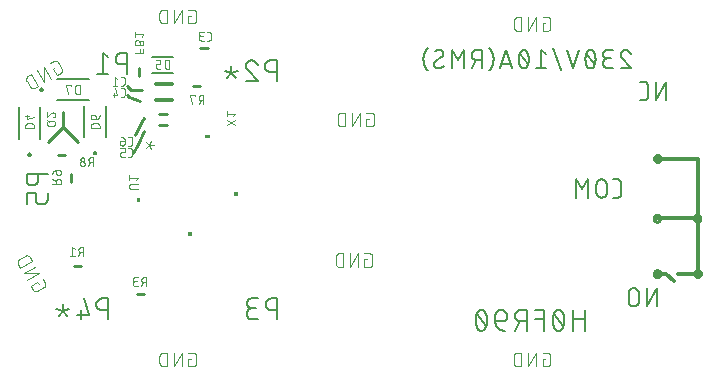
<source format=gbr>
G04 EAGLE Gerber RS-274X export*
G75*
%MOMM*%
%FSLAX34Y34*%
%LPD*%
%INSilkscreen Bottom*%
%IPPOS*%
%AMOC8*
5,1,8,0,0,1.08239X$1,22.5*%
G01*
%ADD10C,0.101600*%
%ADD11C,0.152400*%
%ADD12C,0.127000*%
%ADD13C,0.254000*%
%ADD14C,0.304800*%
%ADD15C,0.076200*%
%ADD16C,0.050800*%
%ADD17C,0.150000*%
%ADD18C,0.200000*%

G36*
X-123464Y130494D02*
X-123464Y130494D01*
X-123462Y130493D01*
X-123419Y130513D01*
X-123375Y130532D01*
X-123375Y130534D01*
X-123373Y130535D01*
X-123340Y130620D01*
X-123340Y133160D01*
X-123341Y133162D01*
X-123340Y133164D01*
X-123360Y133207D01*
X-123378Y133250D01*
X-123380Y133251D01*
X-123381Y133253D01*
X-123466Y133286D01*
X-127276Y133286D01*
X-127278Y133285D01*
X-127280Y133286D01*
X-127323Y133266D01*
X-127367Y133247D01*
X-127367Y133245D01*
X-127369Y133244D01*
X-127402Y133160D01*
X-127402Y130620D01*
X-127401Y130618D01*
X-127402Y130615D01*
X-127382Y130572D01*
X-127364Y130529D01*
X-127362Y130528D01*
X-127361Y130526D01*
X-127276Y130493D01*
X-123466Y130493D01*
X-123464Y130494D01*
G37*
G36*
X-100201Y80955D02*
X-100201Y80955D01*
X-100199Y80954D01*
X-100156Y80974D01*
X-100112Y80993D01*
X-100112Y80995D01*
X-100110Y80996D01*
X-100077Y81081D01*
X-100077Y84891D01*
X-100078Y84893D01*
X-100077Y84895D01*
X-100097Y84938D01*
X-100115Y84981D01*
X-100117Y84982D01*
X-100118Y84984D01*
X-100203Y85017D01*
X-102743Y85017D01*
X-102745Y85016D01*
X-102747Y85017D01*
X-102790Y84997D01*
X-102834Y84978D01*
X-102834Y84976D01*
X-102836Y84975D01*
X-102869Y84891D01*
X-102869Y81081D01*
X-102868Y81079D01*
X-102869Y81076D01*
X-102849Y81033D01*
X-102831Y80990D01*
X-102829Y80989D01*
X-102828Y80987D01*
X-102743Y80954D01*
X-100203Y80954D01*
X-100201Y80955D01*
G37*
G36*
X-183005Y75954D02*
X-183005Y75954D01*
X-183003Y75953D01*
X-182960Y75973D01*
X-182916Y75992D01*
X-182916Y75994D01*
X-182914Y75995D01*
X-182881Y76080D01*
X-182881Y79890D01*
X-182882Y79892D01*
X-182881Y79894D01*
X-182901Y79937D01*
X-182919Y79980D01*
X-182921Y79981D01*
X-182922Y79983D01*
X-183007Y80016D01*
X-185547Y80016D01*
X-185549Y80015D01*
X-185551Y80016D01*
X-185594Y79996D01*
X-185638Y79977D01*
X-185638Y79975D01*
X-185640Y79974D01*
X-185673Y79890D01*
X-185673Y76080D01*
X-185672Y76078D01*
X-185673Y76075D01*
X-185653Y76032D01*
X-185635Y75989D01*
X-185633Y75988D01*
X-185632Y75986D01*
X-185547Y75953D01*
X-183007Y75953D01*
X-183005Y75954D01*
G37*
G36*
X-138467Y47690D02*
X-138467Y47690D01*
X-138465Y47689D01*
X-138422Y47709D01*
X-138378Y47728D01*
X-138378Y47730D01*
X-138376Y47731D01*
X-138343Y47816D01*
X-138343Y50356D01*
X-138344Y50358D01*
X-138343Y50360D01*
X-138363Y50403D01*
X-138381Y50446D01*
X-138383Y50447D01*
X-138384Y50449D01*
X-138469Y50482D01*
X-142279Y50482D01*
X-142281Y50481D01*
X-142283Y50482D01*
X-142326Y50462D01*
X-142370Y50443D01*
X-142370Y50441D01*
X-142372Y50440D01*
X-142405Y50356D01*
X-142405Y47816D01*
X-142404Y47814D01*
X-142405Y47811D01*
X-142385Y47768D01*
X-142367Y47725D01*
X-142365Y47724D01*
X-142364Y47722D01*
X-142279Y47689D01*
X-138469Y47689D01*
X-138467Y47690D01*
G37*
D10*
X160119Y227662D02*
X158171Y227662D01*
X158171Y221171D01*
X162066Y221171D01*
X162165Y221173D01*
X162265Y221179D01*
X162364Y221188D01*
X162462Y221201D01*
X162560Y221218D01*
X162658Y221239D01*
X162754Y221264D01*
X162849Y221292D01*
X162943Y221324D01*
X163036Y221359D01*
X163128Y221398D01*
X163218Y221441D01*
X163306Y221486D01*
X163393Y221536D01*
X163477Y221588D01*
X163560Y221644D01*
X163640Y221702D01*
X163718Y221764D01*
X163793Y221829D01*
X163866Y221897D01*
X163936Y221967D01*
X164004Y222040D01*
X164069Y222115D01*
X164131Y222193D01*
X164189Y222273D01*
X164245Y222356D01*
X164297Y222440D01*
X164347Y222527D01*
X164392Y222615D01*
X164435Y222705D01*
X164474Y222797D01*
X164509Y222890D01*
X164541Y222984D01*
X164569Y223079D01*
X164594Y223175D01*
X164615Y223273D01*
X164632Y223371D01*
X164645Y223469D01*
X164654Y223568D01*
X164660Y223668D01*
X164662Y223767D01*
X164663Y223767D02*
X164663Y230258D01*
X164662Y230258D02*
X164660Y230357D01*
X164654Y230457D01*
X164645Y230556D01*
X164632Y230654D01*
X164615Y230752D01*
X164594Y230850D01*
X164569Y230946D01*
X164541Y231041D01*
X164509Y231135D01*
X164474Y231228D01*
X164435Y231320D01*
X164392Y231410D01*
X164347Y231498D01*
X164297Y231585D01*
X164245Y231669D01*
X164189Y231752D01*
X164131Y231832D01*
X164069Y231910D01*
X164004Y231985D01*
X163936Y232058D01*
X163866Y232128D01*
X163793Y232196D01*
X163718Y232261D01*
X163640Y232323D01*
X163560Y232381D01*
X163477Y232437D01*
X163393Y232489D01*
X163306Y232539D01*
X163218Y232584D01*
X163128Y232627D01*
X163036Y232666D01*
X162943Y232701D01*
X162849Y232733D01*
X162754Y232761D01*
X162658Y232786D01*
X162560Y232807D01*
X162462Y232824D01*
X162364Y232837D01*
X162265Y232846D01*
X162165Y232852D01*
X162066Y232854D01*
X162066Y232855D02*
X158171Y232855D01*
X152471Y232855D02*
X152471Y221171D01*
X145979Y221171D02*
X152471Y232855D01*
X145979Y232855D02*
X145979Y221171D01*
X140279Y221171D02*
X140279Y232855D01*
X137033Y232855D01*
X136920Y232853D01*
X136807Y232847D01*
X136694Y232837D01*
X136581Y232823D01*
X136469Y232806D01*
X136358Y232784D01*
X136248Y232759D01*
X136138Y232729D01*
X136030Y232696D01*
X135923Y232659D01*
X135817Y232619D01*
X135713Y232574D01*
X135610Y232526D01*
X135509Y232475D01*
X135410Y232420D01*
X135313Y232362D01*
X135218Y232300D01*
X135125Y232235D01*
X135035Y232167D01*
X134947Y232096D01*
X134861Y232021D01*
X134778Y231944D01*
X134698Y231864D01*
X134621Y231781D01*
X134546Y231695D01*
X134475Y231607D01*
X134407Y231517D01*
X134342Y231424D01*
X134280Y231329D01*
X134222Y231232D01*
X134167Y231133D01*
X134116Y231032D01*
X134068Y230929D01*
X134023Y230825D01*
X133983Y230719D01*
X133946Y230612D01*
X133913Y230504D01*
X133883Y230394D01*
X133858Y230284D01*
X133836Y230173D01*
X133819Y230061D01*
X133805Y229948D01*
X133795Y229835D01*
X133789Y229722D01*
X133787Y229609D01*
X133787Y224416D01*
X133789Y224303D01*
X133795Y224190D01*
X133805Y224077D01*
X133819Y223964D01*
X133836Y223852D01*
X133858Y223741D01*
X133883Y223631D01*
X133913Y223521D01*
X133946Y223413D01*
X133983Y223306D01*
X134023Y223200D01*
X134068Y223096D01*
X134116Y222993D01*
X134167Y222892D01*
X134222Y222793D01*
X134280Y222696D01*
X134342Y222601D01*
X134407Y222508D01*
X134475Y222418D01*
X134546Y222330D01*
X134621Y222244D01*
X134698Y222161D01*
X134778Y222081D01*
X134861Y222004D01*
X134947Y221929D01*
X135035Y221858D01*
X135125Y221790D01*
X135218Y221725D01*
X135313Y221663D01*
X135410Y221605D01*
X135509Y221550D01*
X135610Y221499D01*
X135713Y221451D01*
X135817Y221406D01*
X135923Y221366D01*
X136030Y221329D01*
X136138Y221296D01*
X136248Y221266D01*
X136358Y221241D01*
X136469Y221219D01*
X136581Y221202D01*
X136694Y221188D01*
X136807Y221178D01*
X136920Y221172D01*
X137033Y221170D01*
X137033Y221171D02*
X140279Y221171D01*
X-139919Y-56501D02*
X-141866Y-56501D01*
X-141866Y-62992D01*
X-137971Y-62992D01*
X-137872Y-62990D01*
X-137772Y-62984D01*
X-137673Y-62975D01*
X-137575Y-62962D01*
X-137477Y-62945D01*
X-137379Y-62924D01*
X-137283Y-62899D01*
X-137188Y-62871D01*
X-137094Y-62839D01*
X-137001Y-62804D01*
X-136909Y-62765D01*
X-136819Y-62722D01*
X-136731Y-62677D01*
X-136644Y-62627D01*
X-136560Y-62575D01*
X-136477Y-62519D01*
X-136397Y-62461D01*
X-136319Y-62399D01*
X-136244Y-62334D01*
X-136171Y-62266D01*
X-136101Y-62196D01*
X-136033Y-62123D01*
X-135968Y-62048D01*
X-135906Y-61970D01*
X-135848Y-61890D01*
X-135792Y-61807D01*
X-135740Y-61723D01*
X-135690Y-61636D01*
X-135645Y-61548D01*
X-135602Y-61458D01*
X-135563Y-61366D01*
X-135528Y-61273D01*
X-135496Y-61179D01*
X-135468Y-61084D01*
X-135443Y-60988D01*
X-135422Y-60890D01*
X-135405Y-60792D01*
X-135392Y-60694D01*
X-135383Y-60595D01*
X-135377Y-60495D01*
X-135375Y-60396D01*
X-135375Y-53904D01*
X-135377Y-53805D01*
X-135383Y-53705D01*
X-135392Y-53606D01*
X-135405Y-53508D01*
X-135423Y-53410D01*
X-135443Y-53312D01*
X-135468Y-53216D01*
X-135496Y-53120D01*
X-135528Y-53026D01*
X-135563Y-52933D01*
X-135602Y-52842D01*
X-135645Y-52752D01*
X-135690Y-52663D01*
X-135740Y-52577D01*
X-135792Y-52492D01*
X-135848Y-52410D01*
X-135907Y-52330D01*
X-135968Y-52252D01*
X-136033Y-52176D01*
X-136101Y-52103D01*
X-136171Y-52033D01*
X-136244Y-51965D01*
X-136320Y-51900D01*
X-136398Y-51839D01*
X-136478Y-51780D01*
X-136560Y-51724D01*
X-136645Y-51672D01*
X-136731Y-51623D01*
X-136820Y-51577D01*
X-136910Y-51534D01*
X-137001Y-51495D01*
X-137094Y-51460D01*
X-137188Y-51428D01*
X-137284Y-51400D01*
X-137380Y-51375D01*
X-137478Y-51355D01*
X-137576Y-51337D01*
X-137674Y-51324D01*
X-137773Y-51315D01*
X-137872Y-51309D01*
X-137972Y-51307D01*
X-137971Y-51308D02*
X-141866Y-51308D01*
X-147567Y-51308D02*
X-147567Y-62992D01*
X-154058Y-62992D02*
X-147567Y-51308D01*
X-154058Y-51308D02*
X-154058Y-62992D01*
X-159759Y-62992D02*
X-159759Y-51308D01*
X-163004Y-51308D01*
X-163117Y-51310D01*
X-163230Y-51316D01*
X-163343Y-51326D01*
X-163456Y-51340D01*
X-163568Y-51357D01*
X-163679Y-51379D01*
X-163789Y-51404D01*
X-163899Y-51434D01*
X-164007Y-51467D01*
X-164114Y-51504D01*
X-164220Y-51544D01*
X-164324Y-51589D01*
X-164427Y-51637D01*
X-164528Y-51688D01*
X-164627Y-51743D01*
X-164724Y-51801D01*
X-164819Y-51863D01*
X-164912Y-51928D01*
X-165002Y-51996D01*
X-165090Y-52067D01*
X-165176Y-52142D01*
X-165259Y-52219D01*
X-165339Y-52299D01*
X-165416Y-52382D01*
X-165491Y-52468D01*
X-165562Y-52556D01*
X-165630Y-52646D01*
X-165695Y-52739D01*
X-165757Y-52834D01*
X-165815Y-52931D01*
X-165870Y-53030D01*
X-165921Y-53131D01*
X-165969Y-53234D01*
X-166014Y-53338D01*
X-166054Y-53444D01*
X-166091Y-53551D01*
X-166124Y-53659D01*
X-166154Y-53769D01*
X-166179Y-53879D01*
X-166201Y-53990D01*
X-166218Y-54102D01*
X-166232Y-54215D01*
X-166242Y-54328D01*
X-166248Y-54441D01*
X-166250Y-54554D01*
X-166250Y-59746D01*
X-166251Y-59746D02*
X-166249Y-59859D01*
X-166243Y-59972D01*
X-166233Y-60085D01*
X-166219Y-60198D01*
X-166202Y-60310D01*
X-166180Y-60421D01*
X-166155Y-60531D01*
X-166125Y-60641D01*
X-166092Y-60749D01*
X-166055Y-60856D01*
X-166015Y-60962D01*
X-165970Y-61066D01*
X-165922Y-61169D01*
X-165871Y-61270D01*
X-165816Y-61369D01*
X-165758Y-61466D01*
X-165696Y-61561D01*
X-165631Y-61654D01*
X-165563Y-61744D01*
X-165492Y-61832D01*
X-165417Y-61918D01*
X-165340Y-62001D01*
X-165260Y-62081D01*
X-165177Y-62158D01*
X-165091Y-62233D01*
X-165003Y-62304D01*
X-164913Y-62372D01*
X-164820Y-62437D01*
X-164725Y-62499D01*
X-164628Y-62557D01*
X-164529Y-62612D01*
X-164428Y-62663D01*
X-164325Y-62711D01*
X-164221Y-62756D01*
X-164115Y-62796D01*
X-164008Y-62833D01*
X-163900Y-62866D01*
X-163790Y-62896D01*
X-163680Y-62921D01*
X-163569Y-62943D01*
X-163457Y-62960D01*
X-163344Y-62974D01*
X-163231Y-62984D01*
X-163118Y-62990D01*
X-163005Y-62992D01*
X-163004Y-62992D02*
X-159759Y-62992D01*
X7359Y27637D02*
X9306Y27637D01*
X7359Y27637D02*
X7359Y21146D01*
X11254Y21146D01*
X11353Y21148D01*
X11453Y21154D01*
X11552Y21163D01*
X11650Y21176D01*
X11748Y21193D01*
X11846Y21214D01*
X11942Y21239D01*
X12037Y21267D01*
X12131Y21299D01*
X12224Y21334D01*
X12316Y21373D01*
X12406Y21416D01*
X12494Y21461D01*
X12581Y21511D01*
X12665Y21563D01*
X12748Y21619D01*
X12828Y21677D01*
X12906Y21739D01*
X12981Y21804D01*
X13054Y21872D01*
X13124Y21942D01*
X13192Y22015D01*
X13257Y22090D01*
X13319Y22168D01*
X13377Y22248D01*
X13433Y22331D01*
X13485Y22415D01*
X13535Y22502D01*
X13580Y22590D01*
X13623Y22680D01*
X13662Y22772D01*
X13697Y22865D01*
X13729Y22959D01*
X13757Y23054D01*
X13782Y23150D01*
X13803Y23248D01*
X13820Y23346D01*
X13833Y23444D01*
X13842Y23543D01*
X13848Y23643D01*
X13850Y23742D01*
X13850Y30233D01*
X13848Y30332D01*
X13842Y30432D01*
X13833Y30531D01*
X13820Y30629D01*
X13803Y30727D01*
X13782Y30825D01*
X13757Y30921D01*
X13729Y31016D01*
X13697Y31110D01*
X13662Y31203D01*
X13623Y31295D01*
X13580Y31385D01*
X13535Y31473D01*
X13485Y31560D01*
X13433Y31644D01*
X13377Y31727D01*
X13319Y31807D01*
X13257Y31885D01*
X13192Y31960D01*
X13124Y32033D01*
X13054Y32103D01*
X12981Y32171D01*
X12906Y32236D01*
X12828Y32298D01*
X12748Y32356D01*
X12665Y32412D01*
X12581Y32464D01*
X12494Y32514D01*
X12406Y32559D01*
X12316Y32602D01*
X12224Y32641D01*
X12131Y32676D01*
X12037Y32708D01*
X11942Y32736D01*
X11846Y32761D01*
X11748Y32782D01*
X11650Y32799D01*
X11552Y32812D01*
X11453Y32821D01*
X11353Y32827D01*
X11254Y32829D01*
X11254Y32830D02*
X7359Y32830D01*
X1658Y32830D02*
X1658Y21146D01*
X-4833Y21146D02*
X1658Y32830D01*
X-4833Y32830D02*
X-4833Y21146D01*
X-10534Y21146D02*
X-10534Y32830D01*
X-13779Y32830D01*
X-13892Y32828D01*
X-14005Y32822D01*
X-14118Y32812D01*
X-14231Y32798D01*
X-14343Y32781D01*
X-14454Y32759D01*
X-14564Y32734D01*
X-14674Y32704D01*
X-14782Y32671D01*
X-14889Y32634D01*
X-14995Y32594D01*
X-15099Y32549D01*
X-15202Y32501D01*
X-15303Y32450D01*
X-15402Y32395D01*
X-15499Y32337D01*
X-15594Y32275D01*
X-15687Y32210D01*
X-15777Y32142D01*
X-15865Y32071D01*
X-15951Y31996D01*
X-16034Y31919D01*
X-16114Y31839D01*
X-16191Y31756D01*
X-16266Y31670D01*
X-16337Y31582D01*
X-16405Y31492D01*
X-16470Y31399D01*
X-16532Y31304D01*
X-16590Y31207D01*
X-16645Y31108D01*
X-16696Y31007D01*
X-16744Y30904D01*
X-16789Y30800D01*
X-16829Y30694D01*
X-16866Y30587D01*
X-16899Y30479D01*
X-16929Y30369D01*
X-16954Y30259D01*
X-16976Y30148D01*
X-16993Y30036D01*
X-17007Y29923D01*
X-17017Y29810D01*
X-17023Y29697D01*
X-17025Y29584D01*
X-17025Y24391D01*
X-17026Y24391D02*
X-17024Y24278D01*
X-17018Y24165D01*
X-17008Y24052D01*
X-16994Y23939D01*
X-16977Y23827D01*
X-16955Y23716D01*
X-16930Y23606D01*
X-16900Y23496D01*
X-16867Y23388D01*
X-16830Y23281D01*
X-16790Y23175D01*
X-16745Y23071D01*
X-16697Y22968D01*
X-16646Y22867D01*
X-16591Y22768D01*
X-16533Y22671D01*
X-16471Y22576D01*
X-16406Y22483D01*
X-16338Y22393D01*
X-16267Y22305D01*
X-16192Y22219D01*
X-16115Y22136D01*
X-16035Y22056D01*
X-15952Y21979D01*
X-15866Y21904D01*
X-15778Y21833D01*
X-15688Y21765D01*
X-15595Y21700D01*
X-15500Y21638D01*
X-15403Y21580D01*
X-15304Y21525D01*
X-15203Y21474D01*
X-15100Y21426D01*
X-14996Y21381D01*
X-14890Y21341D01*
X-14783Y21304D01*
X-14675Y21271D01*
X-14565Y21241D01*
X-14455Y21216D01*
X-14344Y21194D01*
X-14232Y21177D01*
X-14119Y21163D01*
X-14006Y21153D01*
X-13893Y21147D01*
X-13780Y21145D01*
X-13779Y21146D02*
X-10534Y21146D01*
X-139919Y234012D02*
X-141866Y234012D01*
X-141866Y227521D01*
X-137971Y227521D01*
X-137872Y227523D01*
X-137772Y227529D01*
X-137673Y227538D01*
X-137575Y227551D01*
X-137477Y227568D01*
X-137379Y227589D01*
X-137283Y227614D01*
X-137188Y227642D01*
X-137094Y227674D01*
X-137001Y227709D01*
X-136909Y227748D01*
X-136819Y227791D01*
X-136731Y227836D01*
X-136644Y227886D01*
X-136560Y227938D01*
X-136477Y227994D01*
X-136397Y228052D01*
X-136319Y228114D01*
X-136244Y228179D01*
X-136171Y228247D01*
X-136101Y228317D01*
X-136033Y228390D01*
X-135968Y228465D01*
X-135906Y228543D01*
X-135848Y228623D01*
X-135792Y228706D01*
X-135740Y228790D01*
X-135690Y228877D01*
X-135645Y228965D01*
X-135602Y229055D01*
X-135563Y229147D01*
X-135528Y229240D01*
X-135496Y229334D01*
X-135468Y229429D01*
X-135443Y229525D01*
X-135422Y229623D01*
X-135405Y229721D01*
X-135392Y229819D01*
X-135383Y229918D01*
X-135377Y230018D01*
X-135375Y230117D01*
X-135375Y236608D01*
X-135377Y236707D01*
X-135383Y236807D01*
X-135392Y236906D01*
X-135405Y237004D01*
X-135422Y237102D01*
X-135443Y237200D01*
X-135468Y237296D01*
X-135496Y237391D01*
X-135528Y237485D01*
X-135563Y237578D01*
X-135602Y237670D01*
X-135645Y237760D01*
X-135690Y237848D01*
X-135740Y237935D01*
X-135792Y238019D01*
X-135848Y238102D01*
X-135906Y238182D01*
X-135968Y238260D01*
X-136033Y238335D01*
X-136101Y238408D01*
X-136171Y238478D01*
X-136244Y238546D01*
X-136319Y238611D01*
X-136397Y238673D01*
X-136477Y238731D01*
X-136560Y238787D01*
X-136644Y238839D01*
X-136731Y238889D01*
X-136819Y238934D01*
X-136909Y238977D01*
X-137001Y239016D01*
X-137093Y239051D01*
X-137188Y239083D01*
X-137283Y239111D01*
X-137379Y239136D01*
X-137477Y239157D01*
X-137575Y239174D01*
X-137673Y239187D01*
X-137772Y239196D01*
X-137872Y239202D01*
X-137971Y239204D01*
X-137971Y239205D02*
X-141866Y239205D01*
X-147567Y239205D02*
X-147567Y227521D01*
X-154058Y227521D02*
X-147567Y239205D01*
X-154058Y239205D02*
X-154058Y227521D01*
X-159759Y227521D02*
X-159759Y239205D01*
X-163004Y239205D01*
X-163117Y239203D01*
X-163230Y239197D01*
X-163343Y239187D01*
X-163456Y239173D01*
X-163568Y239156D01*
X-163679Y239134D01*
X-163789Y239109D01*
X-163899Y239079D01*
X-164007Y239046D01*
X-164114Y239009D01*
X-164220Y238969D01*
X-164324Y238924D01*
X-164427Y238876D01*
X-164528Y238825D01*
X-164627Y238770D01*
X-164724Y238712D01*
X-164819Y238650D01*
X-164912Y238585D01*
X-165002Y238517D01*
X-165090Y238446D01*
X-165176Y238371D01*
X-165259Y238294D01*
X-165339Y238214D01*
X-165416Y238131D01*
X-165491Y238045D01*
X-165562Y237957D01*
X-165630Y237867D01*
X-165695Y237774D01*
X-165757Y237679D01*
X-165815Y237582D01*
X-165870Y237483D01*
X-165921Y237382D01*
X-165969Y237279D01*
X-166014Y237175D01*
X-166054Y237069D01*
X-166091Y236962D01*
X-166124Y236854D01*
X-166154Y236744D01*
X-166179Y236634D01*
X-166201Y236523D01*
X-166218Y236411D01*
X-166232Y236298D01*
X-166242Y236185D01*
X-166248Y236072D01*
X-166250Y235959D01*
X-166250Y230766D01*
X-166251Y230766D02*
X-166249Y230653D01*
X-166243Y230540D01*
X-166233Y230427D01*
X-166219Y230314D01*
X-166202Y230202D01*
X-166180Y230091D01*
X-166155Y229981D01*
X-166125Y229871D01*
X-166092Y229763D01*
X-166055Y229656D01*
X-166015Y229550D01*
X-165970Y229446D01*
X-165922Y229343D01*
X-165871Y229242D01*
X-165816Y229143D01*
X-165758Y229046D01*
X-165696Y228951D01*
X-165631Y228858D01*
X-165563Y228768D01*
X-165492Y228680D01*
X-165417Y228594D01*
X-165340Y228511D01*
X-165260Y228431D01*
X-165177Y228354D01*
X-165091Y228279D01*
X-165003Y228208D01*
X-164913Y228140D01*
X-164820Y228075D01*
X-164725Y228013D01*
X-164628Y227955D01*
X-164529Y227900D01*
X-164428Y227849D01*
X-164325Y227801D01*
X-164221Y227756D01*
X-164115Y227716D01*
X-164008Y227679D01*
X-163900Y227646D01*
X-163790Y227616D01*
X-163680Y227591D01*
X-163569Y227569D01*
X-163457Y227552D01*
X-163344Y227538D01*
X-163231Y227528D01*
X-163118Y227522D01*
X-163005Y227520D01*
X-163004Y227521D02*
X-159759Y227521D01*
D11*
X-193439Y202565D02*
X-193439Y184785D01*
X-193439Y202565D02*
X-198378Y202565D01*
X-198518Y202563D01*
X-198657Y202557D01*
X-198797Y202547D01*
X-198936Y202533D01*
X-199075Y202516D01*
X-199213Y202494D01*
X-199350Y202468D01*
X-199487Y202439D01*
X-199623Y202406D01*
X-199757Y202369D01*
X-199891Y202328D01*
X-200023Y202283D01*
X-200155Y202234D01*
X-200284Y202182D01*
X-200412Y202127D01*
X-200539Y202067D01*
X-200664Y202004D01*
X-200787Y201938D01*
X-200908Y201868D01*
X-201027Y201795D01*
X-201144Y201718D01*
X-201258Y201638D01*
X-201371Y201555D01*
X-201481Y201469D01*
X-201588Y201379D01*
X-201693Y201287D01*
X-201795Y201192D01*
X-201895Y201094D01*
X-201992Y200993D01*
X-202086Y200889D01*
X-202176Y200783D01*
X-202264Y200674D01*
X-202349Y200563D01*
X-202430Y200449D01*
X-202509Y200334D01*
X-202584Y200216D01*
X-202655Y200096D01*
X-202723Y199973D01*
X-202788Y199850D01*
X-202849Y199724D01*
X-202907Y199596D01*
X-202961Y199468D01*
X-203011Y199337D01*
X-203058Y199205D01*
X-203101Y199072D01*
X-203140Y198938D01*
X-203175Y198803D01*
X-203206Y198667D01*
X-203234Y198529D01*
X-203257Y198392D01*
X-203277Y198253D01*
X-203293Y198114D01*
X-203305Y197975D01*
X-203313Y197836D01*
X-203317Y197696D01*
X-203317Y197556D01*
X-203313Y197416D01*
X-203305Y197277D01*
X-203293Y197138D01*
X-203277Y196999D01*
X-203257Y196860D01*
X-203234Y196723D01*
X-203206Y196585D01*
X-203175Y196449D01*
X-203140Y196314D01*
X-203101Y196180D01*
X-203058Y196047D01*
X-203011Y195915D01*
X-202961Y195784D01*
X-202907Y195656D01*
X-202849Y195528D01*
X-202788Y195402D01*
X-202723Y195279D01*
X-202655Y195156D01*
X-202584Y195036D01*
X-202509Y194918D01*
X-202430Y194803D01*
X-202349Y194689D01*
X-202264Y194578D01*
X-202176Y194469D01*
X-202086Y194363D01*
X-201992Y194259D01*
X-201895Y194158D01*
X-201795Y194060D01*
X-201693Y193965D01*
X-201588Y193873D01*
X-201481Y193783D01*
X-201371Y193697D01*
X-201258Y193614D01*
X-201144Y193534D01*
X-201027Y193457D01*
X-200908Y193384D01*
X-200787Y193314D01*
X-200664Y193248D01*
X-200539Y193185D01*
X-200412Y193125D01*
X-200284Y193070D01*
X-200155Y193018D01*
X-200023Y192969D01*
X-199891Y192924D01*
X-199757Y192883D01*
X-199623Y192846D01*
X-199487Y192813D01*
X-199350Y192784D01*
X-199213Y192758D01*
X-199075Y192736D01*
X-198936Y192719D01*
X-198797Y192705D01*
X-198657Y192695D01*
X-198518Y192689D01*
X-198378Y192687D01*
X-193439Y192687D01*
X-209434Y198614D02*
X-214373Y202565D01*
X-214373Y184785D01*
X-219311Y184785D02*
X-209434Y184785D01*
X-67062Y178435D02*
X-67062Y196215D01*
X-72001Y196215D01*
X-72141Y196213D01*
X-72280Y196207D01*
X-72420Y196197D01*
X-72559Y196183D01*
X-72698Y196166D01*
X-72836Y196144D01*
X-72973Y196118D01*
X-73110Y196089D01*
X-73246Y196056D01*
X-73380Y196019D01*
X-73514Y195978D01*
X-73646Y195933D01*
X-73778Y195884D01*
X-73907Y195832D01*
X-74035Y195777D01*
X-74162Y195717D01*
X-74287Y195654D01*
X-74410Y195588D01*
X-74531Y195518D01*
X-74650Y195445D01*
X-74767Y195368D01*
X-74881Y195288D01*
X-74994Y195205D01*
X-75104Y195119D01*
X-75211Y195029D01*
X-75316Y194937D01*
X-75418Y194842D01*
X-75518Y194744D01*
X-75615Y194643D01*
X-75709Y194539D01*
X-75799Y194433D01*
X-75887Y194324D01*
X-75972Y194213D01*
X-76053Y194099D01*
X-76132Y193984D01*
X-76207Y193866D01*
X-76278Y193746D01*
X-76346Y193623D01*
X-76411Y193500D01*
X-76472Y193374D01*
X-76530Y193246D01*
X-76584Y193118D01*
X-76634Y192987D01*
X-76681Y192855D01*
X-76724Y192722D01*
X-76763Y192588D01*
X-76798Y192453D01*
X-76829Y192317D01*
X-76857Y192179D01*
X-76880Y192042D01*
X-76900Y191903D01*
X-76916Y191764D01*
X-76928Y191625D01*
X-76936Y191486D01*
X-76940Y191346D01*
X-76940Y191206D01*
X-76936Y191066D01*
X-76928Y190927D01*
X-76916Y190788D01*
X-76900Y190649D01*
X-76880Y190510D01*
X-76857Y190373D01*
X-76829Y190235D01*
X-76798Y190099D01*
X-76763Y189964D01*
X-76724Y189830D01*
X-76681Y189697D01*
X-76634Y189565D01*
X-76584Y189434D01*
X-76530Y189306D01*
X-76472Y189178D01*
X-76411Y189052D01*
X-76346Y188929D01*
X-76278Y188806D01*
X-76207Y188686D01*
X-76132Y188568D01*
X-76053Y188453D01*
X-75972Y188339D01*
X-75887Y188228D01*
X-75799Y188119D01*
X-75709Y188013D01*
X-75615Y187909D01*
X-75518Y187808D01*
X-75418Y187710D01*
X-75316Y187615D01*
X-75211Y187523D01*
X-75104Y187433D01*
X-74994Y187347D01*
X-74881Y187264D01*
X-74767Y187184D01*
X-74650Y187107D01*
X-74531Y187034D01*
X-74410Y186964D01*
X-74287Y186898D01*
X-74162Y186835D01*
X-74035Y186775D01*
X-73907Y186720D01*
X-73778Y186668D01*
X-73646Y186619D01*
X-73514Y186574D01*
X-73380Y186533D01*
X-73246Y186496D01*
X-73110Y186463D01*
X-72973Y186434D01*
X-72836Y186408D01*
X-72698Y186386D01*
X-72559Y186369D01*
X-72420Y186355D01*
X-72280Y186345D01*
X-72141Y186339D01*
X-72001Y186337D01*
X-67062Y186337D01*
X-88490Y196215D02*
X-88622Y196213D01*
X-88753Y196207D01*
X-88885Y196197D01*
X-89016Y196184D01*
X-89146Y196166D01*
X-89276Y196145D01*
X-89406Y196120D01*
X-89534Y196091D01*
X-89662Y196058D01*
X-89788Y196021D01*
X-89914Y195981D01*
X-90038Y195937D01*
X-90161Y195889D01*
X-90282Y195838D01*
X-90402Y195783D01*
X-90520Y195725D01*
X-90636Y195663D01*
X-90750Y195597D01*
X-90863Y195529D01*
X-90973Y195457D01*
X-91081Y195382D01*
X-91187Y195303D01*
X-91291Y195222D01*
X-91392Y195137D01*
X-91490Y195050D01*
X-91586Y194959D01*
X-91679Y194866D01*
X-91770Y194770D01*
X-91857Y194672D01*
X-91942Y194571D01*
X-92023Y194467D01*
X-92102Y194361D01*
X-92177Y194253D01*
X-92249Y194143D01*
X-92317Y194030D01*
X-92383Y193916D01*
X-92445Y193800D01*
X-92503Y193682D01*
X-92558Y193562D01*
X-92609Y193441D01*
X-92657Y193318D01*
X-92701Y193194D01*
X-92741Y193068D01*
X-92778Y192942D01*
X-92811Y192814D01*
X-92840Y192686D01*
X-92865Y192556D01*
X-92886Y192426D01*
X-92904Y192296D01*
X-92917Y192165D01*
X-92927Y192033D01*
X-92933Y191902D01*
X-92935Y191770D01*
X-88490Y196215D02*
X-88340Y196213D01*
X-88191Y196207D01*
X-88042Y196197D01*
X-87893Y196184D01*
X-87744Y196166D01*
X-87596Y196145D01*
X-87448Y196119D01*
X-87302Y196090D01*
X-87156Y196057D01*
X-87011Y196020D01*
X-86867Y195979D01*
X-86724Y195935D01*
X-86582Y195887D01*
X-86442Y195835D01*
X-86303Y195780D01*
X-86165Y195721D01*
X-86030Y195658D01*
X-85895Y195592D01*
X-85763Y195522D01*
X-85633Y195449D01*
X-85504Y195372D01*
X-85377Y195292D01*
X-85253Y195209D01*
X-85131Y195123D01*
X-85011Y195033D01*
X-84894Y194940D01*
X-84779Y194845D01*
X-84666Y194746D01*
X-84556Y194644D01*
X-84449Y194540D01*
X-84345Y194433D01*
X-84243Y194323D01*
X-84145Y194210D01*
X-84049Y194095D01*
X-83957Y193977D01*
X-83867Y193857D01*
X-83781Y193735D01*
X-83698Y193611D01*
X-83618Y193484D01*
X-83542Y193356D01*
X-83469Y193225D01*
X-83399Y193092D01*
X-83333Y192958D01*
X-83271Y192822D01*
X-83212Y192685D01*
X-83156Y192546D01*
X-83105Y192405D01*
X-83057Y192264D01*
X-91453Y188313D02*
X-91549Y188406D01*
X-91641Y188502D01*
X-91731Y188601D01*
X-91818Y188702D01*
X-91903Y188805D01*
X-91984Y188910D01*
X-92062Y189018D01*
X-92137Y189128D01*
X-92210Y189240D01*
X-92279Y189354D01*
X-92345Y189470D01*
X-92407Y189588D01*
X-92466Y189707D01*
X-92522Y189828D01*
X-92575Y189951D01*
X-92624Y190075D01*
X-92669Y190200D01*
X-92712Y190327D01*
X-92750Y190454D01*
X-92785Y190583D01*
X-92816Y190712D01*
X-92844Y190843D01*
X-92868Y190974D01*
X-92889Y191106D01*
X-92905Y191238D01*
X-92918Y191371D01*
X-92928Y191504D01*
X-92933Y191637D01*
X-92935Y191770D01*
X-91453Y188313D02*
X-83057Y178435D01*
X-92935Y178435D01*
X-105305Y185349D02*
X-105305Y191276D01*
X-105305Y185349D02*
X-108762Y180904D01*
X-105305Y185349D02*
X-101848Y180904D01*
X-105305Y185349D02*
X-110738Y187325D01*
X-105305Y185349D02*
X-99872Y187325D01*
X-66439Y-5398D02*
X-66439Y-23178D01*
X-66439Y-5398D02*
X-71378Y-5398D01*
X-71378Y-5397D02*
X-71518Y-5399D01*
X-71657Y-5405D01*
X-71797Y-5415D01*
X-71936Y-5429D01*
X-72075Y-5446D01*
X-72213Y-5468D01*
X-72350Y-5494D01*
X-72487Y-5523D01*
X-72623Y-5556D01*
X-72757Y-5593D01*
X-72891Y-5634D01*
X-73023Y-5679D01*
X-73155Y-5728D01*
X-73284Y-5780D01*
X-73412Y-5835D01*
X-73539Y-5895D01*
X-73664Y-5958D01*
X-73787Y-6024D01*
X-73908Y-6094D01*
X-74027Y-6167D01*
X-74144Y-6244D01*
X-74258Y-6324D01*
X-74371Y-6407D01*
X-74481Y-6493D01*
X-74588Y-6583D01*
X-74693Y-6675D01*
X-74795Y-6770D01*
X-74895Y-6868D01*
X-74992Y-6969D01*
X-75086Y-7073D01*
X-75176Y-7179D01*
X-75264Y-7288D01*
X-75349Y-7399D01*
X-75430Y-7513D01*
X-75509Y-7628D01*
X-75584Y-7746D01*
X-75655Y-7867D01*
X-75723Y-7989D01*
X-75788Y-8112D01*
X-75849Y-8238D01*
X-75907Y-8366D01*
X-75961Y-8494D01*
X-76011Y-8625D01*
X-76058Y-8757D01*
X-76101Y-8890D01*
X-76140Y-9024D01*
X-76175Y-9159D01*
X-76206Y-9295D01*
X-76234Y-9433D01*
X-76257Y-9570D01*
X-76277Y-9709D01*
X-76293Y-9848D01*
X-76305Y-9987D01*
X-76313Y-10126D01*
X-76317Y-10266D01*
X-76317Y-10406D01*
X-76313Y-10546D01*
X-76305Y-10685D01*
X-76293Y-10824D01*
X-76277Y-10963D01*
X-76257Y-11102D01*
X-76234Y-11239D01*
X-76206Y-11377D01*
X-76175Y-11513D01*
X-76140Y-11648D01*
X-76101Y-11782D01*
X-76058Y-11915D01*
X-76011Y-12047D01*
X-75961Y-12178D01*
X-75907Y-12306D01*
X-75849Y-12434D01*
X-75788Y-12560D01*
X-75723Y-12683D01*
X-75655Y-12806D01*
X-75584Y-12926D01*
X-75509Y-13044D01*
X-75430Y-13159D01*
X-75349Y-13273D01*
X-75264Y-13384D01*
X-75176Y-13493D01*
X-75086Y-13599D01*
X-74992Y-13703D01*
X-74895Y-13804D01*
X-74795Y-13902D01*
X-74693Y-13997D01*
X-74588Y-14089D01*
X-74481Y-14179D01*
X-74371Y-14265D01*
X-74258Y-14348D01*
X-74144Y-14428D01*
X-74027Y-14505D01*
X-73908Y-14578D01*
X-73787Y-14648D01*
X-73664Y-14714D01*
X-73539Y-14777D01*
X-73412Y-14837D01*
X-73284Y-14892D01*
X-73155Y-14944D01*
X-73023Y-14993D01*
X-72891Y-15038D01*
X-72757Y-15079D01*
X-72623Y-15116D01*
X-72487Y-15149D01*
X-72350Y-15178D01*
X-72213Y-15204D01*
X-72075Y-15226D01*
X-71936Y-15243D01*
X-71797Y-15257D01*
X-71657Y-15267D01*
X-71518Y-15273D01*
X-71378Y-15275D01*
X-66439Y-15275D01*
X-82434Y-23178D02*
X-87373Y-23178D01*
X-87513Y-23176D01*
X-87652Y-23170D01*
X-87792Y-23160D01*
X-87931Y-23146D01*
X-88070Y-23129D01*
X-88208Y-23107D01*
X-88345Y-23081D01*
X-88482Y-23052D01*
X-88618Y-23019D01*
X-88752Y-22982D01*
X-88886Y-22941D01*
X-89018Y-22896D01*
X-89150Y-22847D01*
X-89279Y-22795D01*
X-89407Y-22740D01*
X-89534Y-22680D01*
X-89659Y-22617D01*
X-89782Y-22551D01*
X-89903Y-22481D01*
X-90022Y-22408D01*
X-90139Y-22331D01*
X-90253Y-22251D01*
X-90366Y-22168D01*
X-90476Y-22082D01*
X-90583Y-21992D01*
X-90688Y-21900D01*
X-90790Y-21805D01*
X-90890Y-21707D01*
X-90987Y-21606D01*
X-91081Y-21502D01*
X-91171Y-21396D01*
X-91259Y-21287D01*
X-91344Y-21176D01*
X-91425Y-21062D01*
X-91504Y-20947D01*
X-91579Y-20829D01*
X-91650Y-20709D01*
X-91718Y-20586D01*
X-91783Y-20463D01*
X-91844Y-20337D01*
X-91902Y-20209D01*
X-91956Y-20081D01*
X-92006Y-19950D01*
X-92053Y-19818D01*
X-92096Y-19685D01*
X-92135Y-19551D01*
X-92170Y-19416D01*
X-92201Y-19280D01*
X-92229Y-19142D01*
X-92252Y-19005D01*
X-92272Y-18866D01*
X-92288Y-18727D01*
X-92300Y-18588D01*
X-92308Y-18449D01*
X-92312Y-18309D01*
X-92312Y-18169D01*
X-92308Y-18029D01*
X-92300Y-17890D01*
X-92288Y-17751D01*
X-92272Y-17612D01*
X-92252Y-17473D01*
X-92229Y-17336D01*
X-92201Y-17198D01*
X-92170Y-17062D01*
X-92135Y-16927D01*
X-92096Y-16793D01*
X-92053Y-16660D01*
X-92006Y-16528D01*
X-91956Y-16397D01*
X-91902Y-16269D01*
X-91844Y-16141D01*
X-91783Y-16015D01*
X-91718Y-15892D01*
X-91650Y-15770D01*
X-91579Y-15649D01*
X-91504Y-15531D01*
X-91425Y-15416D01*
X-91344Y-15302D01*
X-91259Y-15191D01*
X-91171Y-15082D01*
X-91081Y-14976D01*
X-90987Y-14872D01*
X-90890Y-14771D01*
X-90790Y-14673D01*
X-90688Y-14578D01*
X-90583Y-14486D01*
X-90476Y-14396D01*
X-90366Y-14310D01*
X-90253Y-14227D01*
X-90139Y-14147D01*
X-90022Y-14070D01*
X-89903Y-13997D01*
X-89782Y-13927D01*
X-89659Y-13861D01*
X-89534Y-13798D01*
X-89407Y-13738D01*
X-89279Y-13683D01*
X-89150Y-13631D01*
X-89018Y-13582D01*
X-88886Y-13537D01*
X-88752Y-13496D01*
X-88618Y-13459D01*
X-88482Y-13426D01*
X-88345Y-13397D01*
X-88208Y-13371D01*
X-88070Y-13349D01*
X-87931Y-13332D01*
X-87792Y-13318D01*
X-87652Y-13308D01*
X-87513Y-13302D01*
X-87373Y-13300D01*
X-88360Y-5398D02*
X-82434Y-5398D01*
X-88360Y-5398D02*
X-88484Y-5400D01*
X-88608Y-5406D01*
X-88732Y-5416D01*
X-88855Y-5429D01*
X-88978Y-5447D01*
X-89100Y-5468D01*
X-89222Y-5493D01*
X-89343Y-5522D01*
X-89462Y-5555D01*
X-89581Y-5591D01*
X-89698Y-5632D01*
X-89814Y-5675D01*
X-89929Y-5723D01*
X-90042Y-5774D01*
X-90154Y-5829D01*
X-90263Y-5887D01*
X-90371Y-5948D01*
X-90477Y-6013D01*
X-90581Y-6081D01*
X-90682Y-6153D01*
X-90782Y-6227D01*
X-90878Y-6305D01*
X-90973Y-6385D01*
X-91065Y-6469D01*
X-91154Y-6555D01*
X-91240Y-6644D01*
X-91324Y-6736D01*
X-91404Y-6831D01*
X-91482Y-6927D01*
X-91556Y-7027D01*
X-91628Y-7128D01*
X-91696Y-7232D01*
X-91761Y-7338D01*
X-91822Y-7446D01*
X-91880Y-7555D01*
X-91935Y-7667D01*
X-91986Y-7780D01*
X-92034Y-7895D01*
X-92077Y-8011D01*
X-92118Y-8128D01*
X-92154Y-8247D01*
X-92187Y-8366D01*
X-92216Y-8487D01*
X-92241Y-8609D01*
X-92262Y-8731D01*
X-92280Y-8854D01*
X-92293Y-8977D01*
X-92303Y-9101D01*
X-92309Y-9225D01*
X-92311Y-9349D01*
X-92309Y-9473D01*
X-92303Y-9597D01*
X-92293Y-9721D01*
X-92280Y-9844D01*
X-92262Y-9967D01*
X-92241Y-10089D01*
X-92216Y-10211D01*
X-92187Y-10332D01*
X-92154Y-10451D01*
X-92118Y-10570D01*
X-92077Y-10687D01*
X-92034Y-10803D01*
X-91986Y-10918D01*
X-91935Y-11031D01*
X-91880Y-11143D01*
X-91822Y-11252D01*
X-91761Y-11360D01*
X-91696Y-11466D01*
X-91628Y-11570D01*
X-91556Y-11671D01*
X-91482Y-11771D01*
X-91404Y-11867D01*
X-91324Y-11962D01*
X-91240Y-12054D01*
X-91154Y-12143D01*
X-91065Y-12229D01*
X-90973Y-12313D01*
X-90878Y-12393D01*
X-90782Y-12471D01*
X-90682Y-12545D01*
X-90581Y-12617D01*
X-90477Y-12685D01*
X-90371Y-12750D01*
X-90263Y-12811D01*
X-90154Y-12869D01*
X-90042Y-12924D01*
X-89929Y-12975D01*
X-89814Y-13023D01*
X-89698Y-13066D01*
X-89581Y-13107D01*
X-89462Y-13143D01*
X-89343Y-13176D01*
X-89222Y-13205D01*
X-89100Y-13230D01*
X-88978Y-13251D01*
X-88855Y-13269D01*
X-88732Y-13282D01*
X-88608Y-13292D01*
X-88484Y-13298D01*
X-88360Y-13300D01*
X-84409Y-13300D01*
X-209937Y-5398D02*
X-209937Y-23178D01*
X-209937Y-5398D02*
X-214876Y-5398D01*
X-214876Y-5397D02*
X-215016Y-5399D01*
X-215155Y-5405D01*
X-215295Y-5415D01*
X-215434Y-5429D01*
X-215573Y-5446D01*
X-215711Y-5468D01*
X-215848Y-5494D01*
X-215985Y-5523D01*
X-216121Y-5556D01*
X-216255Y-5593D01*
X-216389Y-5634D01*
X-216521Y-5679D01*
X-216653Y-5728D01*
X-216782Y-5780D01*
X-216910Y-5835D01*
X-217037Y-5895D01*
X-217162Y-5958D01*
X-217285Y-6024D01*
X-217406Y-6094D01*
X-217525Y-6167D01*
X-217642Y-6244D01*
X-217756Y-6324D01*
X-217869Y-6407D01*
X-217979Y-6493D01*
X-218086Y-6583D01*
X-218191Y-6675D01*
X-218293Y-6770D01*
X-218393Y-6868D01*
X-218490Y-6969D01*
X-218584Y-7073D01*
X-218674Y-7179D01*
X-218762Y-7288D01*
X-218847Y-7399D01*
X-218928Y-7513D01*
X-219007Y-7628D01*
X-219082Y-7746D01*
X-219153Y-7867D01*
X-219221Y-7989D01*
X-219286Y-8112D01*
X-219347Y-8238D01*
X-219405Y-8366D01*
X-219459Y-8494D01*
X-219509Y-8625D01*
X-219556Y-8757D01*
X-219599Y-8890D01*
X-219638Y-9024D01*
X-219673Y-9159D01*
X-219704Y-9295D01*
X-219732Y-9433D01*
X-219755Y-9570D01*
X-219775Y-9709D01*
X-219791Y-9848D01*
X-219803Y-9987D01*
X-219811Y-10126D01*
X-219815Y-10266D01*
X-219815Y-10406D01*
X-219811Y-10546D01*
X-219803Y-10685D01*
X-219791Y-10824D01*
X-219775Y-10963D01*
X-219755Y-11102D01*
X-219732Y-11239D01*
X-219704Y-11377D01*
X-219673Y-11513D01*
X-219638Y-11648D01*
X-219599Y-11782D01*
X-219556Y-11915D01*
X-219509Y-12047D01*
X-219459Y-12178D01*
X-219405Y-12306D01*
X-219347Y-12434D01*
X-219286Y-12560D01*
X-219221Y-12683D01*
X-219153Y-12806D01*
X-219082Y-12926D01*
X-219007Y-13044D01*
X-218928Y-13159D01*
X-218847Y-13273D01*
X-218762Y-13384D01*
X-218674Y-13493D01*
X-218584Y-13599D01*
X-218490Y-13703D01*
X-218393Y-13804D01*
X-218293Y-13902D01*
X-218191Y-13997D01*
X-218086Y-14089D01*
X-217979Y-14179D01*
X-217869Y-14265D01*
X-217756Y-14348D01*
X-217642Y-14428D01*
X-217525Y-14505D01*
X-217406Y-14578D01*
X-217285Y-14648D01*
X-217162Y-14714D01*
X-217037Y-14777D01*
X-216910Y-14837D01*
X-216782Y-14892D01*
X-216653Y-14944D01*
X-216521Y-14993D01*
X-216389Y-15038D01*
X-216255Y-15079D01*
X-216121Y-15116D01*
X-215985Y-15149D01*
X-215848Y-15178D01*
X-215711Y-15204D01*
X-215573Y-15226D01*
X-215434Y-15243D01*
X-215295Y-15257D01*
X-215155Y-15267D01*
X-215016Y-15273D01*
X-214876Y-15275D01*
X-209937Y-15275D01*
X-225932Y-19226D02*
X-229883Y-5398D01*
X-225932Y-19226D02*
X-235810Y-19226D01*
X-232847Y-15275D02*
X-232847Y-23178D01*
X-248180Y-16263D02*
X-248180Y-10336D01*
X-248180Y-16263D02*
X-251637Y-20708D01*
X-248180Y-16263D02*
X-244723Y-20708D01*
X-248180Y-16263D02*
X-253613Y-14288D01*
X-248180Y-16263D02*
X-242747Y-14288D01*
X-260985Y100249D02*
X-278765Y100249D01*
X-278765Y95310D01*
X-278763Y95170D01*
X-278757Y95031D01*
X-278747Y94891D01*
X-278733Y94752D01*
X-278716Y94613D01*
X-278694Y94475D01*
X-278668Y94338D01*
X-278639Y94201D01*
X-278606Y94065D01*
X-278569Y93931D01*
X-278528Y93797D01*
X-278483Y93665D01*
X-278434Y93533D01*
X-278382Y93404D01*
X-278327Y93276D01*
X-278267Y93149D01*
X-278204Y93024D01*
X-278138Y92901D01*
X-278068Y92780D01*
X-277995Y92661D01*
X-277918Y92544D01*
X-277838Y92430D01*
X-277755Y92317D01*
X-277669Y92207D01*
X-277579Y92100D01*
X-277487Y91995D01*
X-277392Y91893D01*
X-277294Y91793D01*
X-277193Y91696D01*
X-277089Y91602D01*
X-276983Y91512D01*
X-276874Y91424D01*
X-276763Y91339D01*
X-276649Y91258D01*
X-276534Y91179D01*
X-276416Y91104D01*
X-276296Y91033D01*
X-276173Y90965D01*
X-276050Y90900D01*
X-275924Y90839D01*
X-275796Y90781D01*
X-275668Y90727D01*
X-275537Y90677D01*
X-275405Y90630D01*
X-275272Y90587D01*
X-275138Y90548D01*
X-275003Y90513D01*
X-274867Y90482D01*
X-274729Y90454D01*
X-274592Y90431D01*
X-274453Y90411D01*
X-274314Y90395D01*
X-274175Y90383D01*
X-274036Y90375D01*
X-273896Y90371D01*
X-273756Y90371D01*
X-273616Y90375D01*
X-273477Y90383D01*
X-273338Y90395D01*
X-273199Y90411D01*
X-273060Y90431D01*
X-272923Y90454D01*
X-272785Y90482D01*
X-272649Y90513D01*
X-272514Y90548D01*
X-272380Y90587D01*
X-272247Y90630D01*
X-272115Y90677D01*
X-271984Y90727D01*
X-271856Y90781D01*
X-271728Y90839D01*
X-271602Y90900D01*
X-271479Y90965D01*
X-271357Y91033D01*
X-271236Y91104D01*
X-271118Y91179D01*
X-271003Y91258D01*
X-270889Y91339D01*
X-270778Y91424D01*
X-270669Y91512D01*
X-270563Y91602D01*
X-270459Y91696D01*
X-270358Y91793D01*
X-270260Y91893D01*
X-270165Y91995D01*
X-270073Y92100D01*
X-269983Y92207D01*
X-269897Y92317D01*
X-269814Y92430D01*
X-269734Y92544D01*
X-269657Y92661D01*
X-269584Y92780D01*
X-269514Y92901D01*
X-269448Y93024D01*
X-269385Y93149D01*
X-269325Y93276D01*
X-269270Y93404D01*
X-269218Y93533D01*
X-269169Y93665D01*
X-269124Y93797D01*
X-269083Y93931D01*
X-269046Y94065D01*
X-269013Y94201D01*
X-268984Y94338D01*
X-268958Y94475D01*
X-268936Y94613D01*
X-268919Y94752D01*
X-268905Y94891D01*
X-268895Y95031D01*
X-268889Y95170D01*
X-268887Y95310D01*
X-268887Y100249D01*
X-260985Y84254D02*
X-260985Y78327D01*
X-260987Y78203D01*
X-260993Y78079D01*
X-261003Y77955D01*
X-261016Y77832D01*
X-261034Y77709D01*
X-261055Y77587D01*
X-261080Y77465D01*
X-261109Y77344D01*
X-261142Y77225D01*
X-261178Y77106D01*
X-261219Y76989D01*
X-261262Y76873D01*
X-261310Y76758D01*
X-261361Y76645D01*
X-261416Y76533D01*
X-261474Y76424D01*
X-261535Y76316D01*
X-261600Y76210D01*
X-261668Y76106D01*
X-261740Y76005D01*
X-261814Y75905D01*
X-261892Y75809D01*
X-261972Y75714D01*
X-262056Y75622D01*
X-262142Y75533D01*
X-262231Y75447D01*
X-262323Y75363D01*
X-262418Y75283D01*
X-262514Y75205D01*
X-262614Y75131D01*
X-262715Y75059D01*
X-262819Y74991D01*
X-262925Y74926D01*
X-263033Y74865D01*
X-263142Y74807D01*
X-263254Y74752D01*
X-263367Y74701D01*
X-263482Y74653D01*
X-263598Y74610D01*
X-263715Y74569D01*
X-263834Y74533D01*
X-263953Y74500D01*
X-264074Y74471D01*
X-264196Y74446D01*
X-264318Y74425D01*
X-264441Y74407D01*
X-264564Y74394D01*
X-264688Y74384D01*
X-264812Y74378D01*
X-264936Y74376D01*
X-266912Y74376D01*
X-267036Y74378D01*
X-267160Y74384D01*
X-267284Y74394D01*
X-267407Y74407D01*
X-267530Y74425D01*
X-267652Y74446D01*
X-267774Y74471D01*
X-267895Y74500D01*
X-268014Y74533D01*
X-268133Y74569D01*
X-268250Y74610D01*
X-268366Y74653D01*
X-268481Y74701D01*
X-268594Y74752D01*
X-268706Y74807D01*
X-268815Y74865D01*
X-268923Y74926D01*
X-269029Y74991D01*
X-269133Y75059D01*
X-269234Y75131D01*
X-269334Y75205D01*
X-269430Y75283D01*
X-269525Y75363D01*
X-269617Y75447D01*
X-269706Y75533D01*
X-269792Y75622D01*
X-269876Y75714D01*
X-269956Y75809D01*
X-270034Y75905D01*
X-270108Y76005D01*
X-270180Y76106D01*
X-270248Y76210D01*
X-270313Y76316D01*
X-270374Y76424D01*
X-270432Y76533D01*
X-270487Y76645D01*
X-270538Y76758D01*
X-270586Y76873D01*
X-270629Y76989D01*
X-270670Y77106D01*
X-270706Y77225D01*
X-270739Y77344D01*
X-270768Y77465D01*
X-270793Y77587D01*
X-270814Y77709D01*
X-270832Y77832D01*
X-270845Y77955D01*
X-270855Y78079D01*
X-270861Y78203D01*
X-270863Y78327D01*
X-270863Y84254D01*
X-278765Y84254D01*
X-278765Y74376D01*
X193894Y-14923D02*
X193894Y-32703D01*
X193894Y-22825D02*
X184016Y-22825D01*
X184016Y-14923D02*
X184016Y-32703D01*
X176585Y-23813D02*
X176581Y-23463D01*
X176568Y-23114D01*
X176547Y-22765D01*
X176518Y-22416D01*
X176481Y-22068D01*
X176435Y-21721D01*
X176381Y-21376D01*
X176319Y-21032D01*
X176248Y-20689D01*
X176169Y-20348D01*
X176083Y-20009D01*
X175988Y-19673D01*
X175885Y-19338D01*
X175774Y-19007D01*
X175656Y-18678D01*
X175529Y-18351D01*
X175395Y-18028D01*
X175253Y-17709D01*
X175103Y-17393D01*
X175103Y-17392D02*
X175063Y-17279D01*
X175019Y-17169D01*
X174971Y-17059D01*
X174920Y-16952D01*
X174865Y-16846D01*
X174807Y-16741D01*
X174745Y-16639D01*
X174680Y-16539D01*
X174612Y-16441D01*
X174541Y-16346D01*
X174466Y-16252D01*
X174389Y-16161D01*
X174309Y-16073D01*
X174226Y-15988D01*
X174140Y-15905D01*
X174051Y-15825D01*
X173960Y-15748D01*
X173866Y-15674D01*
X173770Y-15603D01*
X173672Y-15535D01*
X173572Y-15471D01*
X173469Y-15409D01*
X173365Y-15352D01*
X173259Y-15297D01*
X173151Y-15246D01*
X173041Y-15199D01*
X172930Y-15155D01*
X172818Y-15115D01*
X172704Y-15079D01*
X172590Y-15046D01*
X172474Y-15017D01*
X172357Y-14992D01*
X172240Y-14971D01*
X172122Y-14953D01*
X172003Y-14940D01*
X171884Y-14930D01*
X171765Y-14924D01*
X171646Y-14922D01*
X171527Y-14924D01*
X171408Y-14930D01*
X171289Y-14940D01*
X171170Y-14953D01*
X171052Y-14971D01*
X170935Y-14992D01*
X170818Y-15017D01*
X170702Y-15046D01*
X170588Y-15079D01*
X170474Y-15115D01*
X170362Y-15155D01*
X170251Y-15199D01*
X170141Y-15246D01*
X170033Y-15297D01*
X169927Y-15352D01*
X169823Y-15409D01*
X169720Y-15471D01*
X169620Y-15535D01*
X169522Y-15603D01*
X169426Y-15674D01*
X169332Y-15748D01*
X169241Y-15825D01*
X169152Y-15905D01*
X169066Y-15988D01*
X168983Y-16073D01*
X168903Y-16161D01*
X168826Y-16252D01*
X168751Y-16345D01*
X168680Y-16441D01*
X168612Y-16539D01*
X168547Y-16639D01*
X168485Y-16741D01*
X168427Y-16846D01*
X168372Y-16952D01*
X168321Y-17059D01*
X168273Y-17169D01*
X168229Y-17279D01*
X168189Y-17392D01*
X168190Y-17392D02*
X168040Y-17709D01*
X167898Y-18028D01*
X167764Y-18351D01*
X167637Y-18678D01*
X167519Y-19007D01*
X167408Y-19338D01*
X167305Y-19673D01*
X167210Y-20009D01*
X167124Y-20348D01*
X167045Y-20689D01*
X166974Y-21032D01*
X166912Y-21376D01*
X166858Y-21721D01*
X166812Y-22068D01*
X166775Y-22416D01*
X166746Y-22765D01*
X166725Y-23114D01*
X166712Y-23463D01*
X166708Y-23813D01*
X176585Y-23813D02*
X176581Y-24163D01*
X176568Y-24512D01*
X176547Y-24861D01*
X176518Y-25210D01*
X176481Y-25558D01*
X176435Y-25905D01*
X176381Y-26250D01*
X176319Y-26594D01*
X176248Y-26937D01*
X176169Y-27278D01*
X176083Y-27617D01*
X175988Y-27953D01*
X175885Y-28288D01*
X175774Y-28619D01*
X175656Y-28948D01*
X175529Y-29275D01*
X175395Y-29598D01*
X175253Y-29917D01*
X175103Y-30233D01*
X175063Y-30346D01*
X175019Y-30456D01*
X174971Y-30566D01*
X174920Y-30673D01*
X174865Y-30779D01*
X174807Y-30884D01*
X174745Y-30986D01*
X174680Y-31086D01*
X174612Y-31184D01*
X174541Y-31280D01*
X174466Y-31373D01*
X174389Y-31464D01*
X174309Y-31552D01*
X174226Y-31637D01*
X174140Y-31720D01*
X174051Y-31800D01*
X173960Y-31877D01*
X173866Y-31951D01*
X173770Y-32022D01*
X173672Y-32090D01*
X173572Y-32154D01*
X173469Y-32216D01*
X173365Y-32273D01*
X173259Y-32328D01*
X173151Y-32379D01*
X173041Y-32426D01*
X172930Y-32470D01*
X172818Y-32510D01*
X172704Y-32546D01*
X172590Y-32579D01*
X172474Y-32608D01*
X172357Y-32633D01*
X172240Y-32654D01*
X172122Y-32672D01*
X172003Y-32685D01*
X171884Y-32695D01*
X171765Y-32701D01*
X171646Y-32703D01*
X168190Y-30233D02*
X168040Y-29917D01*
X167898Y-29598D01*
X167764Y-29275D01*
X167637Y-28948D01*
X167519Y-28619D01*
X167408Y-28288D01*
X167305Y-27953D01*
X167210Y-27617D01*
X167124Y-27278D01*
X167045Y-26937D01*
X166974Y-26594D01*
X166912Y-26250D01*
X166858Y-25905D01*
X166812Y-25558D01*
X166775Y-25210D01*
X166746Y-24861D01*
X166725Y-24512D01*
X166712Y-24163D01*
X166708Y-23813D01*
X168189Y-30233D02*
X168229Y-30346D01*
X168273Y-30456D01*
X168321Y-30566D01*
X168372Y-30674D01*
X168427Y-30780D01*
X168485Y-30884D01*
X168547Y-30986D01*
X168612Y-31086D01*
X168680Y-31184D01*
X168751Y-31280D01*
X168826Y-31373D01*
X168903Y-31464D01*
X168983Y-31552D01*
X169067Y-31637D01*
X169152Y-31720D01*
X169241Y-31800D01*
X169332Y-31877D01*
X169426Y-31951D01*
X169522Y-32022D01*
X169620Y-32090D01*
X169720Y-32154D01*
X169823Y-32216D01*
X169927Y-32274D01*
X170033Y-32328D01*
X170141Y-32379D01*
X170251Y-32426D01*
X170362Y-32470D01*
X170474Y-32510D01*
X170588Y-32546D01*
X170702Y-32579D01*
X170818Y-32608D01*
X170935Y-32633D01*
X171052Y-32654D01*
X171170Y-32672D01*
X171289Y-32685D01*
X171408Y-32695D01*
X171527Y-32701D01*
X171646Y-32703D01*
X175598Y-28751D02*
X167695Y-18874D01*
X159248Y-14923D02*
X159248Y-32703D01*
X159248Y-14923D02*
X151346Y-14923D01*
X151346Y-22825D02*
X159248Y-22825D01*
X144674Y-14923D02*
X144674Y-32703D01*
X144674Y-14923D02*
X139735Y-14923D01*
X139735Y-14922D02*
X139595Y-14924D01*
X139456Y-14930D01*
X139316Y-14940D01*
X139177Y-14954D01*
X139038Y-14971D01*
X138900Y-14993D01*
X138763Y-15019D01*
X138626Y-15048D01*
X138490Y-15081D01*
X138356Y-15118D01*
X138222Y-15159D01*
X138090Y-15204D01*
X137958Y-15253D01*
X137829Y-15305D01*
X137701Y-15360D01*
X137574Y-15420D01*
X137449Y-15483D01*
X137326Y-15549D01*
X137205Y-15619D01*
X137086Y-15692D01*
X136969Y-15769D01*
X136855Y-15849D01*
X136742Y-15932D01*
X136632Y-16018D01*
X136525Y-16108D01*
X136420Y-16200D01*
X136318Y-16295D01*
X136218Y-16393D01*
X136121Y-16494D01*
X136027Y-16598D01*
X135937Y-16704D01*
X135849Y-16813D01*
X135764Y-16924D01*
X135683Y-17038D01*
X135604Y-17153D01*
X135529Y-17271D01*
X135458Y-17392D01*
X135390Y-17514D01*
X135325Y-17637D01*
X135264Y-17763D01*
X135206Y-17891D01*
X135152Y-18019D01*
X135102Y-18150D01*
X135055Y-18282D01*
X135012Y-18415D01*
X134973Y-18549D01*
X134938Y-18684D01*
X134907Y-18820D01*
X134879Y-18958D01*
X134856Y-19095D01*
X134836Y-19234D01*
X134820Y-19373D01*
X134808Y-19512D01*
X134800Y-19651D01*
X134796Y-19791D01*
X134796Y-19931D01*
X134800Y-20071D01*
X134808Y-20210D01*
X134820Y-20349D01*
X134836Y-20488D01*
X134856Y-20627D01*
X134879Y-20764D01*
X134907Y-20902D01*
X134938Y-21038D01*
X134973Y-21173D01*
X135012Y-21307D01*
X135055Y-21440D01*
X135102Y-21572D01*
X135152Y-21703D01*
X135206Y-21831D01*
X135264Y-21959D01*
X135325Y-22085D01*
X135390Y-22208D01*
X135458Y-22331D01*
X135529Y-22451D01*
X135604Y-22569D01*
X135683Y-22684D01*
X135764Y-22798D01*
X135849Y-22909D01*
X135937Y-23018D01*
X136027Y-23124D01*
X136121Y-23228D01*
X136218Y-23329D01*
X136318Y-23427D01*
X136420Y-23522D01*
X136525Y-23614D01*
X136632Y-23704D01*
X136742Y-23790D01*
X136855Y-23873D01*
X136969Y-23953D01*
X137086Y-24030D01*
X137205Y-24103D01*
X137326Y-24173D01*
X137449Y-24239D01*
X137574Y-24302D01*
X137701Y-24362D01*
X137829Y-24417D01*
X137958Y-24469D01*
X138090Y-24518D01*
X138222Y-24563D01*
X138356Y-24604D01*
X138490Y-24641D01*
X138626Y-24674D01*
X138763Y-24703D01*
X138900Y-24729D01*
X139038Y-24751D01*
X139177Y-24768D01*
X139316Y-24782D01*
X139456Y-24792D01*
X139595Y-24798D01*
X139735Y-24800D01*
X144674Y-24800D01*
X138747Y-24800D02*
X134796Y-32703D01*
X124058Y-24800D02*
X118131Y-24800D01*
X124058Y-24800D02*
X124182Y-24798D01*
X124306Y-24792D01*
X124430Y-24782D01*
X124553Y-24769D01*
X124676Y-24751D01*
X124798Y-24730D01*
X124920Y-24705D01*
X125041Y-24676D01*
X125160Y-24643D01*
X125279Y-24607D01*
X125396Y-24566D01*
X125512Y-24523D01*
X125627Y-24475D01*
X125740Y-24424D01*
X125852Y-24369D01*
X125961Y-24311D01*
X126069Y-24250D01*
X126175Y-24185D01*
X126279Y-24117D01*
X126380Y-24045D01*
X126480Y-23971D01*
X126576Y-23893D01*
X126671Y-23813D01*
X126763Y-23729D01*
X126852Y-23643D01*
X126938Y-23554D01*
X127022Y-23462D01*
X127102Y-23367D01*
X127180Y-23271D01*
X127254Y-23171D01*
X127326Y-23070D01*
X127394Y-22966D01*
X127459Y-22860D01*
X127520Y-22752D01*
X127578Y-22643D01*
X127633Y-22531D01*
X127684Y-22418D01*
X127732Y-22303D01*
X127775Y-22187D01*
X127816Y-22070D01*
X127852Y-21951D01*
X127885Y-21832D01*
X127914Y-21711D01*
X127939Y-21589D01*
X127960Y-21467D01*
X127978Y-21344D01*
X127991Y-21221D01*
X128001Y-21097D01*
X128007Y-20973D01*
X128009Y-20849D01*
X128009Y-19861D01*
X128007Y-19721D01*
X128001Y-19582D01*
X127991Y-19442D01*
X127977Y-19303D01*
X127960Y-19164D01*
X127938Y-19026D01*
X127912Y-18889D01*
X127883Y-18752D01*
X127850Y-18616D01*
X127813Y-18482D01*
X127772Y-18348D01*
X127727Y-18216D01*
X127678Y-18084D01*
X127626Y-17955D01*
X127571Y-17827D01*
X127511Y-17700D01*
X127448Y-17575D01*
X127382Y-17452D01*
X127312Y-17331D01*
X127239Y-17212D01*
X127162Y-17095D01*
X127082Y-16981D01*
X126999Y-16868D01*
X126913Y-16758D01*
X126823Y-16651D01*
X126731Y-16546D01*
X126636Y-16444D01*
X126538Y-16344D01*
X126437Y-16247D01*
X126333Y-16153D01*
X126227Y-16063D01*
X126118Y-15975D01*
X126007Y-15890D01*
X125893Y-15809D01*
X125778Y-15730D01*
X125660Y-15655D01*
X125540Y-15584D01*
X125417Y-15516D01*
X125294Y-15451D01*
X125168Y-15390D01*
X125040Y-15332D01*
X124912Y-15278D01*
X124781Y-15228D01*
X124649Y-15181D01*
X124516Y-15138D01*
X124382Y-15099D01*
X124247Y-15064D01*
X124111Y-15033D01*
X123973Y-15005D01*
X123836Y-14982D01*
X123697Y-14962D01*
X123558Y-14946D01*
X123419Y-14934D01*
X123280Y-14926D01*
X123140Y-14922D01*
X123000Y-14922D01*
X122860Y-14926D01*
X122721Y-14934D01*
X122582Y-14946D01*
X122443Y-14962D01*
X122304Y-14982D01*
X122167Y-15005D01*
X122029Y-15033D01*
X121893Y-15064D01*
X121758Y-15099D01*
X121624Y-15138D01*
X121491Y-15181D01*
X121359Y-15228D01*
X121228Y-15278D01*
X121100Y-15332D01*
X120972Y-15390D01*
X120846Y-15451D01*
X120723Y-15516D01*
X120601Y-15584D01*
X120480Y-15655D01*
X120362Y-15730D01*
X120247Y-15809D01*
X120133Y-15890D01*
X120022Y-15975D01*
X119913Y-16063D01*
X119807Y-16153D01*
X119703Y-16247D01*
X119602Y-16344D01*
X119504Y-16444D01*
X119409Y-16546D01*
X119317Y-16651D01*
X119227Y-16758D01*
X119141Y-16868D01*
X119058Y-16981D01*
X118978Y-17095D01*
X118901Y-17212D01*
X118828Y-17331D01*
X118758Y-17452D01*
X118692Y-17575D01*
X118629Y-17700D01*
X118569Y-17827D01*
X118514Y-17955D01*
X118462Y-18084D01*
X118413Y-18216D01*
X118368Y-18348D01*
X118327Y-18482D01*
X118290Y-18616D01*
X118257Y-18752D01*
X118228Y-18889D01*
X118202Y-19026D01*
X118180Y-19164D01*
X118163Y-19303D01*
X118149Y-19442D01*
X118139Y-19582D01*
X118133Y-19721D01*
X118131Y-19861D01*
X118131Y-24800D01*
X118132Y-24800D02*
X118134Y-24991D01*
X118141Y-25182D01*
X118153Y-25372D01*
X118169Y-25563D01*
X118190Y-25752D01*
X118215Y-25942D01*
X118245Y-26130D01*
X118279Y-26318D01*
X118318Y-26505D01*
X118362Y-26691D01*
X118410Y-26876D01*
X118462Y-27060D01*
X118519Y-27242D01*
X118580Y-27423D01*
X118646Y-27602D01*
X118715Y-27780D01*
X118790Y-27956D01*
X118868Y-28130D01*
X118950Y-28302D01*
X119037Y-28472D01*
X119128Y-28640D01*
X119223Y-28806D01*
X119322Y-28969D01*
X119424Y-29130D01*
X119531Y-29289D01*
X119641Y-29445D01*
X119755Y-29598D01*
X119873Y-29748D01*
X119994Y-29896D01*
X120119Y-30040D01*
X120248Y-30181D01*
X120379Y-30320D01*
X120514Y-30455D01*
X120653Y-30586D01*
X120794Y-30715D01*
X120938Y-30840D01*
X121086Y-30961D01*
X121236Y-31079D01*
X121389Y-31193D01*
X121545Y-31303D01*
X121704Y-31410D01*
X121865Y-31513D01*
X122028Y-31611D01*
X122194Y-31706D01*
X122362Y-31797D01*
X122532Y-31884D01*
X122704Y-31966D01*
X122878Y-32045D01*
X123054Y-32119D01*
X123232Y-32189D01*
X123411Y-32254D01*
X123592Y-32315D01*
X123774Y-32372D01*
X123958Y-32424D01*
X124143Y-32472D01*
X124329Y-32516D01*
X124516Y-32555D01*
X124704Y-32589D01*
X124892Y-32619D01*
X125082Y-32644D01*
X125271Y-32665D01*
X125462Y-32681D01*
X125652Y-32693D01*
X125843Y-32700D01*
X126034Y-32702D01*
X111259Y-23813D02*
X111255Y-23463D01*
X111242Y-23114D01*
X111221Y-22765D01*
X111192Y-22416D01*
X111155Y-22068D01*
X111109Y-21721D01*
X111055Y-21376D01*
X110993Y-21032D01*
X110922Y-20689D01*
X110843Y-20348D01*
X110757Y-20009D01*
X110662Y-19673D01*
X110559Y-19338D01*
X110448Y-19007D01*
X110330Y-18678D01*
X110203Y-18351D01*
X110069Y-18028D01*
X109927Y-17709D01*
X109777Y-17393D01*
X109777Y-17392D02*
X109737Y-17279D01*
X109693Y-17169D01*
X109645Y-17059D01*
X109594Y-16952D01*
X109539Y-16846D01*
X109481Y-16741D01*
X109419Y-16639D01*
X109354Y-16539D01*
X109286Y-16441D01*
X109215Y-16346D01*
X109140Y-16252D01*
X109063Y-16161D01*
X108983Y-16073D01*
X108900Y-15988D01*
X108814Y-15905D01*
X108725Y-15825D01*
X108634Y-15748D01*
X108540Y-15674D01*
X108444Y-15603D01*
X108346Y-15535D01*
X108246Y-15471D01*
X108143Y-15409D01*
X108039Y-15352D01*
X107933Y-15297D01*
X107825Y-15246D01*
X107715Y-15199D01*
X107604Y-15155D01*
X107492Y-15115D01*
X107378Y-15079D01*
X107264Y-15046D01*
X107148Y-15017D01*
X107031Y-14992D01*
X106914Y-14971D01*
X106796Y-14953D01*
X106677Y-14940D01*
X106558Y-14930D01*
X106439Y-14924D01*
X106320Y-14922D01*
X106201Y-14924D01*
X106082Y-14930D01*
X105963Y-14940D01*
X105844Y-14953D01*
X105726Y-14971D01*
X105609Y-14992D01*
X105492Y-15017D01*
X105376Y-15046D01*
X105262Y-15079D01*
X105148Y-15115D01*
X105036Y-15155D01*
X104925Y-15199D01*
X104815Y-15246D01*
X104707Y-15297D01*
X104601Y-15352D01*
X104497Y-15409D01*
X104394Y-15471D01*
X104294Y-15535D01*
X104196Y-15603D01*
X104100Y-15674D01*
X104006Y-15748D01*
X103915Y-15825D01*
X103826Y-15905D01*
X103740Y-15988D01*
X103657Y-16073D01*
X103577Y-16161D01*
X103500Y-16252D01*
X103425Y-16345D01*
X103354Y-16441D01*
X103286Y-16539D01*
X103221Y-16639D01*
X103159Y-16741D01*
X103101Y-16846D01*
X103046Y-16952D01*
X102995Y-17059D01*
X102947Y-17169D01*
X102903Y-17279D01*
X102863Y-17392D01*
X102713Y-17709D01*
X102571Y-18028D01*
X102437Y-18351D01*
X102310Y-18678D01*
X102192Y-19007D01*
X102081Y-19338D01*
X101978Y-19673D01*
X101883Y-20009D01*
X101797Y-20348D01*
X101718Y-20689D01*
X101647Y-21032D01*
X101585Y-21376D01*
X101531Y-21721D01*
X101485Y-22068D01*
X101448Y-22416D01*
X101419Y-22765D01*
X101398Y-23114D01*
X101385Y-23463D01*
X101381Y-23813D01*
X111258Y-23813D02*
X111254Y-24163D01*
X111241Y-24512D01*
X111220Y-24861D01*
X111191Y-25210D01*
X111154Y-25558D01*
X111108Y-25905D01*
X111054Y-26250D01*
X110992Y-26594D01*
X110921Y-26937D01*
X110842Y-27278D01*
X110756Y-27617D01*
X110661Y-27953D01*
X110558Y-28288D01*
X110447Y-28619D01*
X110329Y-28948D01*
X110202Y-29275D01*
X110068Y-29598D01*
X109926Y-29917D01*
X109776Y-30233D01*
X109777Y-30233D02*
X109737Y-30346D01*
X109693Y-30456D01*
X109645Y-30566D01*
X109594Y-30673D01*
X109539Y-30779D01*
X109481Y-30884D01*
X109419Y-30986D01*
X109354Y-31086D01*
X109286Y-31184D01*
X109215Y-31280D01*
X109140Y-31373D01*
X109063Y-31464D01*
X108983Y-31552D01*
X108900Y-31637D01*
X108814Y-31720D01*
X108725Y-31800D01*
X108634Y-31877D01*
X108540Y-31951D01*
X108444Y-32022D01*
X108346Y-32090D01*
X108246Y-32154D01*
X108143Y-32216D01*
X108039Y-32273D01*
X107933Y-32328D01*
X107825Y-32379D01*
X107715Y-32426D01*
X107604Y-32470D01*
X107492Y-32510D01*
X107378Y-32546D01*
X107264Y-32579D01*
X107148Y-32608D01*
X107031Y-32633D01*
X106914Y-32654D01*
X106796Y-32672D01*
X106677Y-32685D01*
X106558Y-32695D01*
X106439Y-32701D01*
X106320Y-32703D01*
X102863Y-30233D02*
X102713Y-29917D01*
X102571Y-29598D01*
X102437Y-29275D01*
X102310Y-28948D01*
X102192Y-28619D01*
X102081Y-28288D01*
X101978Y-27953D01*
X101883Y-27617D01*
X101797Y-27278D01*
X101718Y-26937D01*
X101647Y-26594D01*
X101585Y-26250D01*
X101531Y-25905D01*
X101485Y-25558D01*
X101448Y-25210D01*
X101419Y-24861D01*
X101398Y-24512D01*
X101385Y-24163D01*
X101381Y-23813D01*
X102863Y-30233D02*
X102903Y-30346D01*
X102947Y-30456D01*
X102995Y-30566D01*
X103046Y-30674D01*
X103101Y-30780D01*
X103159Y-30884D01*
X103221Y-30986D01*
X103286Y-31086D01*
X103354Y-31184D01*
X103425Y-31280D01*
X103500Y-31373D01*
X103577Y-31464D01*
X103657Y-31552D01*
X103741Y-31637D01*
X103826Y-31720D01*
X103915Y-31800D01*
X104006Y-31877D01*
X104100Y-31951D01*
X104196Y-32022D01*
X104294Y-32090D01*
X104394Y-32154D01*
X104497Y-32216D01*
X104601Y-32274D01*
X104707Y-32328D01*
X104815Y-32379D01*
X104925Y-32426D01*
X105036Y-32470D01*
X105148Y-32510D01*
X105262Y-32546D01*
X105376Y-32579D01*
X105492Y-32608D01*
X105609Y-32633D01*
X105726Y-32654D01*
X105844Y-32672D01*
X105963Y-32685D01*
X106082Y-32695D01*
X106201Y-32701D01*
X106320Y-32703D01*
X110271Y-28751D02*
X102369Y-18874D01*
D12*
X224119Y201168D02*
X224121Y201290D01*
X224127Y201411D01*
X224136Y201533D01*
X224150Y201654D01*
X224167Y201774D01*
X224188Y201894D01*
X224212Y202013D01*
X224241Y202131D01*
X224273Y202249D01*
X224309Y202365D01*
X224348Y202480D01*
X224391Y202594D01*
X224438Y202707D01*
X224488Y202817D01*
X224541Y202927D01*
X224598Y203034D01*
X224658Y203140D01*
X224722Y203244D01*
X224789Y203346D01*
X224859Y203445D01*
X224932Y203542D01*
X225008Y203637D01*
X225087Y203730D01*
X225169Y203820D01*
X225254Y203907D01*
X225341Y203992D01*
X225431Y204074D01*
X225524Y204153D01*
X225619Y204229D01*
X225716Y204302D01*
X225815Y204372D01*
X225917Y204439D01*
X226021Y204503D01*
X226127Y204563D01*
X226234Y204620D01*
X226344Y204673D01*
X226454Y204723D01*
X226567Y204770D01*
X226681Y204813D01*
X226796Y204852D01*
X226912Y204888D01*
X227030Y204920D01*
X227148Y204949D01*
X227267Y204973D01*
X227387Y204994D01*
X227507Y205011D01*
X227628Y205025D01*
X227750Y205034D01*
X227871Y205040D01*
X227993Y205042D01*
X227993Y205041D02*
X228132Y205039D01*
X228271Y205033D01*
X228410Y205024D01*
X228548Y205010D01*
X228686Y204992D01*
X228823Y204971D01*
X228960Y204946D01*
X229096Y204917D01*
X229231Y204884D01*
X229366Y204848D01*
X229499Y204808D01*
X229631Y204764D01*
X229761Y204716D01*
X229891Y204665D01*
X230018Y204610D01*
X230145Y204552D01*
X230269Y204490D01*
X230392Y204425D01*
X230513Y204356D01*
X230632Y204284D01*
X230749Y204208D01*
X230863Y204130D01*
X230976Y204048D01*
X231086Y203963D01*
X231194Y203875D01*
X231299Y203784D01*
X231401Y203690D01*
X231501Y203594D01*
X231599Y203494D01*
X231693Y203392D01*
X231785Y203288D01*
X231873Y203180D01*
X231959Y203071D01*
X232041Y202959D01*
X232120Y202844D01*
X232196Y202728D01*
X232269Y202610D01*
X232339Y202489D01*
X232405Y202367D01*
X232467Y202242D01*
X232526Y202117D01*
X232582Y201989D01*
X232634Y201860D01*
X232682Y201730D01*
X232727Y201598D01*
X225410Y198155D02*
X225321Y198242D01*
X225235Y198332D01*
X225151Y198425D01*
X225070Y198520D01*
X224992Y198617D01*
X224917Y198717D01*
X224845Y198819D01*
X224776Y198923D01*
X224711Y199029D01*
X224648Y199137D01*
X224589Y199247D01*
X224533Y199359D01*
X224480Y199472D01*
X224431Y199586D01*
X224386Y199703D01*
X224343Y199820D01*
X224305Y199939D01*
X224270Y200058D01*
X224238Y200179D01*
X224210Y200301D01*
X224186Y200423D01*
X224166Y200546D01*
X224149Y200670D01*
X224136Y200794D01*
X224126Y200919D01*
X224121Y201043D01*
X224119Y201168D01*
X225411Y198155D02*
X232728Y189548D01*
X224120Y189548D01*
X217862Y189548D02*
X213558Y189548D01*
X213558Y189547D02*
X213428Y189549D01*
X213298Y189555D01*
X213168Y189565D01*
X213039Y189578D01*
X212910Y189596D01*
X212782Y189617D01*
X212655Y189643D01*
X212528Y189672D01*
X212402Y189705D01*
X212278Y189742D01*
X212154Y189782D01*
X212032Y189827D01*
X211911Y189875D01*
X211792Y189926D01*
X211674Y189981D01*
X211558Y190040D01*
X211444Y190102D01*
X211331Y190168D01*
X211221Y190237D01*
X211113Y190309D01*
X211007Y190384D01*
X210904Y190463D01*
X210803Y190545D01*
X210704Y190629D01*
X210608Y190717D01*
X210515Y190808D01*
X210424Y190901D01*
X210336Y190997D01*
X210252Y191096D01*
X210170Y191197D01*
X210091Y191300D01*
X210016Y191406D01*
X209944Y191514D01*
X209875Y191624D01*
X209809Y191737D01*
X209747Y191851D01*
X209688Y191967D01*
X209633Y192085D01*
X209582Y192204D01*
X209534Y192325D01*
X209489Y192447D01*
X209449Y192571D01*
X209412Y192695D01*
X209379Y192821D01*
X209350Y192948D01*
X209324Y193075D01*
X209303Y193203D01*
X209285Y193332D01*
X209272Y193461D01*
X209262Y193591D01*
X209256Y193721D01*
X209254Y193851D01*
X209256Y193981D01*
X209262Y194111D01*
X209272Y194241D01*
X209285Y194370D01*
X209303Y194499D01*
X209324Y194627D01*
X209350Y194754D01*
X209379Y194881D01*
X209412Y195007D01*
X209449Y195131D01*
X209489Y195255D01*
X209534Y195377D01*
X209582Y195498D01*
X209633Y195617D01*
X209688Y195735D01*
X209747Y195851D01*
X209809Y195965D01*
X209875Y196078D01*
X209944Y196188D01*
X210016Y196296D01*
X210091Y196402D01*
X210170Y196505D01*
X210252Y196606D01*
X210336Y196705D01*
X210424Y196801D01*
X210515Y196894D01*
X210608Y196985D01*
X210704Y197073D01*
X210803Y197157D01*
X210904Y197239D01*
X211007Y197318D01*
X211113Y197393D01*
X211221Y197465D01*
X211331Y197534D01*
X211444Y197600D01*
X211558Y197662D01*
X211674Y197721D01*
X211792Y197776D01*
X211911Y197827D01*
X212032Y197875D01*
X212154Y197920D01*
X212278Y197960D01*
X212402Y197997D01*
X212528Y198030D01*
X212655Y198059D01*
X212782Y198085D01*
X212910Y198106D01*
X213039Y198124D01*
X213168Y198137D01*
X213298Y198147D01*
X213428Y198153D01*
X213558Y198155D01*
X212697Y205042D02*
X217862Y205042D01*
X212697Y205041D02*
X212581Y205039D01*
X212465Y205033D01*
X212349Y205023D01*
X212233Y205010D01*
X212118Y204992D01*
X212004Y204971D01*
X211890Y204945D01*
X211778Y204916D01*
X211666Y204883D01*
X211556Y204846D01*
X211447Y204806D01*
X211339Y204762D01*
X211233Y204714D01*
X211129Y204663D01*
X211026Y204608D01*
X210925Y204550D01*
X210827Y204489D01*
X210730Y204424D01*
X210636Y204356D01*
X210544Y204285D01*
X210454Y204210D01*
X210367Y204133D01*
X210283Y204053D01*
X210202Y203970D01*
X210123Y203884D01*
X210047Y203796D01*
X209974Y203705D01*
X209905Y203612D01*
X209838Y203517D01*
X209775Y203419D01*
X209715Y203320D01*
X209659Y203218D01*
X209606Y203114D01*
X209556Y203009D01*
X209511Y202902D01*
X209468Y202794D01*
X209430Y202684D01*
X209395Y202573D01*
X209364Y202461D01*
X209337Y202348D01*
X209313Y202234D01*
X209294Y202119D01*
X209278Y202004D01*
X209266Y201888D01*
X209258Y201772D01*
X209254Y201656D01*
X209254Y201540D01*
X209258Y201424D01*
X209266Y201308D01*
X209278Y201192D01*
X209294Y201077D01*
X209313Y200962D01*
X209337Y200848D01*
X209364Y200735D01*
X209395Y200623D01*
X209430Y200512D01*
X209468Y200402D01*
X209511Y200294D01*
X209556Y200187D01*
X209606Y200082D01*
X209659Y199978D01*
X209715Y199877D01*
X209775Y199777D01*
X209838Y199679D01*
X209905Y199584D01*
X209974Y199491D01*
X210047Y199400D01*
X210123Y199312D01*
X210202Y199226D01*
X210283Y199143D01*
X210367Y199063D01*
X210454Y198986D01*
X210544Y198911D01*
X210636Y198840D01*
X210730Y198772D01*
X210827Y198707D01*
X210925Y198646D01*
X211026Y198588D01*
X211129Y198533D01*
X211233Y198482D01*
X211339Y198434D01*
X211447Y198390D01*
X211556Y198350D01*
X211666Y198313D01*
X211778Y198280D01*
X211890Y198251D01*
X212004Y198225D01*
X212118Y198204D01*
X212233Y198186D01*
X212349Y198173D01*
X212465Y198163D01*
X212581Y198157D01*
X212697Y198155D01*
X216140Y198155D01*
X202996Y197295D02*
X202992Y197600D01*
X202981Y197904D01*
X202963Y198209D01*
X202938Y198512D01*
X202905Y198815D01*
X202865Y199118D01*
X202818Y199419D01*
X202764Y199719D01*
X202702Y200017D01*
X202634Y200314D01*
X202558Y200610D01*
X202476Y200903D01*
X202386Y201194D01*
X202289Y201483D01*
X202186Y201770D01*
X202076Y202054D01*
X201959Y202336D01*
X201835Y202614D01*
X201705Y202890D01*
X201667Y202993D01*
X201627Y203095D01*
X201582Y203195D01*
X201534Y203294D01*
X201483Y203391D01*
X201429Y203486D01*
X201371Y203580D01*
X201310Y203671D01*
X201246Y203760D01*
X201179Y203847D01*
X201109Y203931D01*
X201036Y204013D01*
X200960Y204093D01*
X200882Y204170D01*
X200801Y204244D01*
X200717Y204315D01*
X200631Y204383D01*
X200543Y204449D01*
X200453Y204511D01*
X200360Y204570D01*
X200266Y204626D01*
X200170Y204679D01*
X200072Y204728D01*
X199972Y204774D01*
X199871Y204816D01*
X199768Y204855D01*
X199664Y204890D01*
X199559Y204922D01*
X199453Y204950D01*
X199346Y204974D01*
X199238Y204995D01*
X199130Y205012D01*
X199021Y205025D01*
X198911Y205034D01*
X198802Y205040D01*
X198692Y205042D01*
X198582Y205040D01*
X198473Y205034D01*
X198363Y205025D01*
X198254Y205012D01*
X198146Y204995D01*
X198038Y204974D01*
X197931Y204950D01*
X197825Y204922D01*
X197720Y204890D01*
X197616Y204855D01*
X197513Y204816D01*
X197412Y204774D01*
X197312Y204728D01*
X197214Y204679D01*
X197118Y204626D01*
X197024Y204570D01*
X196931Y204511D01*
X196841Y204449D01*
X196753Y204383D01*
X196667Y204315D01*
X196583Y204244D01*
X196502Y204170D01*
X196424Y204093D01*
X196348Y204014D01*
X196275Y203931D01*
X196205Y203847D01*
X196138Y203760D01*
X196074Y203671D01*
X196013Y203580D01*
X195955Y203486D01*
X195901Y203391D01*
X195850Y203294D01*
X195802Y203195D01*
X195757Y203095D01*
X195717Y202993D01*
X195679Y202890D01*
X195549Y202614D01*
X195425Y202336D01*
X195308Y202054D01*
X195198Y201770D01*
X195095Y201483D01*
X194998Y201194D01*
X194908Y200903D01*
X194826Y200610D01*
X194750Y200314D01*
X194682Y200017D01*
X194620Y199719D01*
X194566Y199419D01*
X194519Y199118D01*
X194479Y198815D01*
X194446Y198512D01*
X194421Y198209D01*
X194403Y197904D01*
X194392Y197600D01*
X194388Y197295D01*
X202996Y197295D02*
X202992Y196990D01*
X202981Y196686D01*
X202963Y196381D01*
X202938Y196078D01*
X202905Y195775D01*
X202865Y195472D01*
X202818Y195171D01*
X202764Y194871D01*
X202702Y194573D01*
X202634Y194276D01*
X202558Y193980D01*
X202476Y193687D01*
X202386Y193396D01*
X202289Y193107D01*
X202186Y192820D01*
X202076Y192536D01*
X201959Y192254D01*
X201835Y191976D01*
X201705Y191700D01*
X201705Y191699D02*
X201667Y191596D01*
X201627Y191494D01*
X201582Y191394D01*
X201534Y191295D01*
X201483Y191198D01*
X201429Y191103D01*
X201371Y191009D01*
X201310Y190918D01*
X201246Y190829D01*
X201179Y190742D01*
X201109Y190658D01*
X201036Y190575D01*
X200960Y190496D01*
X200882Y190419D01*
X200801Y190345D01*
X200717Y190274D01*
X200631Y190206D01*
X200543Y190140D01*
X200453Y190078D01*
X200360Y190019D01*
X200266Y189963D01*
X200170Y189910D01*
X200072Y189861D01*
X199972Y189815D01*
X199871Y189773D01*
X199768Y189734D01*
X199664Y189699D01*
X199559Y189667D01*
X199453Y189639D01*
X199346Y189615D01*
X199238Y189594D01*
X199130Y189577D01*
X199021Y189564D01*
X198911Y189555D01*
X198802Y189549D01*
X198692Y189547D01*
X195680Y191700D02*
X195550Y191976D01*
X195426Y192254D01*
X195309Y192536D01*
X195199Y192820D01*
X195096Y193107D01*
X194999Y193396D01*
X194909Y193687D01*
X194827Y193980D01*
X194751Y194276D01*
X194683Y194573D01*
X194621Y194871D01*
X194567Y195171D01*
X194520Y195472D01*
X194480Y195775D01*
X194447Y196078D01*
X194422Y196381D01*
X194404Y196686D01*
X194393Y196990D01*
X194389Y197295D01*
X195679Y191699D02*
X195717Y191596D01*
X195757Y191494D01*
X195802Y191394D01*
X195850Y191295D01*
X195901Y191198D01*
X195955Y191103D01*
X196013Y191009D01*
X196074Y190918D01*
X196138Y190829D01*
X196205Y190742D01*
X196275Y190657D01*
X196348Y190575D01*
X196424Y190496D01*
X196502Y190419D01*
X196583Y190345D01*
X196667Y190274D01*
X196753Y190206D01*
X196841Y190140D01*
X196931Y190078D01*
X197024Y190019D01*
X197118Y189963D01*
X197214Y189910D01*
X197313Y189861D01*
X197412Y189815D01*
X197513Y189773D01*
X197616Y189734D01*
X197720Y189699D01*
X197825Y189667D01*
X197931Y189639D01*
X198038Y189615D01*
X198146Y189594D01*
X198254Y189577D01*
X198363Y189564D01*
X198473Y189555D01*
X198582Y189549D01*
X198692Y189547D01*
X202135Y192991D02*
X195249Y201598D01*
X188991Y205042D02*
X183826Y189548D01*
X178662Y205042D01*
X167004Y206763D02*
X173890Y187826D01*
X161372Y201598D02*
X157068Y205042D01*
X157068Y189548D01*
X161372Y189548D02*
X152764Y189548D01*
X146506Y197295D02*
X146502Y197600D01*
X146491Y197904D01*
X146473Y198209D01*
X146448Y198512D01*
X146415Y198815D01*
X146375Y199118D01*
X146328Y199419D01*
X146274Y199719D01*
X146212Y200017D01*
X146144Y200314D01*
X146068Y200610D01*
X145986Y200903D01*
X145896Y201194D01*
X145799Y201483D01*
X145696Y201770D01*
X145586Y202054D01*
X145469Y202336D01*
X145345Y202614D01*
X145215Y202890D01*
X145177Y202993D01*
X145137Y203095D01*
X145092Y203195D01*
X145044Y203294D01*
X144993Y203391D01*
X144939Y203486D01*
X144881Y203580D01*
X144820Y203671D01*
X144756Y203760D01*
X144689Y203847D01*
X144619Y203931D01*
X144546Y204013D01*
X144470Y204093D01*
X144392Y204170D01*
X144311Y204244D01*
X144227Y204315D01*
X144141Y204383D01*
X144053Y204449D01*
X143963Y204511D01*
X143870Y204570D01*
X143776Y204626D01*
X143680Y204679D01*
X143582Y204728D01*
X143482Y204774D01*
X143381Y204816D01*
X143278Y204855D01*
X143174Y204890D01*
X143069Y204922D01*
X142963Y204950D01*
X142856Y204974D01*
X142748Y204995D01*
X142640Y205012D01*
X142531Y205025D01*
X142421Y205034D01*
X142312Y205040D01*
X142202Y205042D01*
X142092Y205040D01*
X141983Y205034D01*
X141873Y205025D01*
X141764Y205012D01*
X141656Y204995D01*
X141548Y204974D01*
X141441Y204950D01*
X141335Y204922D01*
X141230Y204890D01*
X141126Y204855D01*
X141023Y204816D01*
X140922Y204774D01*
X140822Y204728D01*
X140724Y204679D01*
X140628Y204626D01*
X140534Y204570D01*
X140441Y204511D01*
X140351Y204449D01*
X140263Y204383D01*
X140177Y204315D01*
X140093Y204244D01*
X140012Y204170D01*
X139934Y204093D01*
X139858Y204014D01*
X139785Y203931D01*
X139715Y203847D01*
X139648Y203760D01*
X139584Y203671D01*
X139523Y203580D01*
X139465Y203486D01*
X139411Y203391D01*
X139360Y203294D01*
X139312Y203195D01*
X139267Y203095D01*
X139227Y202993D01*
X139189Y202890D01*
X139059Y202614D01*
X138935Y202336D01*
X138818Y202054D01*
X138708Y201770D01*
X138605Y201483D01*
X138508Y201194D01*
X138418Y200903D01*
X138336Y200610D01*
X138260Y200314D01*
X138192Y200017D01*
X138130Y199719D01*
X138076Y199419D01*
X138029Y199118D01*
X137989Y198815D01*
X137956Y198512D01*
X137931Y198209D01*
X137913Y197904D01*
X137902Y197600D01*
X137898Y197295D01*
X146506Y197295D02*
X146502Y196990D01*
X146491Y196686D01*
X146473Y196381D01*
X146448Y196078D01*
X146415Y195775D01*
X146375Y195472D01*
X146328Y195171D01*
X146274Y194871D01*
X146212Y194573D01*
X146144Y194276D01*
X146068Y193980D01*
X145986Y193687D01*
X145896Y193396D01*
X145799Y193107D01*
X145696Y192820D01*
X145586Y192536D01*
X145469Y192254D01*
X145345Y191976D01*
X145215Y191700D01*
X145215Y191699D02*
X145177Y191596D01*
X145137Y191494D01*
X145092Y191394D01*
X145044Y191295D01*
X144993Y191198D01*
X144939Y191103D01*
X144881Y191009D01*
X144820Y190918D01*
X144756Y190829D01*
X144689Y190742D01*
X144619Y190658D01*
X144546Y190575D01*
X144470Y190496D01*
X144392Y190419D01*
X144311Y190345D01*
X144227Y190274D01*
X144141Y190206D01*
X144053Y190140D01*
X143963Y190078D01*
X143870Y190019D01*
X143776Y189963D01*
X143680Y189910D01*
X143582Y189861D01*
X143482Y189815D01*
X143381Y189773D01*
X143278Y189734D01*
X143174Y189699D01*
X143069Y189667D01*
X142963Y189639D01*
X142856Y189615D01*
X142748Y189594D01*
X142640Y189577D01*
X142531Y189564D01*
X142421Y189555D01*
X142312Y189549D01*
X142202Y189547D01*
X139190Y191700D02*
X139060Y191976D01*
X138936Y192254D01*
X138819Y192536D01*
X138709Y192820D01*
X138606Y193107D01*
X138509Y193396D01*
X138419Y193687D01*
X138337Y193980D01*
X138261Y194276D01*
X138193Y194573D01*
X138131Y194871D01*
X138077Y195171D01*
X138030Y195472D01*
X137990Y195775D01*
X137957Y196078D01*
X137932Y196381D01*
X137914Y196686D01*
X137903Y196990D01*
X137899Y197295D01*
X139189Y191699D02*
X139227Y191596D01*
X139267Y191494D01*
X139312Y191394D01*
X139360Y191295D01*
X139411Y191198D01*
X139465Y191103D01*
X139523Y191009D01*
X139584Y190918D01*
X139648Y190829D01*
X139715Y190742D01*
X139785Y190657D01*
X139858Y190575D01*
X139934Y190496D01*
X140012Y190419D01*
X140093Y190345D01*
X140177Y190274D01*
X140263Y190206D01*
X140351Y190140D01*
X140441Y190078D01*
X140534Y190019D01*
X140628Y189963D01*
X140724Y189910D01*
X140823Y189861D01*
X140922Y189815D01*
X141023Y189773D01*
X141126Y189734D01*
X141230Y189699D01*
X141335Y189667D01*
X141441Y189639D01*
X141548Y189615D01*
X141656Y189594D01*
X141764Y189577D01*
X141873Y189564D01*
X141983Y189555D01*
X142092Y189549D01*
X142202Y189547D01*
X145645Y192991D02*
X138759Y201598D01*
X127336Y205042D02*
X132501Y189548D01*
X122172Y189548D02*
X127336Y205042D01*
X123463Y193421D02*
X131210Y193421D01*
X116636Y197295D02*
X116632Y197650D01*
X116619Y198004D01*
X116598Y198358D01*
X116568Y198711D01*
X116530Y199064D01*
X116483Y199415D01*
X116428Y199765D01*
X116364Y200114D01*
X116292Y200461D01*
X116212Y200807D01*
X116123Y201150D01*
X116026Y201491D01*
X115921Y201830D01*
X115808Y202166D01*
X115687Y202499D01*
X115558Y202829D01*
X115421Y203156D01*
X115276Y203480D01*
X115123Y203800D01*
X114963Y204116D01*
X114795Y204428D01*
X114620Y204737D01*
X114437Y205040D01*
X114247Y205340D01*
X114050Y205635D01*
X113846Y205924D01*
X113635Y206209D01*
X113417Y206489D01*
X113193Y206764D01*
X116636Y197295D02*
X116632Y196940D01*
X116619Y196586D01*
X116598Y196232D01*
X116568Y195879D01*
X116530Y195526D01*
X116483Y195175D01*
X116428Y194825D01*
X116364Y194476D01*
X116292Y194129D01*
X116212Y193783D01*
X116123Y193440D01*
X116026Y193099D01*
X115921Y192760D01*
X115808Y192424D01*
X115687Y192091D01*
X115558Y191761D01*
X115421Y191434D01*
X115276Y191110D01*
X115123Y190790D01*
X114963Y190474D01*
X114795Y190162D01*
X114620Y189854D01*
X114437Y189550D01*
X114247Y189250D01*
X114050Y188955D01*
X113846Y188666D01*
X113635Y188381D01*
X113417Y188101D01*
X113193Y187826D01*
X106778Y189548D02*
X106778Y205042D01*
X102475Y205042D01*
X102345Y205040D01*
X102215Y205034D01*
X102085Y205024D01*
X101956Y205011D01*
X101827Y204993D01*
X101699Y204972D01*
X101572Y204946D01*
X101445Y204917D01*
X101319Y204884D01*
X101195Y204847D01*
X101071Y204807D01*
X100949Y204762D01*
X100828Y204714D01*
X100709Y204663D01*
X100591Y204608D01*
X100475Y204549D01*
X100361Y204487D01*
X100248Y204421D01*
X100138Y204352D01*
X100030Y204280D01*
X99924Y204205D01*
X99821Y204126D01*
X99720Y204044D01*
X99621Y203960D01*
X99525Y203872D01*
X99432Y203781D01*
X99341Y203688D01*
X99253Y203592D01*
X99169Y203493D01*
X99087Y203392D01*
X99008Y203289D01*
X98933Y203183D01*
X98861Y203075D01*
X98792Y202965D01*
X98726Y202852D01*
X98664Y202738D01*
X98605Y202622D01*
X98550Y202504D01*
X98499Y202385D01*
X98451Y202264D01*
X98406Y202142D01*
X98366Y202018D01*
X98329Y201894D01*
X98296Y201768D01*
X98267Y201641D01*
X98241Y201514D01*
X98220Y201386D01*
X98202Y201257D01*
X98189Y201128D01*
X98179Y200998D01*
X98173Y200868D01*
X98171Y200738D01*
X98173Y200608D01*
X98179Y200478D01*
X98189Y200348D01*
X98202Y200219D01*
X98220Y200090D01*
X98241Y199962D01*
X98267Y199835D01*
X98296Y199708D01*
X98329Y199582D01*
X98366Y199458D01*
X98406Y199334D01*
X98451Y199212D01*
X98499Y199091D01*
X98550Y198972D01*
X98605Y198854D01*
X98664Y198738D01*
X98726Y198624D01*
X98792Y198511D01*
X98861Y198401D01*
X98933Y198293D01*
X99008Y198187D01*
X99087Y198084D01*
X99169Y197983D01*
X99253Y197884D01*
X99341Y197788D01*
X99432Y197695D01*
X99525Y197604D01*
X99621Y197516D01*
X99720Y197432D01*
X99821Y197350D01*
X99924Y197271D01*
X100030Y197196D01*
X100138Y197124D01*
X100248Y197055D01*
X100361Y196989D01*
X100475Y196927D01*
X100591Y196868D01*
X100709Y196813D01*
X100828Y196762D01*
X100949Y196714D01*
X101071Y196669D01*
X101195Y196629D01*
X101319Y196592D01*
X101445Y196559D01*
X101572Y196530D01*
X101699Y196504D01*
X101827Y196483D01*
X101956Y196465D01*
X102085Y196452D01*
X102215Y196442D01*
X102345Y196436D01*
X102475Y196434D01*
X106778Y196434D01*
X101614Y196434D02*
X98171Y189548D01*
X91372Y189548D02*
X91372Y205042D01*
X86208Y196434D01*
X81043Y205042D01*
X81043Y189548D01*
X69490Y189548D02*
X69375Y189550D01*
X69260Y189556D01*
X69145Y189565D01*
X69031Y189579D01*
X68917Y189596D01*
X68804Y189617D01*
X68692Y189642D01*
X68580Y189670D01*
X68470Y189703D01*
X68361Y189739D01*
X68253Y189778D01*
X68146Y189821D01*
X68041Y189868D01*
X67937Y189918D01*
X67835Y189972D01*
X67735Y190029D01*
X67637Y190089D01*
X67541Y190152D01*
X67448Y190219D01*
X67356Y190289D01*
X67267Y190362D01*
X67180Y190437D01*
X67096Y190516D01*
X67015Y190597D01*
X66936Y190681D01*
X66861Y190768D01*
X66788Y190857D01*
X66718Y190949D01*
X66651Y191042D01*
X66588Y191138D01*
X66528Y191236D01*
X66471Y191336D01*
X66417Y191438D01*
X66367Y191542D01*
X66320Y191647D01*
X66277Y191754D01*
X66238Y191862D01*
X66202Y191971D01*
X66169Y192081D01*
X66141Y192193D01*
X66116Y192305D01*
X66095Y192418D01*
X66078Y192532D01*
X66064Y192646D01*
X66055Y192761D01*
X66049Y192876D01*
X66047Y192991D01*
X69490Y189547D02*
X69664Y189549D01*
X69838Y189555D01*
X70012Y189566D01*
X70185Y189580D01*
X70358Y189599D01*
X70531Y189622D01*
X70703Y189649D01*
X70874Y189680D01*
X71044Y189715D01*
X71214Y189754D01*
X71382Y189797D01*
X71550Y189845D01*
X71716Y189896D01*
X71881Y189951D01*
X72045Y190010D01*
X72207Y190074D01*
X72368Y190140D01*
X72527Y190211D01*
X72684Y190286D01*
X72840Y190364D01*
X72993Y190446D01*
X73145Y190532D01*
X73294Y190621D01*
X73441Y190714D01*
X73586Y190810D01*
X73729Y190910D01*
X73869Y191013D01*
X74007Y191119D01*
X74142Y191229D01*
X74274Y191342D01*
X74404Y191458D01*
X74531Y191577D01*
X74655Y191699D01*
X74224Y201598D02*
X74222Y201713D01*
X74216Y201828D01*
X74207Y201943D01*
X74193Y202057D01*
X74176Y202171D01*
X74155Y202284D01*
X74130Y202396D01*
X74102Y202508D01*
X74069Y202618D01*
X74033Y202727D01*
X73994Y202835D01*
X73951Y202942D01*
X73904Y203047D01*
X73854Y203151D01*
X73800Y203253D01*
X73743Y203353D01*
X73683Y203451D01*
X73620Y203547D01*
X73553Y203640D01*
X73483Y203732D01*
X73410Y203821D01*
X73335Y203908D01*
X73256Y203992D01*
X73175Y204073D01*
X73091Y204152D01*
X73004Y204227D01*
X72915Y204300D01*
X72823Y204370D01*
X72730Y204437D01*
X72634Y204500D01*
X72536Y204560D01*
X72436Y204617D01*
X72334Y204671D01*
X72230Y204721D01*
X72125Y204768D01*
X72018Y204811D01*
X71910Y204850D01*
X71801Y204886D01*
X71691Y204919D01*
X71579Y204947D01*
X71467Y204972D01*
X71354Y204993D01*
X71240Y205010D01*
X71126Y205024D01*
X71011Y205033D01*
X70896Y205039D01*
X70781Y205041D01*
X70781Y205042D02*
X70621Y205040D01*
X70462Y205034D01*
X70302Y205024D01*
X70143Y205010D01*
X69984Y204993D01*
X69826Y204971D01*
X69668Y204945D01*
X69511Y204916D01*
X69355Y204882D01*
X69199Y204845D01*
X69045Y204804D01*
X68892Y204759D01*
X68739Y204711D01*
X68588Y204658D01*
X68439Y204602D01*
X68291Y204542D01*
X68144Y204479D01*
X67999Y204412D01*
X67856Y204341D01*
X67714Y204267D01*
X67574Y204189D01*
X67437Y204108D01*
X67301Y204024D01*
X67168Y203936D01*
X67036Y203845D01*
X66907Y203751D01*
X72502Y198585D02*
X72602Y198646D01*
X72700Y198711D01*
X72796Y198778D01*
X72889Y198849D01*
X72980Y198923D01*
X73068Y199000D01*
X73154Y199080D01*
X73237Y199163D01*
X73317Y199248D01*
X73394Y199336D01*
X73468Y199427D01*
X73539Y199520D01*
X73608Y199615D01*
X73672Y199713D01*
X73734Y199812D01*
X73792Y199914D01*
X73847Y200018D01*
X73898Y200123D01*
X73945Y200230D01*
X73989Y200339D01*
X74030Y200449D01*
X74066Y200560D01*
X74099Y200672D01*
X74128Y200786D01*
X74154Y200900D01*
X74175Y201015D01*
X74193Y201131D01*
X74206Y201247D01*
X74216Y201364D01*
X74222Y201481D01*
X74224Y201598D01*
X67769Y196004D02*
X67669Y195943D01*
X67571Y195878D01*
X67475Y195811D01*
X67382Y195740D01*
X67291Y195666D01*
X67203Y195589D01*
X67117Y195509D01*
X67034Y195426D01*
X66954Y195341D01*
X66877Y195253D01*
X66803Y195162D01*
X66732Y195069D01*
X66664Y194974D01*
X66599Y194876D01*
X66537Y194777D01*
X66479Y194675D01*
X66424Y194571D01*
X66373Y194466D01*
X66326Y194359D01*
X66282Y194250D01*
X66241Y194140D01*
X66205Y194029D01*
X66172Y193917D01*
X66143Y193803D01*
X66117Y193689D01*
X66096Y193574D01*
X66078Y193458D01*
X66065Y193342D01*
X66055Y193225D01*
X66049Y193108D01*
X66047Y192991D01*
X67769Y196003D02*
X72503Y198586D01*
X57266Y197295D02*
X57270Y196940D01*
X57283Y196586D01*
X57304Y196232D01*
X57334Y195879D01*
X57372Y195526D01*
X57419Y195175D01*
X57474Y194825D01*
X57538Y194476D01*
X57610Y194129D01*
X57690Y193783D01*
X57779Y193440D01*
X57876Y193099D01*
X57981Y192760D01*
X58094Y192424D01*
X58215Y192091D01*
X58344Y191761D01*
X58481Y191434D01*
X58626Y191110D01*
X58779Y190790D01*
X58939Y190474D01*
X59107Y190162D01*
X59282Y189854D01*
X59465Y189550D01*
X59655Y189250D01*
X59852Y188955D01*
X60056Y188666D01*
X60267Y188381D01*
X60485Y188101D01*
X60709Y187826D01*
X57266Y197295D02*
X57270Y197650D01*
X57283Y198004D01*
X57304Y198358D01*
X57334Y198711D01*
X57372Y199064D01*
X57419Y199415D01*
X57474Y199765D01*
X57538Y200114D01*
X57610Y200461D01*
X57690Y200807D01*
X57779Y201150D01*
X57876Y201491D01*
X57981Y201830D01*
X58094Y202166D01*
X58215Y202499D01*
X58344Y202829D01*
X58481Y203156D01*
X58626Y203480D01*
X58779Y203800D01*
X58939Y204116D01*
X59107Y204428D01*
X59282Y204737D01*
X59465Y205040D01*
X59655Y205340D01*
X59852Y205635D01*
X60056Y205925D01*
X60267Y206209D01*
X60485Y206489D01*
X60709Y206764D01*
D13*
X252240Y15558D02*
X252242Y15664D01*
X252248Y15770D01*
X252258Y15876D01*
X252272Y15981D01*
X252290Y16086D01*
X252311Y16190D01*
X252337Y16293D01*
X252366Y16395D01*
X252399Y16496D01*
X252436Y16596D01*
X252477Y16694D01*
X252521Y16790D01*
X252569Y16885D01*
X252620Y16978D01*
X252675Y17069D01*
X252733Y17158D01*
X252795Y17244D01*
X252860Y17329D01*
X252927Y17410D01*
X252998Y17490D01*
X253072Y17566D01*
X253148Y17640D01*
X253228Y17711D01*
X253309Y17778D01*
X253394Y17843D01*
X253480Y17905D01*
X253569Y17963D01*
X253660Y18018D01*
X253753Y18069D01*
X253848Y18117D01*
X253944Y18161D01*
X254042Y18202D01*
X254142Y18239D01*
X254243Y18272D01*
X254345Y18301D01*
X254448Y18327D01*
X254552Y18348D01*
X254657Y18366D01*
X254762Y18380D01*
X254868Y18390D01*
X254974Y18396D01*
X255080Y18398D01*
X255186Y18396D01*
X255292Y18390D01*
X255398Y18380D01*
X255503Y18366D01*
X255608Y18348D01*
X255712Y18327D01*
X255815Y18301D01*
X255917Y18272D01*
X256018Y18239D01*
X256118Y18202D01*
X256216Y18161D01*
X256312Y18117D01*
X256407Y18069D01*
X256500Y18018D01*
X256591Y17963D01*
X256680Y17905D01*
X256766Y17843D01*
X256851Y17778D01*
X256932Y17711D01*
X257012Y17640D01*
X257088Y17566D01*
X257162Y17490D01*
X257233Y17410D01*
X257300Y17329D01*
X257365Y17244D01*
X257427Y17158D01*
X257485Y17069D01*
X257540Y16978D01*
X257591Y16885D01*
X257639Y16790D01*
X257683Y16694D01*
X257724Y16596D01*
X257761Y16496D01*
X257794Y16395D01*
X257823Y16293D01*
X257849Y16190D01*
X257870Y16086D01*
X257888Y15981D01*
X257902Y15876D01*
X257912Y15770D01*
X257918Y15664D01*
X257920Y15558D01*
X257918Y15452D01*
X257912Y15346D01*
X257902Y15240D01*
X257888Y15135D01*
X257870Y15030D01*
X257849Y14926D01*
X257823Y14823D01*
X257794Y14721D01*
X257761Y14620D01*
X257724Y14520D01*
X257683Y14422D01*
X257639Y14326D01*
X257591Y14231D01*
X257540Y14138D01*
X257485Y14047D01*
X257427Y13958D01*
X257365Y13872D01*
X257300Y13787D01*
X257233Y13706D01*
X257162Y13626D01*
X257088Y13550D01*
X257012Y13476D01*
X256932Y13405D01*
X256851Y13338D01*
X256766Y13273D01*
X256680Y13211D01*
X256591Y13153D01*
X256500Y13098D01*
X256407Y13047D01*
X256312Y12999D01*
X256216Y12955D01*
X256118Y12914D01*
X256018Y12877D01*
X255917Y12844D01*
X255815Y12815D01*
X255712Y12789D01*
X255608Y12768D01*
X255503Y12750D01*
X255398Y12736D01*
X255292Y12726D01*
X255186Y12720D01*
X255080Y12718D01*
X254974Y12720D01*
X254868Y12726D01*
X254762Y12736D01*
X254657Y12750D01*
X254552Y12768D01*
X254448Y12789D01*
X254345Y12815D01*
X254243Y12844D01*
X254142Y12877D01*
X254042Y12914D01*
X253944Y12955D01*
X253848Y12999D01*
X253753Y13047D01*
X253660Y13098D01*
X253569Y13153D01*
X253480Y13211D01*
X253394Y13273D01*
X253309Y13338D01*
X253228Y13405D01*
X253148Y13476D01*
X253072Y13550D01*
X252998Y13626D01*
X252927Y13706D01*
X252860Y13787D01*
X252795Y13872D01*
X252733Y13958D01*
X252675Y14047D01*
X252620Y14138D01*
X252569Y14231D01*
X252521Y14326D01*
X252477Y14422D01*
X252436Y14520D01*
X252399Y14620D01*
X252366Y14721D01*
X252337Y14823D01*
X252311Y14926D01*
X252290Y15030D01*
X252272Y15135D01*
X252258Y15240D01*
X252248Y15346D01*
X252242Y15452D01*
X252240Y15558D01*
X286530Y15558D02*
X286532Y15664D01*
X286538Y15770D01*
X286548Y15876D01*
X286562Y15981D01*
X286580Y16086D01*
X286601Y16190D01*
X286627Y16293D01*
X286656Y16395D01*
X286689Y16496D01*
X286726Y16596D01*
X286767Y16694D01*
X286811Y16790D01*
X286859Y16885D01*
X286910Y16978D01*
X286965Y17069D01*
X287023Y17158D01*
X287085Y17244D01*
X287150Y17329D01*
X287217Y17410D01*
X287288Y17490D01*
X287362Y17566D01*
X287438Y17640D01*
X287518Y17711D01*
X287599Y17778D01*
X287684Y17843D01*
X287770Y17905D01*
X287859Y17963D01*
X287950Y18018D01*
X288043Y18069D01*
X288138Y18117D01*
X288234Y18161D01*
X288332Y18202D01*
X288432Y18239D01*
X288533Y18272D01*
X288635Y18301D01*
X288738Y18327D01*
X288842Y18348D01*
X288947Y18366D01*
X289052Y18380D01*
X289158Y18390D01*
X289264Y18396D01*
X289370Y18398D01*
X289476Y18396D01*
X289582Y18390D01*
X289688Y18380D01*
X289793Y18366D01*
X289898Y18348D01*
X290002Y18327D01*
X290105Y18301D01*
X290207Y18272D01*
X290308Y18239D01*
X290408Y18202D01*
X290506Y18161D01*
X290602Y18117D01*
X290697Y18069D01*
X290790Y18018D01*
X290881Y17963D01*
X290970Y17905D01*
X291056Y17843D01*
X291141Y17778D01*
X291222Y17711D01*
X291302Y17640D01*
X291378Y17566D01*
X291452Y17490D01*
X291523Y17410D01*
X291590Y17329D01*
X291655Y17244D01*
X291717Y17158D01*
X291775Y17069D01*
X291830Y16978D01*
X291881Y16885D01*
X291929Y16790D01*
X291973Y16694D01*
X292014Y16596D01*
X292051Y16496D01*
X292084Y16395D01*
X292113Y16293D01*
X292139Y16190D01*
X292160Y16086D01*
X292178Y15981D01*
X292192Y15876D01*
X292202Y15770D01*
X292208Y15664D01*
X292210Y15558D01*
X292208Y15452D01*
X292202Y15346D01*
X292192Y15240D01*
X292178Y15135D01*
X292160Y15030D01*
X292139Y14926D01*
X292113Y14823D01*
X292084Y14721D01*
X292051Y14620D01*
X292014Y14520D01*
X291973Y14422D01*
X291929Y14326D01*
X291881Y14231D01*
X291830Y14138D01*
X291775Y14047D01*
X291717Y13958D01*
X291655Y13872D01*
X291590Y13787D01*
X291523Y13706D01*
X291452Y13626D01*
X291378Y13550D01*
X291302Y13476D01*
X291222Y13405D01*
X291141Y13338D01*
X291056Y13273D01*
X290970Y13211D01*
X290881Y13153D01*
X290790Y13098D01*
X290697Y13047D01*
X290602Y12999D01*
X290506Y12955D01*
X290408Y12914D01*
X290308Y12877D01*
X290207Y12844D01*
X290105Y12815D01*
X290002Y12789D01*
X289898Y12768D01*
X289793Y12750D01*
X289688Y12736D01*
X289582Y12726D01*
X289476Y12720D01*
X289370Y12718D01*
X289264Y12720D01*
X289158Y12726D01*
X289052Y12736D01*
X288947Y12750D01*
X288842Y12768D01*
X288738Y12789D01*
X288635Y12815D01*
X288533Y12844D01*
X288432Y12877D01*
X288332Y12914D01*
X288234Y12955D01*
X288138Y12999D01*
X288043Y13047D01*
X287950Y13098D01*
X287859Y13153D01*
X287770Y13211D01*
X287684Y13273D01*
X287599Y13338D01*
X287518Y13405D01*
X287438Y13476D01*
X287362Y13550D01*
X287288Y13626D01*
X287217Y13706D01*
X287150Y13787D01*
X287085Y13872D01*
X287023Y13958D01*
X286965Y14047D01*
X286910Y14138D01*
X286859Y14231D01*
X286811Y14326D01*
X286767Y14422D01*
X286726Y14520D01*
X286689Y14620D01*
X286656Y14721D01*
X286627Y14823D01*
X286601Y14926D01*
X286580Y15030D01*
X286562Y15135D01*
X286548Y15240D01*
X286538Y15346D01*
X286532Y15452D01*
X286530Y15558D01*
X286149Y62357D02*
X286151Y62463D01*
X286157Y62569D01*
X286167Y62675D01*
X286181Y62780D01*
X286199Y62885D01*
X286220Y62989D01*
X286246Y63092D01*
X286275Y63194D01*
X286308Y63295D01*
X286345Y63395D01*
X286386Y63493D01*
X286430Y63589D01*
X286478Y63684D01*
X286529Y63777D01*
X286584Y63868D01*
X286642Y63957D01*
X286704Y64043D01*
X286769Y64128D01*
X286836Y64209D01*
X286907Y64289D01*
X286981Y64365D01*
X287057Y64439D01*
X287137Y64510D01*
X287218Y64577D01*
X287303Y64642D01*
X287389Y64704D01*
X287478Y64762D01*
X287569Y64817D01*
X287662Y64868D01*
X287757Y64916D01*
X287853Y64960D01*
X287951Y65001D01*
X288051Y65038D01*
X288152Y65071D01*
X288254Y65100D01*
X288357Y65126D01*
X288461Y65147D01*
X288566Y65165D01*
X288671Y65179D01*
X288777Y65189D01*
X288883Y65195D01*
X288989Y65197D01*
X289095Y65195D01*
X289201Y65189D01*
X289307Y65179D01*
X289412Y65165D01*
X289517Y65147D01*
X289621Y65126D01*
X289724Y65100D01*
X289826Y65071D01*
X289927Y65038D01*
X290027Y65001D01*
X290125Y64960D01*
X290221Y64916D01*
X290316Y64868D01*
X290409Y64817D01*
X290500Y64762D01*
X290589Y64704D01*
X290675Y64642D01*
X290760Y64577D01*
X290841Y64510D01*
X290921Y64439D01*
X290997Y64365D01*
X291071Y64289D01*
X291142Y64209D01*
X291209Y64128D01*
X291274Y64043D01*
X291336Y63957D01*
X291394Y63868D01*
X291449Y63777D01*
X291500Y63684D01*
X291548Y63589D01*
X291592Y63493D01*
X291633Y63395D01*
X291670Y63295D01*
X291703Y63194D01*
X291732Y63092D01*
X291758Y62989D01*
X291779Y62885D01*
X291797Y62780D01*
X291811Y62675D01*
X291821Y62569D01*
X291827Y62463D01*
X291829Y62357D01*
X291827Y62251D01*
X291821Y62145D01*
X291811Y62039D01*
X291797Y61934D01*
X291779Y61829D01*
X291758Y61725D01*
X291732Y61622D01*
X291703Y61520D01*
X291670Y61419D01*
X291633Y61319D01*
X291592Y61221D01*
X291548Y61125D01*
X291500Y61030D01*
X291449Y60937D01*
X291394Y60846D01*
X291336Y60757D01*
X291274Y60671D01*
X291209Y60586D01*
X291142Y60505D01*
X291071Y60425D01*
X290997Y60349D01*
X290921Y60275D01*
X290841Y60204D01*
X290760Y60137D01*
X290675Y60072D01*
X290589Y60010D01*
X290500Y59952D01*
X290409Y59897D01*
X290316Y59846D01*
X290221Y59798D01*
X290125Y59754D01*
X290027Y59713D01*
X289927Y59676D01*
X289826Y59643D01*
X289724Y59614D01*
X289621Y59588D01*
X289517Y59567D01*
X289412Y59549D01*
X289307Y59535D01*
X289201Y59525D01*
X289095Y59519D01*
X288989Y59517D01*
X288883Y59519D01*
X288777Y59525D01*
X288671Y59535D01*
X288566Y59549D01*
X288461Y59567D01*
X288357Y59588D01*
X288254Y59614D01*
X288152Y59643D01*
X288051Y59676D01*
X287951Y59713D01*
X287853Y59754D01*
X287757Y59798D01*
X287662Y59846D01*
X287569Y59897D01*
X287478Y59952D01*
X287389Y60010D01*
X287303Y60072D01*
X287218Y60137D01*
X287137Y60204D01*
X287057Y60275D01*
X286981Y60349D01*
X286907Y60425D01*
X286836Y60505D01*
X286769Y60586D01*
X286704Y60671D01*
X286642Y60757D01*
X286584Y60846D01*
X286529Y60937D01*
X286478Y61030D01*
X286430Y61125D01*
X286386Y61221D01*
X286345Y61319D01*
X286308Y61419D01*
X286275Y61520D01*
X286246Y61622D01*
X286220Y61725D01*
X286199Y61829D01*
X286181Y61934D01*
X286167Y62039D01*
X286157Y62145D01*
X286151Y62251D01*
X286149Y62357D01*
X252621Y113157D02*
X252623Y113263D01*
X252629Y113369D01*
X252639Y113475D01*
X252653Y113580D01*
X252671Y113685D01*
X252692Y113789D01*
X252718Y113892D01*
X252747Y113994D01*
X252780Y114095D01*
X252817Y114195D01*
X252858Y114293D01*
X252902Y114389D01*
X252950Y114484D01*
X253001Y114577D01*
X253056Y114668D01*
X253114Y114757D01*
X253176Y114843D01*
X253241Y114928D01*
X253308Y115009D01*
X253379Y115089D01*
X253453Y115165D01*
X253529Y115239D01*
X253609Y115310D01*
X253690Y115377D01*
X253775Y115442D01*
X253861Y115504D01*
X253950Y115562D01*
X254041Y115617D01*
X254134Y115668D01*
X254229Y115716D01*
X254325Y115760D01*
X254423Y115801D01*
X254523Y115838D01*
X254624Y115871D01*
X254726Y115900D01*
X254829Y115926D01*
X254933Y115947D01*
X255038Y115965D01*
X255143Y115979D01*
X255249Y115989D01*
X255355Y115995D01*
X255461Y115997D01*
X255567Y115995D01*
X255673Y115989D01*
X255779Y115979D01*
X255884Y115965D01*
X255989Y115947D01*
X256093Y115926D01*
X256196Y115900D01*
X256298Y115871D01*
X256399Y115838D01*
X256499Y115801D01*
X256597Y115760D01*
X256693Y115716D01*
X256788Y115668D01*
X256881Y115617D01*
X256972Y115562D01*
X257061Y115504D01*
X257147Y115442D01*
X257232Y115377D01*
X257313Y115310D01*
X257393Y115239D01*
X257469Y115165D01*
X257543Y115089D01*
X257614Y115009D01*
X257681Y114928D01*
X257746Y114843D01*
X257808Y114757D01*
X257866Y114668D01*
X257921Y114577D01*
X257972Y114484D01*
X258020Y114389D01*
X258064Y114293D01*
X258105Y114195D01*
X258142Y114095D01*
X258175Y113994D01*
X258204Y113892D01*
X258230Y113789D01*
X258251Y113685D01*
X258269Y113580D01*
X258283Y113475D01*
X258293Y113369D01*
X258299Y113263D01*
X258301Y113157D01*
X258299Y113051D01*
X258293Y112945D01*
X258283Y112839D01*
X258269Y112734D01*
X258251Y112629D01*
X258230Y112525D01*
X258204Y112422D01*
X258175Y112320D01*
X258142Y112219D01*
X258105Y112119D01*
X258064Y112021D01*
X258020Y111925D01*
X257972Y111830D01*
X257921Y111737D01*
X257866Y111646D01*
X257808Y111557D01*
X257746Y111471D01*
X257681Y111386D01*
X257614Y111305D01*
X257543Y111225D01*
X257469Y111149D01*
X257393Y111075D01*
X257313Y111004D01*
X257232Y110937D01*
X257147Y110872D01*
X257061Y110810D01*
X256972Y110752D01*
X256881Y110697D01*
X256788Y110646D01*
X256693Y110598D01*
X256597Y110554D01*
X256499Y110513D01*
X256399Y110476D01*
X256298Y110443D01*
X256196Y110414D01*
X256093Y110388D01*
X255989Y110367D01*
X255884Y110349D01*
X255779Y110335D01*
X255673Y110325D01*
X255567Y110319D01*
X255461Y110317D01*
X255355Y110319D01*
X255249Y110325D01*
X255143Y110335D01*
X255038Y110349D01*
X254933Y110367D01*
X254829Y110388D01*
X254726Y110414D01*
X254624Y110443D01*
X254523Y110476D01*
X254423Y110513D01*
X254325Y110554D01*
X254229Y110598D01*
X254134Y110646D01*
X254041Y110697D01*
X253950Y110752D01*
X253861Y110810D01*
X253775Y110872D01*
X253690Y110937D01*
X253609Y111004D01*
X253529Y111075D01*
X253453Y111149D01*
X253379Y111225D01*
X253308Y111305D01*
X253241Y111386D01*
X253176Y111471D01*
X253114Y111557D01*
X253056Y111646D01*
X253001Y111737D01*
X252950Y111830D01*
X252902Y111925D01*
X252858Y112021D01*
X252817Y112119D01*
X252780Y112219D01*
X252747Y112320D01*
X252718Y112422D01*
X252692Y112525D01*
X252671Y112629D01*
X252653Y112734D01*
X252639Y112839D01*
X252629Y112945D01*
X252623Y113051D01*
X252621Y113157D01*
X252113Y62357D02*
X252115Y62463D01*
X252121Y62569D01*
X252131Y62675D01*
X252145Y62780D01*
X252163Y62885D01*
X252184Y62989D01*
X252210Y63092D01*
X252239Y63194D01*
X252272Y63295D01*
X252309Y63395D01*
X252350Y63493D01*
X252394Y63589D01*
X252442Y63684D01*
X252493Y63777D01*
X252548Y63868D01*
X252606Y63957D01*
X252668Y64043D01*
X252733Y64128D01*
X252800Y64209D01*
X252871Y64289D01*
X252945Y64365D01*
X253021Y64439D01*
X253101Y64510D01*
X253182Y64577D01*
X253267Y64642D01*
X253353Y64704D01*
X253442Y64762D01*
X253533Y64817D01*
X253626Y64868D01*
X253721Y64916D01*
X253817Y64960D01*
X253915Y65001D01*
X254015Y65038D01*
X254116Y65071D01*
X254218Y65100D01*
X254321Y65126D01*
X254425Y65147D01*
X254530Y65165D01*
X254635Y65179D01*
X254741Y65189D01*
X254847Y65195D01*
X254953Y65197D01*
X255059Y65195D01*
X255165Y65189D01*
X255271Y65179D01*
X255376Y65165D01*
X255481Y65147D01*
X255585Y65126D01*
X255688Y65100D01*
X255790Y65071D01*
X255891Y65038D01*
X255991Y65001D01*
X256089Y64960D01*
X256185Y64916D01*
X256280Y64868D01*
X256373Y64817D01*
X256464Y64762D01*
X256553Y64704D01*
X256639Y64642D01*
X256724Y64577D01*
X256805Y64510D01*
X256885Y64439D01*
X256961Y64365D01*
X257035Y64289D01*
X257106Y64209D01*
X257173Y64128D01*
X257238Y64043D01*
X257300Y63957D01*
X257358Y63868D01*
X257413Y63777D01*
X257464Y63684D01*
X257512Y63589D01*
X257556Y63493D01*
X257597Y63395D01*
X257634Y63295D01*
X257667Y63194D01*
X257696Y63092D01*
X257722Y62989D01*
X257743Y62885D01*
X257761Y62780D01*
X257775Y62675D01*
X257785Y62569D01*
X257791Y62463D01*
X257793Y62357D01*
X257791Y62251D01*
X257785Y62145D01*
X257775Y62039D01*
X257761Y61934D01*
X257743Y61829D01*
X257722Y61725D01*
X257696Y61622D01*
X257667Y61520D01*
X257634Y61419D01*
X257597Y61319D01*
X257556Y61221D01*
X257512Y61125D01*
X257464Y61030D01*
X257413Y60937D01*
X257358Y60846D01*
X257300Y60757D01*
X257238Y60671D01*
X257173Y60586D01*
X257106Y60505D01*
X257035Y60425D01*
X256961Y60349D01*
X256885Y60275D01*
X256805Y60204D01*
X256724Y60137D01*
X256639Y60072D01*
X256553Y60010D01*
X256464Y59952D01*
X256373Y59897D01*
X256280Y59846D01*
X256185Y59798D01*
X256089Y59754D01*
X255991Y59713D01*
X255891Y59676D01*
X255790Y59643D01*
X255688Y59614D01*
X255585Y59588D01*
X255481Y59567D01*
X255376Y59549D01*
X255271Y59535D01*
X255165Y59525D01*
X255059Y59519D01*
X254953Y59517D01*
X254847Y59519D01*
X254741Y59525D01*
X254635Y59535D01*
X254530Y59549D01*
X254425Y59567D01*
X254321Y59588D01*
X254218Y59614D01*
X254116Y59643D01*
X254015Y59676D01*
X253915Y59713D01*
X253817Y59754D01*
X253721Y59798D01*
X253626Y59846D01*
X253533Y59897D01*
X253442Y59952D01*
X253353Y60010D01*
X253267Y60072D01*
X253182Y60137D01*
X253101Y60204D01*
X253021Y60275D01*
X252945Y60349D01*
X252871Y60425D01*
X252800Y60505D01*
X252733Y60586D01*
X252668Y60671D01*
X252606Y60757D01*
X252548Y60846D01*
X252493Y60937D01*
X252442Y61030D01*
X252394Y61125D01*
X252350Y61221D01*
X252309Y61319D01*
X252272Y61419D01*
X252239Y61520D01*
X252210Y61622D01*
X252184Y61725D01*
X252163Y61829D01*
X252145Y61934D01*
X252131Y62039D01*
X252121Y62145D01*
X252115Y62251D01*
X252113Y62357D01*
D10*
X-254841Y190159D02*
X-256527Y189185D01*
X-253282Y183564D01*
X-249909Y185511D01*
X-249909Y185512D02*
X-249824Y185563D01*
X-249741Y185618D01*
X-249660Y185675D01*
X-249581Y185736D01*
X-249505Y185800D01*
X-249431Y185867D01*
X-249360Y185936D01*
X-249291Y186008D01*
X-249225Y186083D01*
X-249163Y186160D01*
X-249103Y186239D01*
X-249046Y186321D01*
X-248993Y186405D01*
X-248942Y186491D01*
X-248895Y186578D01*
X-248852Y186668D01*
X-248812Y186759D01*
X-248775Y186851D01*
X-248742Y186945D01*
X-248713Y187040D01*
X-248687Y187136D01*
X-248665Y187233D01*
X-248647Y187331D01*
X-248632Y187429D01*
X-248621Y187528D01*
X-248614Y187627D01*
X-248611Y187727D01*
X-248612Y187826D01*
X-248616Y187926D01*
X-248625Y188025D01*
X-248637Y188123D01*
X-248652Y188222D01*
X-248672Y188319D01*
X-248695Y188416D01*
X-248722Y188512D01*
X-248753Y188606D01*
X-248787Y188700D01*
X-248825Y188792D01*
X-248866Y188882D01*
X-248911Y188971D01*
X-248959Y189058D01*
X-248958Y189058D02*
X-252204Y194679D01*
X-252255Y194764D01*
X-252310Y194847D01*
X-252367Y194928D01*
X-252428Y195007D01*
X-252492Y195083D01*
X-252559Y195157D01*
X-252628Y195228D01*
X-252700Y195297D01*
X-252775Y195363D01*
X-252852Y195425D01*
X-252931Y195485D01*
X-253013Y195542D01*
X-253097Y195595D01*
X-253183Y195646D01*
X-253270Y195693D01*
X-253360Y195736D01*
X-253451Y195776D01*
X-253543Y195813D01*
X-253637Y195846D01*
X-253732Y195875D01*
X-253828Y195901D01*
X-253925Y195923D01*
X-254023Y195941D01*
X-254121Y195956D01*
X-254220Y195967D01*
X-254319Y195974D01*
X-254419Y195977D01*
X-254518Y195976D01*
X-254618Y195972D01*
X-254717Y195963D01*
X-254815Y195951D01*
X-254914Y195936D01*
X-255011Y195916D01*
X-255108Y195893D01*
X-255204Y195866D01*
X-255298Y195835D01*
X-255392Y195801D01*
X-255484Y195763D01*
X-255574Y195722D01*
X-255663Y195677D01*
X-255750Y195629D01*
X-255751Y195630D02*
X-259124Y193683D01*
X-264061Y190832D02*
X-258219Y180713D01*
X-263840Y177468D02*
X-264061Y190832D01*
X-269682Y187587D02*
X-263840Y177468D01*
X-268777Y174617D02*
X-274619Y184736D01*
X-277430Y183113D01*
X-277430Y183114D02*
X-277527Y183056D01*
X-277622Y182994D01*
X-277715Y182929D01*
X-277805Y182861D01*
X-277893Y182790D01*
X-277979Y182715D01*
X-278062Y182638D01*
X-278142Y182558D01*
X-278219Y182475D01*
X-278294Y182389D01*
X-278365Y182301D01*
X-278433Y182211D01*
X-278498Y182118D01*
X-278560Y182023D01*
X-278618Y181926D01*
X-278673Y181827D01*
X-278724Y181726D01*
X-278772Y181623D01*
X-278817Y181519D01*
X-278857Y181413D01*
X-278894Y181306D01*
X-278927Y181198D01*
X-278957Y181088D01*
X-278982Y180978D01*
X-279004Y180867D01*
X-279021Y180755D01*
X-279035Y180642D01*
X-279045Y180529D01*
X-279051Y180416D01*
X-279053Y180303D01*
X-279051Y180190D01*
X-279045Y180077D01*
X-279035Y179964D01*
X-279021Y179851D01*
X-279004Y179739D01*
X-278982Y179628D01*
X-278957Y179518D01*
X-278927Y179408D01*
X-278894Y179300D01*
X-278857Y179193D01*
X-278817Y179087D01*
X-278772Y178983D01*
X-278724Y178880D01*
X-278673Y178779D01*
X-278618Y178680D01*
X-276022Y174183D01*
X-276022Y174182D02*
X-275964Y174085D01*
X-275902Y173990D01*
X-275837Y173897D01*
X-275769Y173807D01*
X-275698Y173719D01*
X-275623Y173633D01*
X-275546Y173550D01*
X-275466Y173470D01*
X-275383Y173393D01*
X-275297Y173318D01*
X-275209Y173247D01*
X-275119Y173179D01*
X-275026Y173114D01*
X-274931Y173052D01*
X-274834Y172994D01*
X-274735Y172939D01*
X-274634Y172888D01*
X-274531Y172840D01*
X-274427Y172795D01*
X-274321Y172755D01*
X-274214Y172718D01*
X-274106Y172685D01*
X-273996Y172655D01*
X-273886Y172630D01*
X-273775Y172608D01*
X-273663Y172591D01*
X-273550Y172577D01*
X-273437Y172567D01*
X-273324Y172561D01*
X-273211Y172559D01*
X-273098Y172561D01*
X-272985Y172567D01*
X-272872Y172577D01*
X-272759Y172591D01*
X-272647Y172608D01*
X-272536Y172630D01*
X-272426Y172655D01*
X-272316Y172685D01*
X-272208Y172718D01*
X-272101Y172755D01*
X-271995Y172795D01*
X-271891Y172840D01*
X-271788Y172888D01*
X-271687Y172939D01*
X-271588Y172994D01*
X-271588Y172995D02*
X-268777Y174617D01*
X-269602Y8452D02*
X-268629Y6765D01*
X-269602Y8452D02*
X-275224Y5206D01*
X-273276Y1833D01*
X-273276Y1834D02*
X-273225Y1749D01*
X-273170Y1666D01*
X-273113Y1585D01*
X-273052Y1506D01*
X-272988Y1430D01*
X-272921Y1356D01*
X-272852Y1285D01*
X-272780Y1216D01*
X-272705Y1150D01*
X-272628Y1088D01*
X-272549Y1028D01*
X-272467Y971D01*
X-272383Y918D01*
X-272297Y867D01*
X-272210Y820D01*
X-272120Y777D01*
X-272029Y737D01*
X-271937Y700D01*
X-271843Y667D01*
X-271748Y638D01*
X-271652Y612D01*
X-271555Y590D01*
X-271457Y572D01*
X-271359Y557D01*
X-271260Y546D01*
X-271161Y539D01*
X-271061Y536D01*
X-270962Y537D01*
X-270862Y541D01*
X-270763Y550D01*
X-270665Y562D01*
X-270566Y577D01*
X-270469Y597D01*
X-270372Y620D01*
X-270276Y647D01*
X-270182Y678D01*
X-270088Y712D01*
X-269996Y750D01*
X-269906Y791D01*
X-269817Y836D01*
X-269730Y884D01*
X-269730Y883D02*
X-264108Y4129D01*
X-264023Y4180D01*
X-263940Y4235D01*
X-263859Y4292D01*
X-263780Y4353D01*
X-263704Y4417D01*
X-263630Y4484D01*
X-263559Y4553D01*
X-263490Y4625D01*
X-263424Y4700D01*
X-263362Y4777D01*
X-263302Y4856D01*
X-263245Y4938D01*
X-263192Y5022D01*
X-263141Y5108D01*
X-263094Y5195D01*
X-263051Y5285D01*
X-263011Y5376D01*
X-262974Y5468D01*
X-262941Y5562D01*
X-262912Y5657D01*
X-262886Y5753D01*
X-262864Y5850D01*
X-262846Y5948D01*
X-262831Y6046D01*
X-262820Y6145D01*
X-262813Y6244D01*
X-262810Y6344D01*
X-262811Y6443D01*
X-262815Y6543D01*
X-262824Y6642D01*
X-262836Y6740D01*
X-262851Y6839D01*
X-262871Y6936D01*
X-262894Y7033D01*
X-262921Y7129D01*
X-262952Y7223D01*
X-262986Y7317D01*
X-263024Y7409D01*
X-263065Y7499D01*
X-263110Y7588D01*
X-263158Y7675D01*
X-265105Y11048D01*
X-267955Y15985D02*
X-278074Y10143D01*
X-281320Y15765D02*
X-267955Y15985D01*
X-271201Y21607D02*
X-281320Y15765D01*
X-284170Y20702D02*
X-274051Y26544D01*
X-275674Y29355D01*
X-275732Y29452D01*
X-275794Y29547D01*
X-275859Y29640D01*
X-275927Y29730D01*
X-275998Y29818D01*
X-276073Y29904D01*
X-276150Y29987D01*
X-276230Y30067D01*
X-276313Y30144D01*
X-276399Y30219D01*
X-276487Y30290D01*
X-276577Y30358D01*
X-276670Y30423D01*
X-276765Y30485D01*
X-276862Y30543D01*
X-276961Y30598D01*
X-277062Y30649D01*
X-277165Y30697D01*
X-277269Y30742D01*
X-277375Y30782D01*
X-277482Y30819D01*
X-277590Y30852D01*
X-277700Y30882D01*
X-277810Y30907D01*
X-277921Y30929D01*
X-278033Y30946D01*
X-278146Y30960D01*
X-278259Y30970D01*
X-278372Y30976D01*
X-278485Y30978D01*
X-278598Y30976D01*
X-278711Y30970D01*
X-278824Y30960D01*
X-278937Y30946D01*
X-279049Y30929D01*
X-279160Y30907D01*
X-279270Y30882D01*
X-279380Y30852D01*
X-279488Y30819D01*
X-279595Y30782D01*
X-279701Y30742D01*
X-279805Y30697D01*
X-279908Y30649D01*
X-280009Y30598D01*
X-280108Y30543D01*
X-284605Y27946D01*
X-284702Y27888D01*
X-284797Y27826D01*
X-284890Y27761D01*
X-284980Y27693D01*
X-285068Y27622D01*
X-285154Y27547D01*
X-285237Y27470D01*
X-285317Y27390D01*
X-285394Y27307D01*
X-285469Y27221D01*
X-285540Y27133D01*
X-285608Y27043D01*
X-285673Y26950D01*
X-285735Y26855D01*
X-285793Y26758D01*
X-285848Y26659D01*
X-285899Y26558D01*
X-285947Y26455D01*
X-285992Y26351D01*
X-286032Y26245D01*
X-286069Y26138D01*
X-286102Y26030D01*
X-286132Y25920D01*
X-286157Y25810D01*
X-286179Y25699D01*
X-286196Y25587D01*
X-286210Y25474D01*
X-286220Y25361D01*
X-286226Y25248D01*
X-286228Y25135D01*
X-286226Y25022D01*
X-286220Y24909D01*
X-286210Y24796D01*
X-286196Y24683D01*
X-286179Y24571D01*
X-286157Y24460D01*
X-286132Y24350D01*
X-286102Y24240D01*
X-286069Y24132D01*
X-286032Y24025D01*
X-285992Y23919D01*
X-285947Y23815D01*
X-285899Y23712D01*
X-285848Y23611D01*
X-285793Y23512D01*
X-285793Y23513D02*
X-284170Y20702D01*
D14*
X255016Y62484D02*
X289306Y62484D01*
X289560Y63246D01*
X289560Y62992D02*
X289560Y113030D01*
X255524Y113030D01*
X254889Y15431D02*
X262573Y15367D01*
X269177Y9017D01*
X273177Y15685D02*
X289687Y15685D01*
D10*
X160119Y-56501D02*
X158171Y-56501D01*
X158171Y-62992D01*
X162066Y-62992D01*
X162165Y-62990D01*
X162265Y-62984D01*
X162364Y-62975D01*
X162462Y-62962D01*
X162560Y-62945D01*
X162658Y-62924D01*
X162754Y-62899D01*
X162849Y-62871D01*
X162943Y-62839D01*
X163036Y-62804D01*
X163128Y-62765D01*
X163218Y-62722D01*
X163306Y-62677D01*
X163393Y-62627D01*
X163477Y-62575D01*
X163560Y-62519D01*
X163640Y-62461D01*
X163718Y-62399D01*
X163793Y-62334D01*
X163866Y-62266D01*
X163936Y-62196D01*
X164004Y-62123D01*
X164069Y-62048D01*
X164131Y-61970D01*
X164189Y-61890D01*
X164245Y-61807D01*
X164297Y-61723D01*
X164347Y-61636D01*
X164392Y-61548D01*
X164435Y-61458D01*
X164474Y-61366D01*
X164509Y-61273D01*
X164541Y-61179D01*
X164569Y-61084D01*
X164594Y-60988D01*
X164615Y-60890D01*
X164632Y-60792D01*
X164645Y-60694D01*
X164654Y-60595D01*
X164660Y-60495D01*
X164662Y-60396D01*
X164663Y-60396D02*
X164663Y-53904D01*
X164661Y-53805D01*
X164655Y-53705D01*
X164646Y-53606D01*
X164633Y-53508D01*
X164615Y-53410D01*
X164595Y-53312D01*
X164570Y-53216D01*
X164542Y-53120D01*
X164510Y-53026D01*
X164475Y-52933D01*
X164436Y-52842D01*
X164393Y-52752D01*
X164348Y-52663D01*
X164298Y-52577D01*
X164246Y-52492D01*
X164190Y-52410D01*
X164131Y-52330D01*
X164070Y-52252D01*
X164005Y-52176D01*
X163937Y-52103D01*
X163867Y-52033D01*
X163794Y-51965D01*
X163718Y-51900D01*
X163640Y-51839D01*
X163560Y-51780D01*
X163478Y-51724D01*
X163393Y-51672D01*
X163307Y-51623D01*
X163218Y-51577D01*
X163128Y-51534D01*
X163037Y-51495D01*
X162944Y-51460D01*
X162850Y-51428D01*
X162754Y-51400D01*
X162658Y-51375D01*
X162560Y-51355D01*
X162462Y-51337D01*
X162364Y-51324D01*
X162265Y-51315D01*
X162166Y-51309D01*
X162066Y-51307D01*
X162066Y-51308D02*
X158171Y-51308D01*
X152471Y-51308D02*
X152471Y-62992D01*
X145979Y-62992D02*
X152471Y-51308D01*
X145979Y-51308D02*
X145979Y-62992D01*
X140279Y-62992D02*
X140279Y-51308D01*
X137033Y-51308D01*
X136920Y-51310D01*
X136807Y-51316D01*
X136694Y-51326D01*
X136581Y-51340D01*
X136469Y-51357D01*
X136358Y-51379D01*
X136248Y-51404D01*
X136138Y-51434D01*
X136030Y-51467D01*
X135923Y-51504D01*
X135817Y-51544D01*
X135713Y-51589D01*
X135610Y-51637D01*
X135509Y-51688D01*
X135410Y-51743D01*
X135313Y-51801D01*
X135218Y-51863D01*
X135125Y-51928D01*
X135035Y-51996D01*
X134947Y-52067D01*
X134861Y-52142D01*
X134778Y-52219D01*
X134698Y-52299D01*
X134621Y-52382D01*
X134546Y-52468D01*
X134475Y-52556D01*
X134407Y-52646D01*
X134342Y-52739D01*
X134280Y-52834D01*
X134222Y-52931D01*
X134167Y-53030D01*
X134116Y-53131D01*
X134068Y-53234D01*
X134023Y-53338D01*
X133983Y-53444D01*
X133946Y-53551D01*
X133913Y-53659D01*
X133883Y-53769D01*
X133858Y-53879D01*
X133836Y-53990D01*
X133819Y-54102D01*
X133805Y-54215D01*
X133795Y-54328D01*
X133789Y-54441D01*
X133787Y-54554D01*
X133787Y-59746D01*
X133789Y-59859D01*
X133795Y-59972D01*
X133805Y-60085D01*
X133819Y-60198D01*
X133836Y-60310D01*
X133858Y-60421D01*
X133883Y-60531D01*
X133913Y-60641D01*
X133946Y-60749D01*
X133983Y-60856D01*
X134023Y-60962D01*
X134068Y-61066D01*
X134116Y-61169D01*
X134167Y-61270D01*
X134222Y-61369D01*
X134280Y-61466D01*
X134342Y-61561D01*
X134407Y-61654D01*
X134475Y-61744D01*
X134546Y-61832D01*
X134621Y-61918D01*
X134698Y-62001D01*
X134778Y-62081D01*
X134861Y-62158D01*
X134947Y-62233D01*
X135035Y-62304D01*
X135125Y-62372D01*
X135218Y-62437D01*
X135313Y-62499D01*
X135410Y-62557D01*
X135509Y-62612D01*
X135610Y-62663D01*
X135713Y-62711D01*
X135817Y-62756D01*
X135923Y-62796D01*
X136030Y-62833D01*
X136138Y-62866D01*
X136248Y-62896D01*
X136358Y-62921D01*
X136469Y-62943D01*
X136581Y-62960D01*
X136694Y-62974D01*
X136807Y-62984D01*
X136920Y-62990D01*
X137033Y-62992D01*
X140279Y-62992D01*
D14*
X289814Y15240D02*
X289560Y63246D01*
D12*
X262890Y162560D02*
X262890Y178054D01*
X254282Y162560D01*
X254282Y178054D01*
X244123Y162560D02*
X240680Y162560D01*
X244123Y162560D02*
X244238Y162562D01*
X244353Y162568D01*
X244468Y162577D01*
X244582Y162591D01*
X244696Y162608D01*
X244809Y162629D01*
X244921Y162654D01*
X245033Y162682D01*
X245143Y162715D01*
X245252Y162751D01*
X245360Y162790D01*
X245467Y162833D01*
X245572Y162880D01*
X245676Y162930D01*
X245778Y162984D01*
X245878Y163041D01*
X245976Y163101D01*
X246072Y163164D01*
X246165Y163231D01*
X246257Y163301D01*
X246346Y163374D01*
X246433Y163450D01*
X246517Y163528D01*
X246598Y163609D01*
X246677Y163694D01*
X246752Y163780D01*
X246825Y163869D01*
X246895Y163961D01*
X246962Y164054D01*
X247025Y164150D01*
X247085Y164248D01*
X247142Y164348D01*
X247196Y164450D01*
X247246Y164554D01*
X247293Y164659D01*
X247336Y164766D01*
X247376Y164874D01*
X247411Y164983D01*
X247444Y165093D01*
X247472Y165205D01*
X247497Y165317D01*
X247518Y165430D01*
X247535Y165544D01*
X247549Y165658D01*
X247558Y165773D01*
X247564Y165888D01*
X247566Y166003D01*
X247566Y174611D01*
X247564Y174726D01*
X247558Y174841D01*
X247549Y174956D01*
X247535Y175070D01*
X247518Y175184D01*
X247497Y175297D01*
X247472Y175409D01*
X247444Y175521D01*
X247411Y175631D01*
X247376Y175740D01*
X247336Y175848D01*
X247293Y175955D01*
X247246Y176060D01*
X247196Y176164D01*
X247142Y176266D01*
X247085Y176366D01*
X247025Y176464D01*
X246962Y176560D01*
X246895Y176653D01*
X246825Y176745D01*
X246752Y176834D01*
X246677Y176920D01*
X246598Y177005D01*
X246517Y177086D01*
X246433Y177164D01*
X246346Y177240D01*
X246257Y177313D01*
X246165Y177383D01*
X246072Y177450D01*
X245976Y177513D01*
X245878Y177573D01*
X245778Y177630D01*
X245676Y177684D01*
X245572Y177734D01*
X245467Y177781D01*
X245360Y177824D01*
X245252Y177863D01*
X245143Y177899D01*
X245033Y177932D01*
X244921Y177960D01*
X244809Y177985D01*
X244696Y178006D01*
X244582Y178023D01*
X244468Y178037D01*
X244353Y178046D01*
X244238Y178052D01*
X244123Y178054D01*
X240680Y178054D01*
X254953Y3429D02*
X254953Y-12065D01*
X246345Y-12065D02*
X254953Y3429D01*
X246345Y3429D02*
X246345Y-12065D01*
X239591Y-7761D02*
X239591Y-875D01*
X239589Y-745D01*
X239583Y-615D01*
X239573Y-485D01*
X239560Y-356D01*
X239542Y-227D01*
X239521Y-99D01*
X239495Y28D01*
X239466Y155D01*
X239433Y281D01*
X239396Y405D01*
X239356Y529D01*
X239311Y651D01*
X239263Y772D01*
X239212Y891D01*
X239157Y1009D01*
X239098Y1125D01*
X239036Y1239D01*
X238970Y1352D01*
X238901Y1462D01*
X238829Y1570D01*
X238754Y1676D01*
X238675Y1779D01*
X238593Y1880D01*
X238509Y1979D01*
X238421Y2075D01*
X238330Y2168D01*
X238237Y2259D01*
X238141Y2347D01*
X238042Y2431D01*
X237941Y2513D01*
X237838Y2592D01*
X237732Y2667D01*
X237624Y2739D01*
X237514Y2808D01*
X237401Y2874D01*
X237287Y2936D01*
X237171Y2995D01*
X237053Y3050D01*
X236934Y3101D01*
X236813Y3149D01*
X236691Y3194D01*
X236567Y3234D01*
X236443Y3271D01*
X236317Y3304D01*
X236190Y3333D01*
X236063Y3359D01*
X235935Y3380D01*
X235806Y3398D01*
X235677Y3411D01*
X235547Y3421D01*
X235417Y3427D01*
X235287Y3429D01*
X235157Y3427D01*
X235027Y3421D01*
X234897Y3411D01*
X234768Y3398D01*
X234639Y3380D01*
X234511Y3359D01*
X234384Y3333D01*
X234257Y3304D01*
X234131Y3271D01*
X234007Y3234D01*
X233883Y3194D01*
X233761Y3149D01*
X233640Y3101D01*
X233521Y3050D01*
X233403Y2995D01*
X233287Y2936D01*
X233173Y2874D01*
X233060Y2808D01*
X232950Y2739D01*
X232842Y2667D01*
X232736Y2592D01*
X232633Y2513D01*
X232532Y2431D01*
X232433Y2347D01*
X232337Y2259D01*
X232244Y2168D01*
X232153Y2075D01*
X232065Y1979D01*
X231981Y1880D01*
X231899Y1779D01*
X231820Y1676D01*
X231745Y1570D01*
X231673Y1462D01*
X231604Y1352D01*
X231538Y1239D01*
X231476Y1125D01*
X231417Y1009D01*
X231362Y891D01*
X231311Y772D01*
X231263Y651D01*
X231218Y529D01*
X231178Y405D01*
X231141Y281D01*
X231108Y155D01*
X231079Y28D01*
X231053Y-99D01*
X231032Y-227D01*
X231014Y-356D01*
X231001Y-485D01*
X230991Y-615D01*
X230985Y-745D01*
X230983Y-875D01*
X230983Y-7761D01*
X230985Y-7891D01*
X230991Y-8021D01*
X231001Y-8151D01*
X231014Y-8280D01*
X231032Y-8409D01*
X231053Y-8537D01*
X231079Y-8664D01*
X231108Y-8791D01*
X231141Y-8917D01*
X231178Y-9041D01*
X231218Y-9165D01*
X231263Y-9287D01*
X231311Y-9408D01*
X231362Y-9527D01*
X231417Y-9645D01*
X231476Y-9761D01*
X231538Y-9875D01*
X231604Y-9988D01*
X231673Y-10098D01*
X231745Y-10206D01*
X231820Y-10312D01*
X231899Y-10415D01*
X231981Y-10516D01*
X232065Y-10615D01*
X232153Y-10711D01*
X232244Y-10804D01*
X232337Y-10895D01*
X232433Y-10983D01*
X232532Y-11067D01*
X232633Y-11149D01*
X232736Y-11228D01*
X232842Y-11303D01*
X232950Y-11375D01*
X233060Y-11444D01*
X233173Y-11510D01*
X233287Y-11572D01*
X233403Y-11631D01*
X233521Y-11686D01*
X233640Y-11737D01*
X233761Y-11785D01*
X233883Y-11830D01*
X234007Y-11870D01*
X234131Y-11907D01*
X234257Y-11940D01*
X234384Y-11969D01*
X234511Y-11995D01*
X234639Y-12016D01*
X234768Y-12034D01*
X234897Y-12047D01*
X235027Y-12057D01*
X235157Y-12063D01*
X235287Y-12065D01*
X235417Y-12063D01*
X235547Y-12057D01*
X235677Y-12047D01*
X235806Y-12034D01*
X235935Y-12016D01*
X236063Y-11995D01*
X236190Y-11969D01*
X236317Y-11940D01*
X236443Y-11907D01*
X236567Y-11870D01*
X236691Y-11830D01*
X236813Y-11785D01*
X236934Y-11737D01*
X237053Y-11686D01*
X237171Y-11631D01*
X237287Y-11572D01*
X237401Y-11510D01*
X237514Y-11444D01*
X237624Y-11375D01*
X237732Y-11303D01*
X237838Y-11228D01*
X237941Y-11149D01*
X238042Y-11067D01*
X238141Y-10983D01*
X238237Y-10895D01*
X238330Y-10804D01*
X238421Y-10711D01*
X238509Y-10615D01*
X238593Y-10516D01*
X238675Y-10415D01*
X238754Y-10312D01*
X238829Y-10206D01*
X238901Y-10098D01*
X238970Y-9988D01*
X239036Y-9875D01*
X239098Y-9761D01*
X239157Y-9645D01*
X239212Y-9527D01*
X239263Y-9408D01*
X239311Y-9287D01*
X239356Y-9165D01*
X239396Y-9041D01*
X239433Y-8917D01*
X239466Y-8791D01*
X239495Y-8664D01*
X239521Y-8537D01*
X239542Y-8409D01*
X239560Y-8280D01*
X239573Y-8151D01*
X239583Y-8021D01*
X239589Y-7891D01*
X239591Y-7761D01*
X221347Y80010D02*
X217904Y80010D01*
X221347Y80010D02*
X221462Y80012D01*
X221577Y80018D01*
X221692Y80027D01*
X221806Y80041D01*
X221920Y80058D01*
X222033Y80079D01*
X222145Y80104D01*
X222257Y80132D01*
X222367Y80165D01*
X222476Y80201D01*
X222584Y80240D01*
X222691Y80283D01*
X222796Y80330D01*
X222900Y80380D01*
X223002Y80434D01*
X223102Y80491D01*
X223200Y80551D01*
X223296Y80614D01*
X223389Y80681D01*
X223481Y80751D01*
X223570Y80824D01*
X223657Y80900D01*
X223741Y80978D01*
X223822Y81059D01*
X223901Y81144D01*
X223976Y81230D01*
X224049Y81319D01*
X224119Y81411D01*
X224186Y81504D01*
X224249Y81600D01*
X224309Y81698D01*
X224366Y81798D01*
X224420Y81900D01*
X224470Y82004D01*
X224517Y82109D01*
X224560Y82216D01*
X224600Y82324D01*
X224635Y82433D01*
X224668Y82543D01*
X224696Y82655D01*
X224721Y82767D01*
X224742Y82880D01*
X224759Y82994D01*
X224773Y83108D01*
X224782Y83223D01*
X224788Y83338D01*
X224790Y83453D01*
X224790Y92061D01*
X224788Y92176D01*
X224782Y92291D01*
X224773Y92406D01*
X224759Y92520D01*
X224742Y92634D01*
X224721Y92747D01*
X224696Y92859D01*
X224668Y92971D01*
X224635Y93081D01*
X224600Y93190D01*
X224560Y93298D01*
X224517Y93405D01*
X224470Y93510D01*
X224420Y93614D01*
X224366Y93716D01*
X224309Y93816D01*
X224249Y93914D01*
X224186Y94010D01*
X224119Y94103D01*
X224049Y94195D01*
X223976Y94284D01*
X223901Y94370D01*
X223822Y94455D01*
X223741Y94536D01*
X223657Y94614D01*
X223570Y94690D01*
X223481Y94763D01*
X223389Y94833D01*
X223296Y94900D01*
X223200Y94963D01*
X223102Y95023D01*
X223002Y95080D01*
X222900Y95134D01*
X222796Y95184D01*
X222691Y95231D01*
X222584Y95274D01*
X222476Y95313D01*
X222367Y95349D01*
X222257Y95382D01*
X222145Y95410D01*
X222033Y95435D01*
X221920Y95456D01*
X221806Y95473D01*
X221692Y95487D01*
X221577Y95496D01*
X221462Y95502D01*
X221347Y95504D01*
X217904Y95504D01*
X212364Y91200D02*
X212364Y84314D01*
X212364Y91200D02*
X212362Y91330D01*
X212356Y91460D01*
X212346Y91590D01*
X212333Y91719D01*
X212315Y91848D01*
X212294Y91976D01*
X212268Y92103D01*
X212239Y92230D01*
X212206Y92356D01*
X212169Y92480D01*
X212129Y92604D01*
X212084Y92726D01*
X212036Y92847D01*
X211985Y92966D01*
X211930Y93084D01*
X211871Y93200D01*
X211809Y93314D01*
X211743Y93427D01*
X211674Y93537D01*
X211602Y93645D01*
X211527Y93751D01*
X211448Y93854D01*
X211366Y93955D01*
X211282Y94054D01*
X211194Y94150D01*
X211103Y94243D01*
X211010Y94334D01*
X210914Y94422D01*
X210815Y94506D01*
X210714Y94588D01*
X210611Y94667D01*
X210505Y94742D01*
X210397Y94814D01*
X210287Y94883D01*
X210174Y94949D01*
X210060Y95011D01*
X209944Y95070D01*
X209826Y95125D01*
X209707Y95176D01*
X209586Y95224D01*
X209464Y95269D01*
X209340Y95309D01*
X209216Y95346D01*
X209090Y95379D01*
X208963Y95408D01*
X208836Y95434D01*
X208708Y95455D01*
X208579Y95473D01*
X208450Y95486D01*
X208320Y95496D01*
X208190Y95502D01*
X208060Y95504D01*
X207930Y95502D01*
X207800Y95496D01*
X207670Y95486D01*
X207541Y95473D01*
X207412Y95455D01*
X207284Y95434D01*
X207157Y95408D01*
X207030Y95379D01*
X206904Y95346D01*
X206780Y95309D01*
X206656Y95269D01*
X206534Y95224D01*
X206413Y95176D01*
X206294Y95125D01*
X206176Y95070D01*
X206060Y95011D01*
X205946Y94949D01*
X205833Y94883D01*
X205723Y94814D01*
X205615Y94742D01*
X205509Y94667D01*
X205406Y94588D01*
X205305Y94506D01*
X205206Y94422D01*
X205110Y94334D01*
X205017Y94243D01*
X204926Y94150D01*
X204838Y94054D01*
X204754Y93955D01*
X204672Y93854D01*
X204593Y93751D01*
X204518Y93645D01*
X204446Y93537D01*
X204377Y93427D01*
X204311Y93314D01*
X204249Y93200D01*
X204190Y93084D01*
X204135Y92966D01*
X204084Y92847D01*
X204036Y92726D01*
X203991Y92604D01*
X203951Y92480D01*
X203914Y92356D01*
X203881Y92230D01*
X203852Y92103D01*
X203826Y91976D01*
X203805Y91848D01*
X203787Y91719D01*
X203774Y91590D01*
X203764Y91460D01*
X203758Y91330D01*
X203756Y91200D01*
X203757Y91200D02*
X203757Y84314D01*
X203756Y84314D02*
X203758Y84184D01*
X203764Y84054D01*
X203774Y83924D01*
X203787Y83795D01*
X203805Y83666D01*
X203826Y83538D01*
X203852Y83411D01*
X203881Y83284D01*
X203914Y83158D01*
X203951Y83034D01*
X203991Y82910D01*
X204036Y82788D01*
X204084Y82667D01*
X204135Y82548D01*
X204190Y82430D01*
X204249Y82314D01*
X204311Y82200D01*
X204377Y82087D01*
X204446Y81977D01*
X204518Y81869D01*
X204593Y81763D01*
X204672Y81660D01*
X204754Y81559D01*
X204838Y81460D01*
X204926Y81364D01*
X205017Y81271D01*
X205110Y81180D01*
X205206Y81092D01*
X205305Y81008D01*
X205406Y80926D01*
X205509Y80847D01*
X205615Y80772D01*
X205723Y80700D01*
X205833Y80631D01*
X205946Y80565D01*
X206060Y80503D01*
X206176Y80444D01*
X206294Y80389D01*
X206413Y80338D01*
X206534Y80290D01*
X206656Y80245D01*
X206780Y80205D01*
X206904Y80168D01*
X207030Y80135D01*
X207157Y80106D01*
X207284Y80080D01*
X207412Y80059D01*
X207541Y80041D01*
X207670Y80028D01*
X207800Y80018D01*
X207930Y80012D01*
X208060Y80010D01*
X208190Y80012D01*
X208320Y80018D01*
X208450Y80028D01*
X208579Y80041D01*
X208708Y80059D01*
X208836Y80080D01*
X208963Y80106D01*
X209090Y80135D01*
X209216Y80168D01*
X209340Y80205D01*
X209464Y80245D01*
X209586Y80290D01*
X209707Y80338D01*
X209826Y80389D01*
X209944Y80444D01*
X210060Y80503D01*
X210174Y80565D01*
X210287Y80631D01*
X210397Y80700D01*
X210505Y80772D01*
X210611Y80847D01*
X210714Y80926D01*
X210815Y81008D01*
X210914Y81092D01*
X211010Y81180D01*
X211103Y81271D01*
X211194Y81364D01*
X211282Y81460D01*
X211366Y81559D01*
X211448Y81660D01*
X211527Y81763D01*
X211602Y81869D01*
X211674Y81977D01*
X211743Y82087D01*
X211809Y82200D01*
X211871Y82314D01*
X211930Y82430D01*
X211985Y82548D01*
X212036Y82667D01*
X212084Y82788D01*
X212129Y82910D01*
X212169Y83034D01*
X212206Y83158D01*
X212239Y83284D01*
X212268Y83411D01*
X212294Y83538D01*
X212315Y83666D01*
X212333Y83795D01*
X212346Y83924D01*
X212356Y84054D01*
X212362Y84184D01*
X212364Y84314D01*
X196873Y80010D02*
X196873Y95504D01*
X191708Y86896D01*
X186543Y95504D01*
X186543Y80010D01*
D13*
X-180975Y171450D02*
X-190500Y171450D01*
X-193675Y174625D01*
X-192088Y165100D02*
X-182563Y161925D01*
X-192088Y165100D02*
X-193675Y166688D01*
X-179388Y147638D02*
X-180975Y144463D01*
X-187325Y133350D01*
X-179388Y136525D02*
X-184150Y125413D01*
X-188913Y117475D01*
D10*
X8946Y146699D02*
X10894Y146699D01*
X8946Y146699D02*
X8946Y140208D01*
X12841Y140208D01*
X12940Y140210D01*
X13040Y140216D01*
X13139Y140225D01*
X13237Y140238D01*
X13335Y140255D01*
X13433Y140276D01*
X13529Y140301D01*
X13624Y140329D01*
X13718Y140361D01*
X13811Y140396D01*
X13903Y140435D01*
X13993Y140478D01*
X14081Y140523D01*
X14168Y140573D01*
X14252Y140625D01*
X14335Y140681D01*
X14415Y140739D01*
X14493Y140801D01*
X14568Y140866D01*
X14641Y140934D01*
X14711Y141004D01*
X14779Y141077D01*
X14844Y141152D01*
X14906Y141230D01*
X14964Y141310D01*
X15020Y141393D01*
X15072Y141477D01*
X15122Y141564D01*
X15167Y141652D01*
X15210Y141742D01*
X15249Y141834D01*
X15284Y141927D01*
X15316Y142021D01*
X15344Y142116D01*
X15369Y142212D01*
X15390Y142310D01*
X15407Y142408D01*
X15420Y142506D01*
X15429Y142605D01*
X15435Y142705D01*
X15437Y142804D01*
X15438Y142804D02*
X15438Y149296D01*
X15437Y149296D02*
X15435Y149395D01*
X15429Y149495D01*
X15420Y149594D01*
X15407Y149692D01*
X15390Y149790D01*
X15369Y149888D01*
X15344Y149984D01*
X15316Y150079D01*
X15284Y150173D01*
X15249Y150266D01*
X15210Y150358D01*
X15167Y150448D01*
X15122Y150536D01*
X15072Y150623D01*
X15020Y150707D01*
X14964Y150790D01*
X14906Y150870D01*
X14844Y150948D01*
X14779Y151023D01*
X14711Y151096D01*
X14641Y151166D01*
X14568Y151234D01*
X14493Y151299D01*
X14415Y151361D01*
X14335Y151419D01*
X14252Y151475D01*
X14168Y151527D01*
X14081Y151577D01*
X13993Y151622D01*
X13903Y151665D01*
X13811Y151704D01*
X13718Y151739D01*
X13624Y151771D01*
X13529Y151799D01*
X13433Y151824D01*
X13335Y151845D01*
X13237Y151862D01*
X13139Y151875D01*
X13040Y151884D01*
X12940Y151890D01*
X12841Y151892D01*
X8946Y151892D01*
X3246Y151892D02*
X3246Y140208D01*
X-3246Y140208D02*
X3246Y151892D01*
X-3246Y151892D02*
X-3246Y140208D01*
X-8946Y140208D02*
X-8946Y151892D01*
X-12192Y151892D01*
X-12305Y151890D01*
X-12418Y151884D01*
X-12531Y151874D01*
X-12644Y151860D01*
X-12756Y151843D01*
X-12867Y151821D01*
X-12977Y151796D01*
X-13087Y151766D01*
X-13195Y151733D01*
X-13302Y151696D01*
X-13408Y151656D01*
X-13512Y151611D01*
X-13615Y151563D01*
X-13716Y151512D01*
X-13815Y151457D01*
X-13912Y151399D01*
X-14007Y151337D01*
X-14100Y151272D01*
X-14190Y151204D01*
X-14278Y151133D01*
X-14364Y151058D01*
X-14447Y150981D01*
X-14527Y150901D01*
X-14604Y150818D01*
X-14679Y150732D01*
X-14750Y150644D01*
X-14818Y150554D01*
X-14883Y150461D01*
X-14945Y150366D01*
X-15003Y150269D01*
X-15058Y150170D01*
X-15109Y150069D01*
X-15157Y149966D01*
X-15202Y149862D01*
X-15242Y149756D01*
X-15279Y149649D01*
X-15312Y149541D01*
X-15342Y149431D01*
X-15367Y149321D01*
X-15389Y149210D01*
X-15406Y149098D01*
X-15420Y148985D01*
X-15430Y148872D01*
X-15436Y148759D01*
X-15438Y148646D01*
X-15438Y143454D01*
X-15436Y143341D01*
X-15430Y143228D01*
X-15420Y143115D01*
X-15406Y143002D01*
X-15389Y142890D01*
X-15367Y142779D01*
X-15342Y142669D01*
X-15312Y142559D01*
X-15279Y142451D01*
X-15242Y142344D01*
X-15202Y142238D01*
X-15157Y142134D01*
X-15109Y142031D01*
X-15058Y141930D01*
X-15003Y141831D01*
X-14945Y141734D01*
X-14883Y141639D01*
X-14818Y141546D01*
X-14750Y141456D01*
X-14679Y141368D01*
X-14604Y141282D01*
X-14527Y141199D01*
X-14447Y141119D01*
X-14364Y141042D01*
X-14278Y140967D01*
X-14190Y140896D01*
X-14100Y140828D01*
X-14007Y140763D01*
X-13912Y140701D01*
X-13815Y140643D01*
X-13716Y140588D01*
X-13615Y140537D01*
X-13512Y140489D01*
X-13408Y140444D01*
X-13302Y140404D01*
X-13195Y140367D01*
X-13087Y140334D01*
X-12977Y140304D01*
X-12867Y140279D01*
X-12756Y140257D01*
X-12644Y140240D01*
X-12531Y140226D01*
X-12418Y140216D01*
X-12305Y140210D01*
X-12192Y140208D01*
X-8946Y140208D01*
D15*
X-101981Y146066D02*
X-109347Y141155D01*
X-109347Y146066D02*
X-101981Y141155D01*
X-103618Y148879D02*
X-101981Y150925D01*
X-109347Y150925D01*
X-109347Y148879D02*
X-109347Y152972D01*
X-170992Y124480D02*
X-174971Y124480D01*
X-177956Y126801D01*
X-174971Y124480D02*
X-177956Y122159D01*
X-174971Y124480D02*
X-173645Y128128D01*
X-174971Y124480D02*
X-173645Y120832D01*
D16*
X-184214Y87214D02*
X-189717Y87214D01*
X-189717Y87213D02*
X-189808Y87215D01*
X-189899Y87221D01*
X-189990Y87231D01*
X-190080Y87244D01*
X-190169Y87262D01*
X-190258Y87283D01*
X-190345Y87308D01*
X-190432Y87337D01*
X-190517Y87370D01*
X-190600Y87406D01*
X-190682Y87446D01*
X-190762Y87489D01*
X-190841Y87536D01*
X-190917Y87586D01*
X-190991Y87639D01*
X-191062Y87695D01*
X-191131Y87755D01*
X-191198Y87817D01*
X-191261Y87882D01*
X-191322Y87950D01*
X-191380Y88020D01*
X-191435Y88093D01*
X-191487Y88168D01*
X-191535Y88245D01*
X-191580Y88325D01*
X-191622Y88406D01*
X-191660Y88488D01*
X-191694Y88573D01*
X-191725Y88659D01*
X-191752Y88746D01*
X-191775Y88834D01*
X-191794Y88923D01*
X-191810Y89012D01*
X-191822Y89103D01*
X-191830Y89193D01*
X-191834Y89284D01*
X-191834Y89376D01*
X-191830Y89467D01*
X-191822Y89557D01*
X-191810Y89648D01*
X-191794Y89737D01*
X-191775Y89826D01*
X-191752Y89914D01*
X-191725Y90001D01*
X-191694Y90087D01*
X-191660Y90172D01*
X-191622Y90254D01*
X-191580Y90335D01*
X-191535Y90415D01*
X-191487Y90492D01*
X-191435Y90567D01*
X-191380Y90640D01*
X-191322Y90710D01*
X-191261Y90778D01*
X-191198Y90843D01*
X-191131Y90905D01*
X-191062Y90965D01*
X-190991Y91021D01*
X-190917Y91074D01*
X-190841Y91124D01*
X-190762Y91171D01*
X-190682Y91214D01*
X-190600Y91254D01*
X-190517Y91290D01*
X-190432Y91323D01*
X-190345Y91352D01*
X-190258Y91377D01*
X-190169Y91398D01*
X-190080Y91416D01*
X-189990Y91429D01*
X-189899Y91439D01*
X-189808Y91445D01*
X-189717Y91447D01*
X-184214Y91447D01*
X-185907Y94773D02*
X-184214Y96889D01*
X-191834Y96889D01*
X-191834Y94773D02*
X-191834Y99006D01*
D13*
X-232465Y22225D02*
X-238815Y22225D01*
D15*
X-230763Y30442D02*
X-230763Y37808D01*
X-232809Y37808D01*
X-232898Y37806D01*
X-232987Y37800D01*
X-233076Y37790D01*
X-233164Y37777D01*
X-233252Y37760D01*
X-233339Y37738D01*
X-233424Y37713D01*
X-233509Y37685D01*
X-233592Y37652D01*
X-233674Y37616D01*
X-233754Y37577D01*
X-233832Y37534D01*
X-233908Y37488D01*
X-233983Y37438D01*
X-234055Y37385D01*
X-234124Y37329D01*
X-234191Y37270D01*
X-234256Y37209D01*
X-234317Y37144D01*
X-234376Y37077D01*
X-234432Y37008D01*
X-234485Y36936D01*
X-234535Y36861D01*
X-234581Y36785D01*
X-234624Y36707D01*
X-234663Y36627D01*
X-234699Y36545D01*
X-234732Y36462D01*
X-234760Y36377D01*
X-234785Y36292D01*
X-234807Y36205D01*
X-234824Y36117D01*
X-234837Y36029D01*
X-234847Y35940D01*
X-234853Y35851D01*
X-234855Y35762D01*
X-234853Y35673D01*
X-234847Y35584D01*
X-234837Y35495D01*
X-234824Y35407D01*
X-234807Y35319D01*
X-234785Y35232D01*
X-234760Y35147D01*
X-234732Y35062D01*
X-234699Y34979D01*
X-234663Y34897D01*
X-234624Y34817D01*
X-234581Y34739D01*
X-234535Y34663D01*
X-234485Y34588D01*
X-234432Y34516D01*
X-234376Y34447D01*
X-234317Y34380D01*
X-234256Y34315D01*
X-234191Y34254D01*
X-234124Y34195D01*
X-234055Y34139D01*
X-233983Y34086D01*
X-233908Y34036D01*
X-233832Y33990D01*
X-233754Y33947D01*
X-233674Y33908D01*
X-233592Y33872D01*
X-233509Y33839D01*
X-233424Y33811D01*
X-233339Y33786D01*
X-233252Y33764D01*
X-233164Y33747D01*
X-233076Y33734D01*
X-232987Y33724D01*
X-232898Y33718D01*
X-232809Y33716D01*
X-230763Y33716D01*
X-233218Y33716D02*
X-234855Y30442D01*
X-238027Y36171D02*
X-240073Y37808D01*
X-240073Y30442D01*
X-238027Y30442D02*
X-242119Y30442D01*
D13*
X-131890Y206375D02*
X-125286Y206375D01*
D15*
X-126031Y212916D02*
X-124395Y212916D01*
X-124395Y212915D02*
X-124317Y212917D01*
X-124239Y212922D01*
X-124162Y212932D01*
X-124085Y212945D01*
X-124009Y212961D01*
X-123934Y212981D01*
X-123860Y213005D01*
X-123787Y213032D01*
X-123715Y213063D01*
X-123645Y213097D01*
X-123577Y213134D01*
X-123510Y213175D01*
X-123445Y213219D01*
X-123383Y213265D01*
X-123323Y213315D01*
X-123265Y213367D01*
X-123210Y213422D01*
X-123158Y213480D01*
X-123108Y213540D01*
X-123062Y213602D01*
X-123018Y213667D01*
X-122977Y213734D01*
X-122940Y213802D01*
X-122906Y213872D01*
X-122875Y213944D01*
X-122848Y214017D01*
X-122824Y214091D01*
X-122804Y214166D01*
X-122788Y214242D01*
X-122775Y214319D01*
X-122765Y214396D01*
X-122760Y214474D01*
X-122758Y214552D01*
X-122758Y218645D01*
X-122760Y218725D01*
X-122766Y218805D01*
X-122776Y218885D01*
X-122789Y218964D01*
X-122807Y219043D01*
X-122828Y219120D01*
X-122854Y219196D01*
X-122883Y219271D01*
X-122915Y219345D01*
X-122951Y219417D01*
X-122991Y219487D01*
X-123034Y219554D01*
X-123080Y219620D01*
X-123130Y219683D01*
X-123182Y219744D01*
X-123237Y219803D01*
X-123296Y219858D01*
X-123356Y219910D01*
X-123420Y219960D01*
X-123486Y220006D01*
X-123553Y220049D01*
X-123623Y220089D01*
X-123695Y220125D01*
X-123769Y220157D01*
X-123843Y220186D01*
X-123920Y220212D01*
X-123997Y220233D01*
X-124076Y220251D01*
X-124155Y220264D01*
X-124235Y220274D01*
X-124315Y220280D01*
X-124395Y220282D01*
X-126031Y220282D01*
X-128877Y212916D02*
X-130923Y212916D01*
X-131012Y212918D01*
X-131101Y212924D01*
X-131190Y212934D01*
X-131278Y212947D01*
X-131366Y212964D01*
X-131453Y212986D01*
X-131538Y213011D01*
X-131623Y213039D01*
X-131706Y213072D01*
X-131788Y213108D01*
X-131868Y213147D01*
X-131946Y213190D01*
X-132022Y213236D01*
X-132097Y213286D01*
X-132169Y213339D01*
X-132238Y213395D01*
X-132305Y213454D01*
X-132370Y213515D01*
X-132431Y213580D01*
X-132490Y213647D01*
X-132546Y213716D01*
X-132599Y213788D01*
X-132649Y213863D01*
X-132695Y213939D01*
X-132738Y214017D01*
X-132777Y214097D01*
X-132813Y214179D01*
X-132846Y214262D01*
X-132874Y214347D01*
X-132899Y214432D01*
X-132921Y214519D01*
X-132938Y214607D01*
X-132951Y214695D01*
X-132961Y214784D01*
X-132967Y214873D01*
X-132969Y214962D01*
X-132967Y215051D01*
X-132961Y215140D01*
X-132951Y215229D01*
X-132938Y215317D01*
X-132921Y215405D01*
X-132899Y215492D01*
X-132874Y215577D01*
X-132846Y215662D01*
X-132813Y215745D01*
X-132777Y215827D01*
X-132738Y215907D01*
X-132695Y215985D01*
X-132649Y216061D01*
X-132599Y216136D01*
X-132546Y216208D01*
X-132490Y216277D01*
X-132431Y216344D01*
X-132370Y216409D01*
X-132305Y216470D01*
X-132238Y216529D01*
X-132169Y216585D01*
X-132097Y216638D01*
X-132022Y216688D01*
X-131946Y216734D01*
X-131868Y216777D01*
X-131788Y216816D01*
X-131706Y216852D01*
X-131623Y216885D01*
X-131538Y216913D01*
X-131453Y216938D01*
X-131366Y216960D01*
X-131278Y216977D01*
X-131190Y216990D01*
X-131101Y217000D01*
X-131012Y217006D01*
X-130923Y217008D01*
X-131332Y220282D02*
X-128877Y220282D01*
X-131332Y220282D02*
X-131411Y220280D01*
X-131490Y220274D01*
X-131569Y220265D01*
X-131647Y220252D01*
X-131724Y220234D01*
X-131800Y220214D01*
X-131875Y220189D01*
X-131949Y220161D01*
X-132022Y220130D01*
X-132093Y220094D01*
X-132162Y220056D01*
X-132229Y220014D01*
X-132294Y219969D01*
X-132357Y219921D01*
X-132418Y219870D01*
X-132475Y219816D01*
X-132531Y219760D01*
X-132583Y219701D01*
X-132633Y219639D01*
X-132679Y219575D01*
X-132723Y219509D01*
X-132763Y219441D01*
X-132799Y219371D01*
X-132833Y219299D01*
X-132863Y219225D01*
X-132889Y219151D01*
X-132912Y219075D01*
X-132930Y218998D01*
X-132946Y218921D01*
X-132957Y218842D01*
X-132965Y218764D01*
X-132969Y218685D01*
X-132969Y218605D01*
X-132965Y218526D01*
X-132957Y218448D01*
X-132946Y218369D01*
X-132930Y218292D01*
X-132912Y218215D01*
X-132889Y218139D01*
X-132863Y218065D01*
X-132833Y217991D01*
X-132799Y217919D01*
X-132763Y217849D01*
X-132723Y217781D01*
X-132679Y217715D01*
X-132633Y217651D01*
X-132583Y217589D01*
X-132531Y217530D01*
X-132475Y217474D01*
X-132418Y217420D01*
X-132357Y217369D01*
X-132294Y217321D01*
X-132229Y217276D01*
X-132162Y217234D01*
X-132093Y217196D01*
X-132022Y217160D01*
X-131949Y217129D01*
X-131875Y217101D01*
X-131800Y217076D01*
X-131724Y217056D01*
X-131647Y217038D01*
X-131569Y217025D01*
X-131490Y217016D01*
X-131411Y217010D01*
X-131332Y217008D01*
X-129695Y217008D01*
D13*
X-179261Y-1588D02*
X-185611Y-1588D01*
D15*
X-177544Y5055D02*
X-177544Y12421D01*
X-179590Y12421D01*
X-179679Y12419D01*
X-179768Y12413D01*
X-179857Y12403D01*
X-179945Y12390D01*
X-180033Y12373D01*
X-180120Y12351D01*
X-180205Y12326D01*
X-180290Y12298D01*
X-180373Y12265D01*
X-180455Y12229D01*
X-180535Y12190D01*
X-180613Y12147D01*
X-180689Y12101D01*
X-180764Y12051D01*
X-180836Y11998D01*
X-180905Y11942D01*
X-180972Y11883D01*
X-181037Y11822D01*
X-181098Y11757D01*
X-181157Y11690D01*
X-181213Y11621D01*
X-181266Y11549D01*
X-181316Y11474D01*
X-181362Y11398D01*
X-181405Y11320D01*
X-181444Y11240D01*
X-181480Y11158D01*
X-181513Y11075D01*
X-181541Y10990D01*
X-181566Y10905D01*
X-181588Y10818D01*
X-181605Y10730D01*
X-181618Y10642D01*
X-181628Y10553D01*
X-181634Y10464D01*
X-181636Y10375D01*
X-181634Y10286D01*
X-181628Y10197D01*
X-181618Y10108D01*
X-181605Y10020D01*
X-181588Y9932D01*
X-181566Y9845D01*
X-181541Y9760D01*
X-181513Y9675D01*
X-181480Y9592D01*
X-181444Y9510D01*
X-181405Y9430D01*
X-181362Y9352D01*
X-181316Y9276D01*
X-181266Y9201D01*
X-181213Y9129D01*
X-181157Y9060D01*
X-181098Y8993D01*
X-181037Y8928D01*
X-180972Y8867D01*
X-180905Y8808D01*
X-180836Y8752D01*
X-180764Y8699D01*
X-180689Y8649D01*
X-180613Y8603D01*
X-180535Y8560D01*
X-180455Y8521D01*
X-180373Y8485D01*
X-180290Y8452D01*
X-180205Y8424D01*
X-180120Y8399D01*
X-180033Y8377D01*
X-179945Y8360D01*
X-179857Y8347D01*
X-179768Y8337D01*
X-179679Y8331D01*
X-179590Y8329D01*
X-179590Y8328D02*
X-177544Y8328D01*
X-179999Y8328D02*
X-181636Y5055D01*
X-184808Y5055D02*
X-186854Y5055D01*
X-186943Y5057D01*
X-187032Y5063D01*
X-187121Y5073D01*
X-187209Y5086D01*
X-187297Y5103D01*
X-187384Y5125D01*
X-187469Y5150D01*
X-187554Y5178D01*
X-187637Y5211D01*
X-187719Y5247D01*
X-187799Y5286D01*
X-187877Y5329D01*
X-187953Y5375D01*
X-188028Y5425D01*
X-188100Y5478D01*
X-188169Y5534D01*
X-188236Y5593D01*
X-188301Y5654D01*
X-188362Y5719D01*
X-188421Y5786D01*
X-188477Y5855D01*
X-188530Y5927D01*
X-188580Y6002D01*
X-188626Y6078D01*
X-188669Y6156D01*
X-188708Y6236D01*
X-188744Y6318D01*
X-188777Y6401D01*
X-188805Y6486D01*
X-188830Y6571D01*
X-188852Y6658D01*
X-188869Y6746D01*
X-188882Y6834D01*
X-188892Y6923D01*
X-188898Y7012D01*
X-188900Y7101D01*
X-188898Y7190D01*
X-188892Y7279D01*
X-188882Y7368D01*
X-188869Y7456D01*
X-188852Y7544D01*
X-188830Y7631D01*
X-188805Y7716D01*
X-188777Y7801D01*
X-188744Y7884D01*
X-188708Y7966D01*
X-188669Y8046D01*
X-188626Y8124D01*
X-188580Y8200D01*
X-188530Y8275D01*
X-188477Y8347D01*
X-188421Y8416D01*
X-188362Y8483D01*
X-188301Y8548D01*
X-188236Y8609D01*
X-188169Y8668D01*
X-188100Y8724D01*
X-188028Y8777D01*
X-187953Y8827D01*
X-187877Y8873D01*
X-187799Y8916D01*
X-187719Y8955D01*
X-187637Y8991D01*
X-187554Y9024D01*
X-187469Y9052D01*
X-187384Y9077D01*
X-187297Y9099D01*
X-187209Y9116D01*
X-187121Y9129D01*
X-187032Y9139D01*
X-186943Y9145D01*
X-186854Y9147D01*
X-187263Y12421D02*
X-184808Y12421D01*
X-187263Y12421D02*
X-187342Y12419D01*
X-187421Y12413D01*
X-187500Y12404D01*
X-187578Y12391D01*
X-187655Y12373D01*
X-187731Y12353D01*
X-187806Y12328D01*
X-187880Y12300D01*
X-187953Y12269D01*
X-188024Y12233D01*
X-188093Y12195D01*
X-188160Y12153D01*
X-188225Y12108D01*
X-188288Y12060D01*
X-188349Y12009D01*
X-188406Y11955D01*
X-188462Y11899D01*
X-188514Y11840D01*
X-188564Y11778D01*
X-188610Y11714D01*
X-188654Y11648D01*
X-188694Y11580D01*
X-188730Y11510D01*
X-188764Y11438D01*
X-188794Y11364D01*
X-188820Y11290D01*
X-188843Y11214D01*
X-188861Y11137D01*
X-188877Y11060D01*
X-188888Y10981D01*
X-188896Y10903D01*
X-188900Y10824D01*
X-188900Y10744D01*
X-188896Y10665D01*
X-188888Y10587D01*
X-188877Y10508D01*
X-188861Y10431D01*
X-188843Y10354D01*
X-188820Y10278D01*
X-188794Y10204D01*
X-188764Y10130D01*
X-188730Y10058D01*
X-188694Y9988D01*
X-188654Y9920D01*
X-188610Y9854D01*
X-188564Y9790D01*
X-188514Y9728D01*
X-188462Y9669D01*
X-188406Y9613D01*
X-188349Y9559D01*
X-188288Y9508D01*
X-188225Y9460D01*
X-188160Y9415D01*
X-188093Y9373D01*
X-188024Y9335D01*
X-187953Y9299D01*
X-187880Y9268D01*
X-187806Y9240D01*
X-187731Y9215D01*
X-187655Y9195D01*
X-187578Y9177D01*
X-187500Y9164D01*
X-187421Y9155D01*
X-187342Y9149D01*
X-187263Y9147D01*
X-185626Y9147D01*
D14*
X-169584Y176467D02*
X-155868Y176467D01*
D15*
X-197395Y174816D02*
X-199031Y174816D01*
X-197395Y174815D02*
X-197317Y174817D01*
X-197239Y174822D01*
X-197162Y174832D01*
X-197085Y174845D01*
X-197009Y174861D01*
X-196934Y174881D01*
X-196860Y174905D01*
X-196787Y174932D01*
X-196715Y174963D01*
X-196645Y174997D01*
X-196577Y175034D01*
X-196510Y175075D01*
X-196445Y175119D01*
X-196383Y175165D01*
X-196323Y175215D01*
X-196265Y175267D01*
X-196210Y175322D01*
X-196158Y175380D01*
X-196108Y175440D01*
X-196062Y175502D01*
X-196018Y175567D01*
X-195977Y175634D01*
X-195940Y175702D01*
X-195906Y175772D01*
X-195875Y175844D01*
X-195848Y175917D01*
X-195824Y175991D01*
X-195804Y176066D01*
X-195788Y176142D01*
X-195775Y176219D01*
X-195765Y176296D01*
X-195760Y176374D01*
X-195758Y176452D01*
X-195758Y180545D01*
X-195760Y180625D01*
X-195766Y180705D01*
X-195776Y180785D01*
X-195789Y180864D01*
X-195807Y180943D01*
X-195828Y181020D01*
X-195854Y181096D01*
X-195883Y181171D01*
X-195915Y181245D01*
X-195951Y181317D01*
X-195991Y181387D01*
X-196034Y181454D01*
X-196080Y181520D01*
X-196130Y181583D01*
X-196182Y181644D01*
X-196237Y181703D01*
X-196296Y181758D01*
X-196356Y181810D01*
X-196420Y181860D01*
X-196486Y181906D01*
X-196553Y181949D01*
X-196623Y181989D01*
X-196695Y182025D01*
X-196769Y182057D01*
X-196843Y182086D01*
X-196920Y182112D01*
X-196997Y182133D01*
X-197076Y182151D01*
X-197155Y182164D01*
X-197235Y182174D01*
X-197315Y182180D01*
X-197395Y182182D01*
X-199031Y182182D01*
X-201877Y180545D02*
X-203923Y182182D01*
X-203923Y174816D01*
X-201877Y174816D02*
X-205969Y174816D01*
D13*
X-166815Y150813D02*
X-160211Y150813D01*
D15*
X-191070Y124016D02*
X-192706Y124016D01*
X-191070Y124015D02*
X-190992Y124017D01*
X-190914Y124022D01*
X-190837Y124032D01*
X-190760Y124045D01*
X-190684Y124061D01*
X-190609Y124081D01*
X-190535Y124105D01*
X-190462Y124132D01*
X-190390Y124163D01*
X-190320Y124197D01*
X-190252Y124234D01*
X-190185Y124275D01*
X-190120Y124319D01*
X-190058Y124365D01*
X-189998Y124415D01*
X-189940Y124467D01*
X-189885Y124522D01*
X-189833Y124580D01*
X-189783Y124640D01*
X-189737Y124702D01*
X-189693Y124767D01*
X-189652Y124834D01*
X-189615Y124902D01*
X-189581Y124972D01*
X-189550Y125044D01*
X-189523Y125117D01*
X-189499Y125191D01*
X-189479Y125266D01*
X-189463Y125342D01*
X-189450Y125419D01*
X-189440Y125496D01*
X-189435Y125574D01*
X-189433Y125652D01*
X-189433Y129745D01*
X-189435Y129825D01*
X-189441Y129905D01*
X-189451Y129985D01*
X-189464Y130064D01*
X-189482Y130143D01*
X-189503Y130220D01*
X-189529Y130296D01*
X-189558Y130371D01*
X-189590Y130445D01*
X-189626Y130517D01*
X-189666Y130587D01*
X-189709Y130654D01*
X-189755Y130720D01*
X-189805Y130783D01*
X-189857Y130844D01*
X-189912Y130903D01*
X-189971Y130958D01*
X-190031Y131010D01*
X-190095Y131060D01*
X-190161Y131106D01*
X-190228Y131149D01*
X-190298Y131189D01*
X-190370Y131225D01*
X-190444Y131257D01*
X-190518Y131286D01*
X-190595Y131312D01*
X-190672Y131333D01*
X-190751Y131351D01*
X-190830Y131364D01*
X-190910Y131374D01*
X-190990Y131380D01*
X-191070Y131382D01*
X-192706Y131382D01*
X-195552Y128108D02*
X-198007Y128108D01*
X-198085Y128106D01*
X-198163Y128101D01*
X-198240Y128091D01*
X-198317Y128078D01*
X-198393Y128062D01*
X-198468Y128042D01*
X-198542Y128018D01*
X-198615Y127991D01*
X-198687Y127960D01*
X-198757Y127926D01*
X-198826Y127889D01*
X-198892Y127848D01*
X-198957Y127804D01*
X-199019Y127758D01*
X-199079Y127708D01*
X-199137Y127656D01*
X-199192Y127601D01*
X-199244Y127543D01*
X-199294Y127483D01*
X-199340Y127421D01*
X-199384Y127356D01*
X-199425Y127290D01*
X-199462Y127221D01*
X-199496Y127151D01*
X-199527Y127079D01*
X-199554Y127006D01*
X-199578Y126932D01*
X-199598Y126857D01*
X-199614Y126781D01*
X-199627Y126704D01*
X-199637Y126627D01*
X-199642Y126549D01*
X-199644Y126471D01*
X-199644Y126062D01*
X-199642Y125973D01*
X-199636Y125884D01*
X-199626Y125795D01*
X-199613Y125707D01*
X-199596Y125619D01*
X-199574Y125532D01*
X-199549Y125447D01*
X-199521Y125362D01*
X-199488Y125279D01*
X-199452Y125197D01*
X-199413Y125117D01*
X-199370Y125039D01*
X-199324Y124963D01*
X-199274Y124888D01*
X-199221Y124816D01*
X-199165Y124747D01*
X-199106Y124680D01*
X-199045Y124615D01*
X-198980Y124554D01*
X-198913Y124495D01*
X-198844Y124439D01*
X-198772Y124386D01*
X-198697Y124336D01*
X-198621Y124290D01*
X-198543Y124247D01*
X-198463Y124208D01*
X-198381Y124172D01*
X-198298Y124139D01*
X-198213Y124111D01*
X-198128Y124086D01*
X-198041Y124064D01*
X-197953Y124047D01*
X-197865Y124034D01*
X-197776Y124024D01*
X-197687Y124018D01*
X-197598Y124016D01*
X-197509Y124018D01*
X-197420Y124024D01*
X-197331Y124034D01*
X-197243Y124047D01*
X-197155Y124064D01*
X-197068Y124086D01*
X-196983Y124111D01*
X-196898Y124139D01*
X-196815Y124172D01*
X-196733Y124208D01*
X-196653Y124247D01*
X-196575Y124290D01*
X-196499Y124336D01*
X-196424Y124386D01*
X-196352Y124439D01*
X-196283Y124495D01*
X-196216Y124554D01*
X-196151Y124615D01*
X-196090Y124680D01*
X-196031Y124747D01*
X-195975Y124816D01*
X-195922Y124888D01*
X-195872Y124963D01*
X-195826Y125039D01*
X-195783Y125117D01*
X-195744Y125197D01*
X-195708Y125279D01*
X-195675Y125362D01*
X-195647Y125447D01*
X-195622Y125532D01*
X-195600Y125619D01*
X-195583Y125707D01*
X-195570Y125795D01*
X-195560Y125884D01*
X-195554Y125973D01*
X-195552Y126062D01*
X-195552Y128108D01*
X-195554Y128222D01*
X-195560Y128336D01*
X-195570Y128450D01*
X-195584Y128564D01*
X-195602Y128677D01*
X-195624Y128789D01*
X-195649Y128900D01*
X-195679Y129010D01*
X-195712Y129120D01*
X-195749Y129228D01*
X-195790Y129334D01*
X-195835Y129440D01*
X-195883Y129543D01*
X-195935Y129645D01*
X-195991Y129745D01*
X-196049Y129843D01*
X-196112Y129939D01*
X-196177Y130032D01*
X-196246Y130124D01*
X-196318Y130212D01*
X-196393Y130299D01*
X-196471Y130382D01*
X-196552Y130463D01*
X-196635Y130541D01*
X-196722Y130616D01*
X-196810Y130688D01*
X-196902Y130757D01*
X-196995Y130822D01*
X-197091Y130884D01*
X-197189Y130943D01*
X-197289Y130999D01*
X-197391Y131051D01*
X-197494Y131099D01*
X-197600Y131144D01*
X-197706Y131185D01*
X-197814Y131222D01*
X-197924Y131255D01*
X-198034Y131285D01*
X-198145Y131310D01*
X-198257Y131332D01*
X-198370Y131350D01*
X-198484Y131364D01*
X-198598Y131374D01*
X-198712Y131380D01*
X-198826Y131382D01*
D13*
X-138240Y174625D02*
X-131890Y174625D01*
D15*
X-128969Y166497D02*
X-128969Y159131D01*
X-128969Y166497D02*
X-131015Y166497D01*
X-131104Y166495D01*
X-131193Y166489D01*
X-131282Y166479D01*
X-131370Y166466D01*
X-131458Y166449D01*
X-131545Y166427D01*
X-131630Y166402D01*
X-131715Y166374D01*
X-131798Y166341D01*
X-131880Y166305D01*
X-131960Y166266D01*
X-132038Y166223D01*
X-132114Y166177D01*
X-132189Y166127D01*
X-132261Y166074D01*
X-132330Y166018D01*
X-132397Y165959D01*
X-132462Y165898D01*
X-132523Y165833D01*
X-132582Y165766D01*
X-132638Y165697D01*
X-132691Y165625D01*
X-132741Y165550D01*
X-132787Y165474D01*
X-132830Y165396D01*
X-132869Y165316D01*
X-132905Y165234D01*
X-132938Y165151D01*
X-132966Y165066D01*
X-132991Y164981D01*
X-133013Y164894D01*
X-133030Y164806D01*
X-133043Y164718D01*
X-133053Y164629D01*
X-133059Y164540D01*
X-133061Y164451D01*
X-133059Y164362D01*
X-133053Y164273D01*
X-133043Y164184D01*
X-133030Y164096D01*
X-133013Y164008D01*
X-132991Y163921D01*
X-132966Y163836D01*
X-132938Y163751D01*
X-132905Y163668D01*
X-132869Y163586D01*
X-132830Y163506D01*
X-132787Y163428D01*
X-132741Y163352D01*
X-132691Y163277D01*
X-132638Y163205D01*
X-132582Y163136D01*
X-132523Y163069D01*
X-132462Y163004D01*
X-132397Y162943D01*
X-132330Y162884D01*
X-132261Y162828D01*
X-132189Y162775D01*
X-132114Y162725D01*
X-132038Y162679D01*
X-131960Y162636D01*
X-131880Y162597D01*
X-131798Y162561D01*
X-131715Y162528D01*
X-131630Y162500D01*
X-131545Y162475D01*
X-131458Y162453D01*
X-131370Y162436D01*
X-131282Y162423D01*
X-131193Y162413D01*
X-131104Y162407D01*
X-131015Y162405D01*
X-128969Y162405D01*
X-131424Y162405D02*
X-133061Y159131D01*
X-136233Y165679D02*
X-136233Y166497D01*
X-140325Y166497D01*
X-138279Y159131D01*
D13*
X-160211Y141288D02*
X-166815Y141288D01*
D15*
X-191070Y114491D02*
X-192706Y114491D01*
X-191070Y114490D02*
X-190992Y114492D01*
X-190914Y114497D01*
X-190837Y114507D01*
X-190760Y114520D01*
X-190684Y114536D01*
X-190609Y114556D01*
X-190535Y114580D01*
X-190462Y114607D01*
X-190390Y114638D01*
X-190320Y114672D01*
X-190252Y114709D01*
X-190185Y114750D01*
X-190120Y114794D01*
X-190058Y114840D01*
X-189998Y114890D01*
X-189940Y114942D01*
X-189885Y114997D01*
X-189833Y115055D01*
X-189783Y115115D01*
X-189737Y115177D01*
X-189693Y115242D01*
X-189652Y115309D01*
X-189615Y115377D01*
X-189581Y115447D01*
X-189550Y115519D01*
X-189523Y115592D01*
X-189499Y115666D01*
X-189479Y115741D01*
X-189463Y115817D01*
X-189450Y115894D01*
X-189440Y115971D01*
X-189435Y116049D01*
X-189433Y116127D01*
X-189433Y120220D01*
X-189435Y120300D01*
X-189441Y120380D01*
X-189451Y120460D01*
X-189464Y120539D01*
X-189482Y120618D01*
X-189503Y120695D01*
X-189529Y120771D01*
X-189558Y120846D01*
X-189590Y120920D01*
X-189626Y120992D01*
X-189666Y121062D01*
X-189709Y121129D01*
X-189755Y121195D01*
X-189805Y121258D01*
X-189857Y121319D01*
X-189912Y121378D01*
X-189971Y121433D01*
X-190031Y121485D01*
X-190095Y121535D01*
X-190161Y121581D01*
X-190228Y121624D01*
X-190298Y121664D01*
X-190370Y121700D01*
X-190444Y121732D01*
X-190518Y121761D01*
X-190595Y121787D01*
X-190672Y121808D01*
X-190751Y121826D01*
X-190830Y121839D01*
X-190910Y121849D01*
X-190990Y121855D01*
X-191070Y121857D01*
X-192706Y121857D01*
X-195552Y114491D02*
X-198007Y114491D01*
X-198007Y114490D02*
X-198085Y114492D01*
X-198163Y114497D01*
X-198240Y114507D01*
X-198317Y114520D01*
X-198393Y114536D01*
X-198468Y114556D01*
X-198542Y114580D01*
X-198615Y114607D01*
X-198687Y114638D01*
X-198757Y114672D01*
X-198826Y114709D01*
X-198892Y114750D01*
X-198957Y114794D01*
X-199019Y114840D01*
X-199079Y114890D01*
X-199137Y114942D01*
X-199192Y114997D01*
X-199244Y115055D01*
X-199294Y115115D01*
X-199340Y115177D01*
X-199384Y115242D01*
X-199425Y115309D01*
X-199462Y115377D01*
X-199496Y115447D01*
X-199527Y115519D01*
X-199554Y115592D01*
X-199578Y115666D01*
X-199598Y115741D01*
X-199614Y115817D01*
X-199627Y115894D01*
X-199637Y115971D01*
X-199642Y116049D01*
X-199644Y116127D01*
X-199644Y116946D01*
X-199642Y117024D01*
X-199637Y117102D01*
X-199627Y117179D01*
X-199614Y117256D01*
X-199598Y117332D01*
X-199578Y117407D01*
X-199554Y117481D01*
X-199527Y117554D01*
X-199496Y117626D01*
X-199462Y117696D01*
X-199425Y117765D01*
X-199384Y117831D01*
X-199340Y117896D01*
X-199294Y117958D01*
X-199244Y118018D01*
X-199192Y118076D01*
X-199137Y118131D01*
X-199079Y118183D01*
X-199019Y118233D01*
X-198957Y118279D01*
X-198892Y118323D01*
X-198826Y118364D01*
X-198757Y118401D01*
X-198687Y118435D01*
X-198615Y118466D01*
X-198542Y118493D01*
X-198468Y118517D01*
X-198393Y118537D01*
X-198317Y118553D01*
X-198240Y118566D01*
X-198163Y118576D01*
X-198085Y118581D01*
X-198007Y118583D01*
X-195552Y118583D01*
X-195552Y121857D01*
X-199644Y121857D01*
D13*
X-183896Y182690D02*
X-183896Y189548D01*
D15*
X-187135Y202794D02*
X-179769Y202794D01*
X-179769Y206068D01*
X-183042Y206068D02*
X-183042Y202794D01*
X-183042Y209236D02*
X-183042Y211282D01*
X-183044Y211371D01*
X-183050Y211460D01*
X-183060Y211549D01*
X-183073Y211637D01*
X-183090Y211725D01*
X-183112Y211812D01*
X-183137Y211897D01*
X-183165Y211982D01*
X-183198Y212065D01*
X-183234Y212147D01*
X-183273Y212227D01*
X-183316Y212305D01*
X-183362Y212381D01*
X-183412Y212456D01*
X-183465Y212528D01*
X-183521Y212597D01*
X-183580Y212664D01*
X-183641Y212729D01*
X-183706Y212790D01*
X-183773Y212849D01*
X-183842Y212905D01*
X-183914Y212958D01*
X-183989Y213008D01*
X-184065Y213054D01*
X-184143Y213097D01*
X-184223Y213136D01*
X-184305Y213172D01*
X-184388Y213205D01*
X-184473Y213233D01*
X-184558Y213258D01*
X-184645Y213280D01*
X-184733Y213297D01*
X-184821Y213310D01*
X-184910Y213320D01*
X-184999Y213326D01*
X-185088Y213328D01*
X-185177Y213326D01*
X-185266Y213320D01*
X-185355Y213310D01*
X-185443Y213297D01*
X-185531Y213280D01*
X-185618Y213258D01*
X-185703Y213233D01*
X-185788Y213205D01*
X-185871Y213172D01*
X-185953Y213136D01*
X-186033Y213097D01*
X-186111Y213054D01*
X-186187Y213008D01*
X-186262Y212958D01*
X-186334Y212905D01*
X-186403Y212849D01*
X-186470Y212790D01*
X-186535Y212729D01*
X-186596Y212664D01*
X-186655Y212597D01*
X-186711Y212528D01*
X-186764Y212456D01*
X-186814Y212381D01*
X-186860Y212305D01*
X-186903Y212227D01*
X-186942Y212147D01*
X-186978Y212065D01*
X-187011Y211982D01*
X-187039Y211897D01*
X-187064Y211812D01*
X-187086Y211725D01*
X-187103Y211637D01*
X-187116Y211549D01*
X-187126Y211460D01*
X-187132Y211371D01*
X-187134Y211282D01*
X-187135Y211282D02*
X-187135Y209236D01*
X-179769Y209236D01*
X-179769Y211282D01*
X-179768Y211282D02*
X-179770Y211361D01*
X-179776Y211440D01*
X-179785Y211519D01*
X-179798Y211597D01*
X-179816Y211674D01*
X-179836Y211750D01*
X-179861Y211825D01*
X-179889Y211899D01*
X-179920Y211972D01*
X-179956Y212043D01*
X-179994Y212112D01*
X-180036Y212179D01*
X-180081Y212244D01*
X-180129Y212307D01*
X-180180Y212368D01*
X-180234Y212425D01*
X-180290Y212481D01*
X-180349Y212533D01*
X-180411Y212583D01*
X-180475Y212629D01*
X-180541Y212673D01*
X-180609Y212713D01*
X-180679Y212749D01*
X-180751Y212783D01*
X-180825Y212813D01*
X-180899Y212839D01*
X-180975Y212862D01*
X-181052Y212880D01*
X-181129Y212896D01*
X-181208Y212907D01*
X-181286Y212915D01*
X-181365Y212919D01*
X-181445Y212919D01*
X-181524Y212915D01*
X-181602Y212907D01*
X-181681Y212896D01*
X-181758Y212880D01*
X-181835Y212862D01*
X-181911Y212839D01*
X-181985Y212813D01*
X-182059Y212783D01*
X-182131Y212749D01*
X-182201Y212713D01*
X-182269Y212673D01*
X-182335Y212629D01*
X-182399Y212583D01*
X-182461Y212533D01*
X-182520Y212481D01*
X-182576Y212425D01*
X-182630Y212368D01*
X-182681Y212307D01*
X-182729Y212244D01*
X-182774Y212179D01*
X-182816Y212112D01*
X-182854Y212043D01*
X-182890Y211972D01*
X-182921Y211899D01*
X-182949Y211825D01*
X-182974Y211750D01*
X-182994Y211674D01*
X-183012Y211597D01*
X-183025Y211519D01*
X-183034Y211440D01*
X-183040Y211361D01*
X-183042Y211282D01*
X-181405Y216189D02*
X-179769Y218235D01*
X-187135Y218235D01*
X-187135Y216189D02*
X-187135Y220282D01*
D17*
X-172263Y185588D02*
X-154763Y185588D01*
X-154763Y198588D02*
X-172263Y198588D01*
D15*
X-157868Y196494D02*
X-157868Y189128D01*
X-157868Y196494D02*
X-159914Y196494D01*
X-160003Y196492D01*
X-160092Y196486D01*
X-160181Y196476D01*
X-160269Y196463D01*
X-160357Y196446D01*
X-160444Y196424D01*
X-160529Y196399D01*
X-160614Y196371D01*
X-160697Y196338D01*
X-160779Y196302D01*
X-160859Y196263D01*
X-160937Y196220D01*
X-161013Y196174D01*
X-161088Y196124D01*
X-161160Y196071D01*
X-161229Y196015D01*
X-161296Y195956D01*
X-161361Y195895D01*
X-161422Y195830D01*
X-161481Y195763D01*
X-161537Y195694D01*
X-161590Y195622D01*
X-161640Y195547D01*
X-161686Y195471D01*
X-161729Y195393D01*
X-161768Y195313D01*
X-161804Y195231D01*
X-161837Y195148D01*
X-161865Y195063D01*
X-161890Y194978D01*
X-161912Y194891D01*
X-161929Y194803D01*
X-161942Y194715D01*
X-161952Y194626D01*
X-161958Y194537D01*
X-161960Y194448D01*
X-161960Y191174D01*
X-161958Y191085D01*
X-161952Y190996D01*
X-161942Y190907D01*
X-161929Y190819D01*
X-161912Y190731D01*
X-161890Y190644D01*
X-161865Y190559D01*
X-161837Y190474D01*
X-161804Y190391D01*
X-161768Y190309D01*
X-161729Y190229D01*
X-161686Y190151D01*
X-161640Y190075D01*
X-161590Y190000D01*
X-161537Y189928D01*
X-161481Y189859D01*
X-161422Y189792D01*
X-161361Y189727D01*
X-161296Y189666D01*
X-161229Y189607D01*
X-161160Y189551D01*
X-161088Y189498D01*
X-161013Y189448D01*
X-160937Y189402D01*
X-160859Y189359D01*
X-160779Y189320D01*
X-160697Y189284D01*
X-160614Y189251D01*
X-160529Y189223D01*
X-160444Y189198D01*
X-160357Y189176D01*
X-160269Y189159D01*
X-160181Y189146D01*
X-160092Y189136D01*
X-160003Y189130D01*
X-159914Y189128D01*
X-157868Y189128D01*
X-165427Y189128D02*
X-167882Y189128D01*
X-167960Y189130D01*
X-168038Y189135D01*
X-168115Y189145D01*
X-168192Y189158D01*
X-168268Y189174D01*
X-168343Y189194D01*
X-168417Y189218D01*
X-168490Y189245D01*
X-168562Y189276D01*
X-168632Y189310D01*
X-168701Y189347D01*
X-168767Y189388D01*
X-168832Y189432D01*
X-168894Y189478D01*
X-168954Y189528D01*
X-169012Y189580D01*
X-169067Y189635D01*
X-169119Y189693D01*
X-169169Y189753D01*
X-169215Y189815D01*
X-169259Y189880D01*
X-169300Y189947D01*
X-169337Y190015D01*
X-169371Y190085D01*
X-169402Y190157D01*
X-169429Y190230D01*
X-169453Y190304D01*
X-169473Y190379D01*
X-169489Y190455D01*
X-169502Y190532D01*
X-169512Y190609D01*
X-169517Y190687D01*
X-169519Y190765D01*
X-169519Y191583D01*
X-169517Y191661D01*
X-169512Y191739D01*
X-169502Y191816D01*
X-169489Y191893D01*
X-169473Y191969D01*
X-169453Y192044D01*
X-169429Y192118D01*
X-169402Y192191D01*
X-169371Y192263D01*
X-169337Y192333D01*
X-169300Y192402D01*
X-169259Y192468D01*
X-169215Y192533D01*
X-169169Y192595D01*
X-169119Y192655D01*
X-169067Y192713D01*
X-169012Y192768D01*
X-168954Y192820D01*
X-168894Y192870D01*
X-168832Y192916D01*
X-168767Y192960D01*
X-168701Y193001D01*
X-168632Y193038D01*
X-168562Y193072D01*
X-168490Y193103D01*
X-168417Y193130D01*
X-168343Y193154D01*
X-168268Y193174D01*
X-168192Y193190D01*
X-168115Y193203D01*
X-168038Y193213D01*
X-167960Y193218D01*
X-167882Y193220D01*
X-165427Y193220D01*
X-165427Y196494D01*
X-169519Y196494D01*
D14*
X-169584Y162179D02*
X-155868Y162179D01*
D15*
X-197395Y165291D02*
X-199031Y165291D01*
X-197395Y165290D02*
X-197317Y165292D01*
X-197239Y165297D01*
X-197162Y165307D01*
X-197085Y165320D01*
X-197009Y165336D01*
X-196934Y165356D01*
X-196860Y165380D01*
X-196787Y165407D01*
X-196715Y165438D01*
X-196645Y165472D01*
X-196577Y165509D01*
X-196510Y165550D01*
X-196445Y165594D01*
X-196383Y165640D01*
X-196323Y165690D01*
X-196265Y165742D01*
X-196210Y165797D01*
X-196158Y165855D01*
X-196108Y165915D01*
X-196062Y165977D01*
X-196018Y166042D01*
X-195977Y166109D01*
X-195940Y166177D01*
X-195906Y166247D01*
X-195875Y166319D01*
X-195848Y166392D01*
X-195824Y166466D01*
X-195804Y166541D01*
X-195788Y166617D01*
X-195775Y166694D01*
X-195765Y166771D01*
X-195760Y166849D01*
X-195758Y166927D01*
X-195758Y171020D01*
X-195760Y171100D01*
X-195766Y171180D01*
X-195776Y171260D01*
X-195789Y171339D01*
X-195807Y171418D01*
X-195828Y171495D01*
X-195854Y171571D01*
X-195883Y171646D01*
X-195915Y171720D01*
X-195951Y171792D01*
X-195991Y171862D01*
X-196034Y171929D01*
X-196080Y171995D01*
X-196130Y172058D01*
X-196182Y172119D01*
X-196237Y172178D01*
X-196296Y172233D01*
X-196356Y172285D01*
X-196420Y172335D01*
X-196486Y172381D01*
X-196553Y172424D01*
X-196623Y172464D01*
X-196695Y172500D01*
X-196769Y172532D01*
X-196843Y172561D01*
X-196920Y172587D01*
X-196997Y172608D01*
X-197076Y172626D01*
X-197155Y172639D01*
X-197235Y172649D01*
X-197315Y172655D01*
X-197395Y172657D01*
X-199031Y172657D01*
X-203514Y172657D02*
X-201877Y166927D01*
X-205969Y166927D01*
X-204741Y165291D02*
X-204741Y168564D01*
D13*
X-241300Y99886D02*
X-241300Y93536D01*
D15*
X-249517Y91819D02*
X-256883Y91819D01*
X-249517Y91819D02*
X-249517Y93865D01*
X-249519Y93954D01*
X-249525Y94043D01*
X-249535Y94132D01*
X-249548Y94220D01*
X-249565Y94308D01*
X-249587Y94395D01*
X-249612Y94480D01*
X-249640Y94565D01*
X-249673Y94648D01*
X-249709Y94730D01*
X-249748Y94810D01*
X-249791Y94888D01*
X-249837Y94964D01*
X-249887Y95039D01*
X-249940Y95111D01*
X-249996Y95180D01*
X-250055Y95247D01*
X-250116Y95312D01*
X-250181Y95373D01*
X-250248Y95432D01*
X-250317Y95488D01*
X-250389Y95541D01*
X-250464Y95591D01*
X-250540Y95637D01*
X-250618Y95680D01*
X-250698Y95719D01*
X-250780Y95755D01*
X-250863Y95788D01*
X-250948Y95816D01*
X-251033Y95841D01*
X-251120Y95863D01*
X-251208Y95880D01*
X-251296Y95893D01*
X-251385Y95903D01*
X-251474Y95909D01*
X-251563Y95911D01*
X-251652Y95909D01*
X-251741Y95903D01*
X-251830Y95893D01*
X-251918Y95880D01*
X-252006Y95863D01*
X-252093Y95841D01*
X-252178Y95816D01*
X-252263Y95788D01*
X-252346Y95755D01*
X-252428Y95719D01*
X-252508Y95680D01*
X-252586Y95637D01*
X-252662Y95591D01*
X-252737Y95541D01*
X-252809Y95488D01*
X-252878Y95432D01*
X-252945Y95373D01*
X-253010Y95312D01*
X-253071Y95247D01*
X-253130Y95180D01*
X-253186Y95111D01*
X-253239Y95039D01*
X-253289Y94964D01*
X-253335Y94888D01*
X-253378Y94810D01*
X-253417Y94730D01*
X-253453Y94648D01*
X-253486Y94565D01*
X-253514Y94480D01*
X-253539Y94395D01*
X-253561Y94308D01*
X-253578Y94220D01*
X-253591Y94132D01*
X-253601Y94043D01*
X-253607Y93954D01*
X-253609Y93865D01*
X-253609Y91819D01*
X-253609Y94274D02*
X-256883Y95911D01*
X-253609Y100719D02*
X-253609Y103175D01*
X-253609Y100719D02*
X-253607Y100641D01*
X-253602Y100563D01*
X-253592Y100486D01*
X-253579Y100409D01*
X-253563Y100333D01*
X-253543Y100258D01*
X-253519Y100184D01*
X-253492Y100111D01*
X-253461Y100039D01*
X-253427Y99969D01*
X-253390Y99901D01*
X-253349Y99834D01*
X-253305Y99769D01*
X-253259Y99707D01*
X-253209Y99647D01*
X-253157Y99589D01*
X-253102Y99534D01*
X-253044Y99482D01*
X-252984Y99432D01*
X-252922Y99386D01*
X-252857Y99342D01*
X-252791Y99301D01*
X-252722Y99264D01*
X-252652Y99230D01*
X-252580Y99199D01*
X-252507Y99172D01*
X-252433Y99148D01*
X-252358Y99128D01*
X-252282Y99112D01*
X-252205Y99099D01*
X-252128Y99089D01*
X-252050Y99084D01*
X-251972Y99082D01*
X-251972Y99083D02*
X-251563Y99083D01*
X-251474Y99085D01*
X-251385Y99091D01*
X-251296Y99101D01*
X-251208Y99114D01*
X-251120Y99131D01*
X-251033Y99153D01*
X-250948Y99178D01*
X-250863Y99206D01*
X-250780Y99239D01*
X-250698Y99275D01*
X-250618Y99314D01*
X-250540Y99357D01*
X-250464Y99403D01*
X-250389Y99453D01*
X-250317Y99506D01*
X-250248Y99562D01*
X-250181Y99621D01*
X-250116Y99682D01*
X-250055Y99747D01*
X-249996Y99814D01*
X-249940Y99883D01*
X-249887Y99955D01*
X-249837Y100030D01*
X-249791Y100106D01*
X-249748Y100184D01*
X-249709Y100264D01*
X-249673Y100346D01*
X-249640Y100429D01*
X-249612Y100514D01*
X-249587Y100599D01*
X-249565Y100686D01*
X-249548Y100774D01*
X-249535Y100862D01*
X-249525Y100951D01*
X-249519Y101040D01*
X-249517Y101129D01*
X-249519Y101218D01*
X-249525Y101307D01*
X-249535Y101396D01*
X-249548Y101484D01*
X-249565Y101572D01*
X-249587Y101659D01*
X-249612Y101744D01*
X-249640Y101829D01*
X-249673Y101912D01*
X-249709Y101994D01*
X-249748Y102074D01*
X-249791Y102152D01*
X-249837Y102228D01*
X-249887Y102303D01*
X-249940Y102375D01*
X-249996Y102444D01*
X-250055Y102511D01*
X-250116Y102576D01*
X-250181Y102637D01*
X-250248Y102696D01*
X-250317Y102752D01*
X-250389Y102805D01*
X-250464Y102855D01*
X-250540Y102901D01*
X-250618Y102944D01*
X-250698Y102983D01*
X-250780Y103019D01*
X-250863Y103052D01*
X-250948Y103080D01*
X-251033Y103105D01*
X-251120Y103127D01*
X-251208Y103144D01*
X-251296Y103157D01*
X-251385Y103167D01*
X-251474Y103173D01*
X-251563Y103175D01*
X-253609Y103175D01*
X-253721Y103173D01*
X-253832Y103167D01*
X-253944Y103158D01*
X-254055Y103145D01*
X-254165Y103127D01*
X-254275Y103107D01*
X-254384Y103082D01*
X-254492Y103054D01*
X-254599Y103022D01*
X-254705Y102986D01*
X-254810Y102947D01*
X-254913Y102904D01*
X-255015Y102858D01*
X-255115Y102808D01*
X-255214Y102755D01*
X-255310Y102698D01*
X-255405Y102639D01*
X-255497Y102576D01*
X-255587Y102510D01*
X-255675Y102441D01*
X-255761Y102369D01*
X-255844Y102294D01*
X-255924Y102216D01*
X-256002Y102136D01*
X-256077Y102053D01*
X-256149Y101967D01*
X-256218Y101879D01*
X-256284Y101789D01*
X-256347Y101697D01*
X-256406Y101602D01*
X-256463Y101506D01*
X-256516Y101407D01*
X-256566Y101307D01*
X-256612Y101205D01*
X-256655Y101102D01*
X-256694Y100997D01*
X-256730Y100891D01*
X-256762Y100784D01*
X-256790Y100676D01*
X-256815Y100567D01*
X-256835Y100457D01*
X-256853Y100347D01*
X-256866Y100236D01*
X-256875Y100124D01*
X-256881Y100013D01*
X-256883Y99901D01*
D13*
X-252540Y115888D02*
X-246190Y115888D01*
D15*
X-222263Y114008D02*
X-222263Y106642D01*
X-222263Y114008D02*
X-224309Y114008D01*
X-224398Y114006D01*
X-224487Y114000D01*
X-224576Y113990D01*
X-224664Y113977D01*
X-224752Y113960D01*
X-224839Y113938D01*
X-224924Y113913D01*
X-225009Y113885D01*
X-225092Y113852D01*
X-225174Y113816D01*
X-225254Y113777D01*
X-225332Y113734D01*
X-225408Y113688D01*
X-225483Y113638D01*
X-225555Y113585D01*
X-225624Y113529D01*
X-225691Y113470D01*
X-225756Y113409D01*
X-225817Y113344D01*
X-225876Y113277D01*
X-225932Y113208D01*
X-225985Y113136D01*
X-226035Y113061D01*
X-226081Y112985D01*
X-226124Y112907D01*
X-226163Y112827D01*
X-226199Y112745D01*
X-226232Y112662D01*
X-226260Y112577D01*
X-226285Y112492D01*
X-226307Y112405D01*
X-226324Y112317D01*
X-226337Y112229D01*
X-226347Y112140D01*
X-226353Y112051D01*
X-226355Y111962D01*
X-226353Y111873D01*
X-226347Y111784D01*
X-226337Y111695D01*
X-226324Y111607D01*
X-226307Y111519D01*
X-226285Y111432D01*
X-226260Y111347D01*
X-226232Y111262D01*
X-226199Y111179D01*
X-226163Y111097D01*
X-226124Y111017D01*
X-226081Y110939D01*
X-226035Y110863D01*
X-225985Y110788D01*
X-225932Y110716D01*
X-225876Y110647D01*
X-225817Y110580D01*
X-225756Y110515D01*
X-225691Y110454D01*
X-225624Y110395D01*
X-225555Y110339D01*
X-225483Y110286D01*
X-225408Y110236D01*
X-225332Y110190D01*
X-225254Y110147D01*
X-225174Y110108D01*
X-225092Y110072D01*
X-225009Y110039D01*
X-224924Y110011D01*
X-224839Y109986D01*
X-224752Y109964D01*
X-224664Y109947D01*
X-224576Y109934D01*
X-224487Y109924D01*
X-224398Y109918D01*
X-224309Y109916D01*
X-222263Y109916D01*
X-224718Y109916D02*
X-226355Y106642D01*
X-229527Y108688D02*
X-229529Y108777D01*
X-229535Y108866D01*
X-229545Y108955D01*
X-229558Y109043D01*
X-229575Y109131D01*
X-229597Y109218D01*
X-229622Y109303D01*
X-229650Y109388D01*
X-229683Y109471D01*
X-229719Y109553D01*
X-229758Y109633D01*
X-229801Y109711D01*
X-229847Y109787D01*
X-229897Y109862D01*
X-229950Y109934D01*
X-230006Y110003D01*
X-230065Y110070D01*
X-230126Y110135D01*
X-230191Y110196D01*
X-230258Y110255D01*
X-230327Y110311D01*
X-230399Y110364D01*
X-230474Y110414D01*
X-230550Y110460D01*
X-230628Y110503D01*
X-230708Y110542D01*
X-230790Y110578D01*
X-230873Y110611D01*
X-230958Y110639D01*
X-231043Y110664D01*
X-231130Y110686D01*
X-231218Y110703D01*
X-231306Y110716D01*
X-231395Y110726D01*
X-231484Y110732D01*
X-231573Y110734D01*
X-231662Y110732D01*
X-231751Y110726D01*
X-231840Y110716D01*
X-231928Y110703D01*
X-232016Y110686D01*
X-232103Y110664D01*
X-232188Y110639D01*
X-232273Y110611D01*
X-232356Y110578D01*
X-232438Y110542D01*
X-232518Y110503D01*
X-232596Y110460D01*
X-232672Y110414D01*
X-232747Y110364D01*
X-232819Y110311D01*
X-232888Y110255D01*
X-232955Y110196D01*
X-233020Y110135D01*
X-233081Y110070D01*
X-233140Y110003D01*
X-233196Y109934D01*
X-233249Y109862D01*
X-233299Y109787D01*
X-233345Y109711D01*
X-233388Y109633D01*
X-233427Y109553D01*
X-233463Y109471D01*
X-233496Y109388D01*
X-233524Y109303D01*
X-233549Y109218D01*
X-233571Y109131D01*
X-233588Y109043D01*
X-233601Y108955D01*
X-233611Y108866D01*
X-233617Y108777D01*
X-233619Y108688D01*
X-233617Y108599D01*
X-233611Y108510D01*
X-233601Y108421D01*
X-233588Y108333D01*
X-233571Y108245D01*
X-233549Y108158D01*
X-233524Y108073D01*
X-233496Y107988D01*
X-233463Y107905D01*
X-233427Y107823D01*
X-233388Y107743D01*
X-233345Y107665D01*
X-233299Y107589D01*
X-233249Y107514D01*
X-233196Y107442D01*
X-233140Y107373D01*
X-233081Y107306D01*
X-233020Y107241D01*
X-232955Y107180D01*
X-232888Y107121D01*
X-232819Y107065D01*
X-232747Y107012D01*
X-232672Y106962D01*
X-232596Y106916D01*
X-232518Y106873D01*
X-232438Y106834D01*
X-232356Y106798D01*
X-232273Y106765D01*
X-232188Y106737D01*
X-232103Y106712D01*
X-232016Y106690D01*
X-231928Y106673D01*
X-231840Y106660D01*
X-231751Y106650D01*
X-231662Y106644D01*
X-231573Y106642D01*
X-231484Y106644D01*
X-231395Y106650D01*
X-231306Y106660D01*
X-231218Y106673D01*
X-231130Y106690D01*
X-231043Y106712D01*
X-230958Y106737D01*
X-230873Y106765D01*
X-230790Y106798D01*
X-230708Y106834D01*
X-230628Y106873D01*
X-230550Y106916D01*
X-230474Y106962D01*
X-230399Y107012D01*
X-230327Y107065D01*
X-230258Y107121D01*
X-230191Y107180D01*
X-230126Y107241D01*
X-230065Y107306D01*
X-230006Y107373D01*
X-229950Y107442D01*
X-229897Y107514D01*
X-229847Y107589D01*
X-229801Y107665D01*
X-229758Y107743D01*
X-229719Y107823D01*
X-229683Y107905D01*
X-229650Y107988D01*
X-229622Y108073D01*
X-229597Y108158D01*
X-229575Y108245D01*
X-229558Y108333D01*
X-229545Y108421D01*
X-229535Y108510D01*
X-229529Y108599D01*
X-229527Y108688D01*
X-229936Y112371D02*
X-229938Y112450D01*
X-229944Y112529D01*
X-229953Y112608D01*
X-229966Y112686D01*
X-229984Y112763D01*
X-230004Y112839D01*
X-230029Y112914D01*
X-230057Y112988D01*
X-230088Y113061D01*
X-230124Y113132D01*
X-230162Y113201D01*
X-230204Y113268D01*
X-230249Y113333D01*
X-230297Y113396D01*
X-230348Y113457D01*
X-230402Y113514D01*
X-230458Y113570D01*
X-230517Y113622D01*
X-230579Y113672D01*
X-230643Y113718D01*
X-230709Y113762D01*
X-230777Y113802D01*
X-230847Y113838D01*
X-230919Y113872D01*
X-230993Y113902D01*
X-231067Y113928D01*
X-231143Y113951D01*
X-231220Y113969D01*
X-231297Y113985D01*
X-231376Y113996D01*
X-231454Y114004D01*
X-231533Y114008D01*
X-231613Y114008D01*
X-231692Y114004D01*
X-231770Y113996D01*
X-231849Y113985D01*
X-231926Y113969D01*
X-232003Y113951D01*
X-232079Y113928D01*
X-232153Y113902D01*
X-232227Y113872D01*
X-232299Y113838D01*
X-232369Y113802D01*
X-232437Y113762D01*
X-232503Y113718D01*
X-232567Y113672D01*
X-232629Y113622D01*
X-232688Y113570D01*
X-232744Y113514D01*
X-232798Y113457D01*
X-232849Y113396D01*
X-232897Y113333D01*
X-232942Y113268D01*
X-232984Y113201D01*
X-233022Y113132D01*
X-233058Y113061D01*
X-233089Y112988D01*
X-233117Y112914D01*
X-233142Y112839D01*
X-233162Y112763D01*
X-233180Y112686D01*
X-233193Y112608D01*
X-233202Y112529D01*
X-233208Y112450D01*
X-233210Y112371D01*
X-233208Y112292D01*
X-233202Y112213D01*
X-233193Y112134D01*
X-233180Y112056D01*
X-233162Y111979D01*
X-233142Y111903D01*
X-233117Y111828D01*
X-233089Y111754D01*
X-233058Y111681D01*
X-233022Y111610D01*
X-232984Y111541D01*
X-232942Y111474D01*
X-232897Y111409D01*
X-232849Y111346D01*
X-232798Y111285D01*
X-232744Y111228D01*
X-232688Y111172D01*
X-232629Y111120D01*
X-232567Y111070D01*
X-232503Y111024D01*
X-232437Y110980D01*
X-232369Y110940D01*
X-232299Y110904D01*
X-232227Y110870D01*
X-232153Y110840D01*
X-232079Y110814D01*
X-232003Y110791D01*
X-231926Y110773D01*
X-231849Y110757D01*
X-231770Y110746D01*
X-231692Y110738D01*
X-231613Y110734D01*
X-231533Y110734D01*
X-231454Y110738D01*
X-231376Y110746D01*
X-231297Y110757D01*
X-231220Y110773D01*
X-231143Y110791D01*
X-231067Y110814D01*
X-230993Y110840D01*
X-230919Y110870D01*
X-230847Y110904D01*
X-230777Y110940D01*
X-230709Y110980D01*
X-230643Y111024D01*
X-230579Y111070D01*
X-230517Y111120D01*
X-230458Y111172D01*
X-230402Y111228D01*
X-230348Y111285D01*
X-230297Y111346D01*
X-230249Y111409D01*
X-230204Y111474D01*
X-230162Y111541D01*
X-230124Y111610D01*
X-230088Y111681D01*
X-230057Y111754D01*
X-230029Y111828D01*
X-230004Y111903D01*
X-229984Y111979D01*
X-229966Y112056D01*
X-229953Y112134D01*
X-229944Y112213D01*
X-229938Y112292D01*
X-229936Y112371D01*
D13*
X-247650Y139700D02*
X-247650Y152400D01*
X-247650Y139700D02*
X-234950Y127000D01*
X-247650Y139700D02*
X-260350Y127000D01*
D15*
X-259701Y140831D02*
X-256427Y140831D01*
X-256338Y140833D01*
X-256249Y140839D01*
X-256160Y140849D01*
X-256072Y140862D01*
X-255984Y140879D01*
X-255897Y140901D01*
X-255812Y140926D01*
X-255727Y140954D01*
X-255644Y140987D01*
X-255562Y141023D01*
X-255482Y141062D01*
X-255404Y141105D01*
X-255328Y141151D01*
X-255253Y141201D01*
X-255181Y141254D01*
X-255112Y141310D01*
X-255045Y141369D01*
X-254980Y141430D01*
X-254919Y141495D01*
X-254860Y141562D01*
X-254804Y141631D01*
X-254751Y141703D01*
X-254701Y141778D01*
X-254655Y141854D01*
X-254612Y141932D01*
X-254573Y142012D01*
X-254537Y142094D01*
X-254504Y142177D01*
X-254476Y142262D01*
X-254451Y142347D01*
X-254429Y142434D01*
X-254412Y142522D01*
X-254399Y142610D01*
X-254389Y142699D01*
X-254383Y142788D01*
X-254381Y142877D01*
X-254383Y142966D01*
X-254389Y143055D01*
X-254399Y143144D01*
X-254412Y143232D01*
X-254429Y143320D01*
X-254451Y143407D01*
X-254476Y143492D01*
X-254504Y143577D01*
X-254537Y143660D01*
X-254573Y143742D01*
X-254612Y143822D01*
X-254655Y143900D01*
X-254701Y143976D01*
X-254751Y144051D01*
X-254804Y144123D01*
X-254860Y144192D01*
X-254919Y144259D01*
X-254980Y144324D01*
X-255045Y144385D01*
X-255112Y144444D01*
X-255181Y144500D01*
X-255253Y144553D01*
X-255328Y144603D01*
X-255404Y144649D01*
X-255482Y144692D01*
X-255562Y144731D01*
X-255644Y144767D01*
X-255727Y144800D01*
X-255812Y144828D01*
X-255897Y144853D01*
X-255984Y144875D01*
X-256072Y144892D01*
X-256160Y144905D01*
X-256249Y144915D01*
X-256338Y144921D01*
X-256427Y144923D01*
X-256427Y144924D02*
X-259701Y144924D01*
X-259701Y144923D02*
X-259790Y144921D01*
X-259879Y144915D01*
X-259968Y144905D01*
X-260056Y144892D01*
X-260144Y144875D01*
X-260231Y144853D01*
X-260316Y144828D01*
X-260401Y144800D01*
X-260484Y144767D01*
X-260566Y144731D01*
X-260646Y144692D01*
X-260724Y144649D01*
X-260800Y144603D01*
X-260875Y144553D01*
X-260947Y144500D01*
X-261016Y144444D01*
X-261083Y144385D01*
X-261148Y144324D01*
X-261209Y144259D01*
X-261268Y144192D01*
X-261324Y144123D01*
X-261377Y144051D01*
X-261427Y143976D01*
X-261473Y143900D01*
X-261516Y143822D01*
X-261555Y143742D01*
X-261591Y143660D01*
X-261624Y143577D01*
X-261652Y143492D01*
X-261677Y143407D01*
X-261699Y143320D01*
X-261716Y143232D01*
X-261729Y143144D01*
X-261739Y143055D01*
X-261745Y142966D01*
X-261747Y142877D01*
X-261745Y142788D01*
X-261739Y142699D01*
X-261729Y142610D01*
X-261716Y142522D01*
X-261699Y142434D01*
X-261677Y142347D01*
X-261652Y142262D01*
X-261624Y142177D01*
X-261591Y142094D01*
X-261555Y142012D01*
X-261516Y141932D01*
X-261473Y141854D01*
X-261427Y141778D01*
X-261377Y141703D01*
X-261324Y141631D01*
X-261268Y141562D01*
X-261209Y141495D01*
X-261148Y141430D01*
X-261083Y141369D01*
X-261016Y141310D01*
X-260947Y141254D01*
X-260875Y141201D01*
X-260800Y141151D01*
X-260724Y141105D01*
X-260646Y141062D01*
X-260566Y141023D01*
X-260484Y140987D01*
X-260401Y140954D01*
X-260316Y140926D01*
X-260231Y140901D01*
X-260144Y140879D01*
X-260056Y140862D01*
X-259968Y140849D01*
X-259879Y140839D01*
X-259790Y140833D01*
X-259701Y140831D01*
X-260110Y144105D02*
X-261747Y145742D01*
X-256223Y152020D02*
X-256138Y152018D01*
X-256053Y152012D01*
X-255969Y152002D01*
X-255885Y151989D01*
X-255801Y151971D01*
X-255719Y151950D01*
X-255638Y151925D01*
X-255558Y151896D01*
X-255479Y151863D01*
X-255402Y151827D01*
X-255327Y151787D01*
X-255253Y151744D01*
X-255182Y151698D01*
X-255113Y151648D01*
X-255046Y151595D01*
X-254982Y151539D01*
X-254921Y151480D01*
X-254862Y151419D01*
X-254806Y151355D01*
X-254753Y151288D01*
X-254703Y151219D01*
X-254657Y151148D01*
X-254614Y151074D01*
X-254574Y150999D01*
X-254538Y150922D01*
X-254505Y150843D01*
X-254476Y150763D01*
X-254451Y150682D01*
X-254430Y150600D01*
X-254412Y150516D01*
X-254399Y150432D01*
X-254389Y150348D01*
X-254383Y150263D01*
X-254381Y150178D01*
X-254383Y150082D01*
X-254389Y149986D01*
X-254399Y149891D01*
X-254412Y149796D01*
X-254430Y149701D01*
X-254451Y149608D01*
X-254476Y149515D01*
X-254505Y149424D01*
X-254537Y149333D01*
X-254573Y149244D01*
X-254613Y149157D01*
X-254656Y149071D01*
X-254702Y148987D01*
X-254752Y148905D01*
X-254806Y148825D01*
X-254862Y148748D01*
X-254922Y148673D01*
X-254984Y148600D01*
X-255050Y148530D01*
X-255118Y148462D01*
X-255189Y148397D01*
X-255262Y148336D01*
X-255338Y148277D01*
X-255417Y148221D01*
X-255497Y148169D01*
X-255580Y148120D01*
X-255664Y148074D01*
X-255750Y148032D01*
X-255838Y147994D01*
X-255927Y147959D01*
X-256018Y147927D01*
X-257655Y151405D02*
X-257596Y151465D01*
X-257534Y151522D01*
X-257470Y151577D01*
X-257403Y151628D01*
X-257334Y151677D01*
X-257264Y151723D01*
X-257191Y151766D01*
X-257117Y151806D01*
X-257041Y151842D01*
X-256963Y151875D01*
X-256884Y151905D01*
X-256804Y151932D01*
X-256723Y151955D01*
X-256641Y151974D01*
X-256559Y151990D01*
X-256475Y152003D01*
X-256391Y152012D01*
X-256307Y152017D01*
X-256223Y152019D01*
X-257655Y151405D02*
X-261747Y147927D01*
X-261747Y152019D01*
D12*
X-211428Y157913D02*
X-211428Y131013D01*
X-229898Y131013D02*
X-229898Y157913D01*
D18*
X-221663Y117963D02*
X-221661Y118026D01*
X-221655Y118088D01*
X-221645Y118150D01*
X-221632Y118212D01*
X-221614Y118272D01*
X-221593Y118331D01*
X-221568Y118389D01*
X-221539Y118445D01*
X-221507Y118499D01*
X-221472Y118551D01*
X-221434Y118600D01*
X-221392Y118648D01*
X-221348Y118692D01*
X-221300Y118734D01*
X-221251Y118772D01*
X-221199Y118807D01*
X-221145Y118839D01*
X-221089Y118868D01*
X-221031Y118893D01*
X-220972Y118914D01*
X-220912Y118932D01*
X-220850Y118945D01*
X-220788Y118955D01*
X-220726Y118961D01*
X-220663Y118963D01*
X-220600Y118961D01*
X-220538Y118955D01*
X-220476Y118945D01*
X-220414Y118932D01*
X-220354Y118914D01*
X-220295Y118893D01*
X-220237Y118868D01*
X-220181Y118839D01*
X-220127Y118807D01*
X-220075Y118772D01*
X-220026Y118734D01*
X-219978Y118692D01*
X-219934Y118648D01*
X-219892Y118600D01*
X-219854Y118551D01*
X-219819Y118499D01*
X-219787Y118445D01*
X-219758Y118389D01*
X-219733Y118331D01*
X-219712Y118272D01*
X-219694Y118212D01*
X-219681Y118150D01*
X-219671Y118088D01*
X-219665Y118026D01*
X-219663Y117963D01*
X-219665Y117900D01*
X-219671Y117838D01*
X-219681Y117776D01*
X-219694Y117714D01*
X-219712Y117654D01*
X-219733Y117595D01*
X-219758Y117537D01*
X-219787Y117481D01*
X-219819Y117427D01*
X-219854Y117375D01*
X-219892Y117326D01*
X-219934Y117278D01*
X-219978Y117234D01*
X-220026Y117192D01*
X-220075Y117154D01*
X-220127Y117119D01*
X-220181Y117087D01*
X-220237Y117058D01*
X-220295Y117033D01*
X-220354Y117012D01*
X-220414Y116994D01*
X-220476Y116981D01*
X-220538Y116971D01*
X-220600Y116965D01*
X-220663Y116963D01*
X-220726Y116965D01*
X-220788Y116971D01*
X-220850Y116981D01*
X-220912Y116994D01*
X-220972Y117012D01*
X-221031Y117033D01*
X-221089Y117058D01*
X-221145Y117087D01*
X-221199Y117119D01*
X-221251Y117154D01*
X-221300Y117192D01*
X-221348Y117234D01*
X-221392Y117278D01*
X-221434Y117326D01*
X-221472Y117375D01*
X-221507Y117427D01*
X-221539Y117481D01*
X-221568Y117537D01*
X-221593Y117595D01*
X-221614Y117654D01*
X-221632Y117714D01*
X-221645Y117776D01*
X-221655Y117838D01*
X-221661Y117900D01*
X-221663Y117963D01*
D15*
X-224346Y138637D02*
X-216980Y138637D01*
X-216980Y140683D01*
X-216982Y140772D01*
X-216988Y140861D01*
X-216998Y140950D01*
X-217011Y141038D01*
X-217028Y141126D01*
X-217050Y141213D01*
X-217075Y141298D01*
X-217103Y141383D01*
X-217136Y141466D01*
X-217172Y141548D01*
X-217211Y141628D01*
X-217254Y141706D01*
X-217300Y141782D01*
X-217350Y141857D01*
X-217403Y141929D01*
X-217459Y141998D01*
X-217518Y142065D01*
X-217579Y142130D01*
X-217644Y142191D01*
X-217711Y142250D01*
X-217780Y142306D01*
X-217852Y142359D01*
X-217927Y142409D01*
X-218003Y142455D01*
X-218081Y142498D01*
X-218161Y142537D01*
X-218243Y142573D01*
X-218326Y142606D01*
X-218411Y142634D01*
X-218496Y142659D01*
X-218583Y142681D01*
X-218671Y142698D01*
X-218759Y142711D01*
X-218848Y142721D01*
X-218937Y142727D01*
X-219026Y142729D01*
X-222299Y142729D01*
X-222388Y142727D01*
X-222477Y142721D01*
X-222566Y142711D01*
X-222654Y142698D01*
X-222742Y142681D01*
X-222829Y142659D01*
X-222914Y142634D01*
X-222999Y142606D01*
X-223082Y142573D01*
X-223164Y142537D01*
X-223244Y142498D01*
X-223322Y142455D01*
X-223398Y142409D01*
X-223473Y142359D01*
X-223545Y142306D01*
X-223614Y142250D01*
X-223681Y142191D01*
X-223746Y142130D01*
X-223807Y142065D01*
X-223866Y141998D01*
X-223922Y141929D01*
X-223975Y141857D01*
X-224025Y141782D01*
X-224071Y141706D01*
X-224114Y141628D01*
X-224153Y141548D01*
X-224189Y141466D01*
X-224222Y141383D01*
X-224250Y141298D01*
X-224275Y141213D01*
X-224297Y141126D01*
X-224314Y141038D01*
X-224327Y140950D01*
X-224337Y140861D01*
X-224343Y140772D01*
X-224345Y140683D01*
X-224346Y140683D02*
X-224346Y138637D01*
X-220253Y146196D02*
X-220253Y148651D01*
X-220255Y148729D01*
X-220260Y148807D01*
X-220270Y148884D01*
X-220283Y148961D01*
X-220299Y149037D01*
X-220319Y149112D01*
X-220343Y149186D01*
X-220370Y149259D01*
X-220401Y149331D01*
X-220435Y149401D01*
X-220472Y149470D01*
X-220513Y149536D01*
X-220557Y149601D01*
X-220603Y149663D01*
X-220653Y149723D01*
X-220705Y149781D01*
X-220760Y149836D01*
X-220818Y149888D01*
X-220878Y149938D01*
X-220940Y149984D01*
X-221005Y150028D01*
X-221072Y150069D01*
X-221140Y150106D01*
X-221210Y150140D01*
X-221282Y150171D01*
X-221355Y150198D01*
X-221429Y150222D01*
X-221504Y150242D01*
X-221580Y150258D01*
X-221657Y150271D01*
X-221734Y150281D01*
X-221812Y150286D01*
X-221890Y150288D01*
X-222299Y150288D01*
X-222388Y150286D01*
X-222477Y150280D01*
X-222566Y150270D01*
X-222654Y150257D01*
X-222742Y150240D01*
X-222829Y150218D01*
X-222914Y150193D01*
X-222999Y150165D01*
X-223082Y150132D01*
X-223164Y150096D01*
X-223244Y150057D01*
X-223322Y150014D01*
X-223398Y149968D01*
X-223473Y149918D01*
X-223545Y149865D01*
X-223614Y149809D01*
X-223681Y149750D01*
X-223746Y149689D01*
X-223807Y149624D01*
X-223866Y149557D01*
X-223922Y149488D01*
X-223975Y149416D01*
X-224025Y149341D01*
X-224071Y149265D01*
X-224114Y149187D01*
X-224153Y149107D01*
X-224189Y149025D01*
X-224222Y148942D01*
X-224250Y148857D01*
X-224275Y148772D01*
X-224297Y148685D01*
X-224314Y148597D01*
X-224327Y148509D01*
X-224337Y148420D01*
X-224343Y148331D01*
X-224345Y148242D01*
X-224343Y148153D01*
X-224337Y148064D01*
X-224327Y147975D01*
X-224314Y147887D01*
X-224297Y147799D01*
X-224275Y147712D01*
X-224250Y147627D01*
X-224222Y147542D01*
X-224189Y147459D01*
X-224153Y147377D01*
X-224114Y147297D01*
X-224071Y147219D01*
X-224025Y147143D01*
X-223975Y147068D01*
X-223922Y146996D01*
X-223866Y146927D01*
X-223807Y146860D01*
X-223746Y146795D01*
X-223681Y146734D01*
X-223614Y146675D01*
X-223545Y146619D01*
X-223473Y146566D01*
X-223398Y146516D01*
X-223322Y146470D01*
X-223244Y146427D01*
X-223164Y146388D01*
X-223082Y146352D01*
X-222999Y146319D01*
X-222914Y146291D01*
X-222829Y146266D01*
X-222742Y146244D01*
X-222654Y146227D01*
X-222566Y146214D01*
X-222477Y146204D01*
X-222388Y146198D01*
X-222299Y146196D01*
X-220253Y146196D01*
X-220139Y146198D01*
X-220025Y146204D01*
X-219911Y146214D01*
X-219797Y146228D01*
X-219684Y146246D01*
X-219572Y146268D01*
X-219461Y146293D01*
X-219351Y146323D01*
X-219241Y146356D01*
X-219133Y146393D01*
X-219027Y146434D01*
X-218921Y146479D01*
X-218818Y146527D01*
X-218716Y146579D01*
X-218616Y146635D01*
X-218518Y146693D01*
X-218422Y146756D01*
X-218329Y146821D01*
X-218237Y146890D01*
X-218149Y146962D01*
X-218062Y147037D01*
X-217979Y147115D01*
X-217898Y147196D01*
X-217820Y147279D01*
X-217745Y147365D01*
X-217673Y147454D01*
X-217604Y147546D01*
X-217539Y147639D01*
X-217477Y147735D01*
X-217418Y147833D01*
X-217362Y147933D01*
X-217310Y148035D01*
X-217262Y148138D01*
X-217217Y148243D01*
X-217176Y148350D01*
X-217139Y148458D01*
X-217106Y148568D01*
X-217076Y148678D01*
X-217051Y148789D01*
X-217029Y148901D01*
X-217011Y149014D01*
X-216997Y149128D01*
X-216987Y149242D01*
X-216981Y149356D01*
X-216979Y149470D01*
D12*
X-226263Y162215D02*
X-253163Y162215D01*
X-253163Y180685D02*
X-226263Y180685D01*
D18*
X-267213Y171450D02*
X-267211Y171513D01*
X-267205Y171575D01*
X-267195Y171637D01*
X-267182Y171699D01*
X-267164Y171759D01*
X-267143Y171818D01*
X-267118Y171876D01*
X-267089Y171932D01*
X-267057Y171986D01*
X-267022Y172038D01*
X-266984Y172087D01*
X-266942Y172135D01*
X-266898Y172179D01*
X-266850Y172221D01*
X-266801Y172259D01*
X-266749Y172294D01*
X-266695Y172326D01*
X-266639Y172355D01*
X-266581Y172380D01*
X-266522Y172401D01*
X-266462Y172419D01*
X-266400Y172432D01*
X-266338Y172442D01*
X-266276Y172448D01*
X-266213Y172450D01*
X-266150Y172448D01*
X-266088Y172442D01*
X-266026Y172432D01*
X-265964Y172419D01*
X-265904Y172401D01*
X-265845Y172380D01*
X-265787Y172355D01*
X-265731Y172326D01*
X-265677Y172294D01*
X-265625Y172259D01*
X-265576Y172221D01*
X-265528Y172179D01*
X-265484Y172135D01*
X-265442Y172087D01*
X-265404Y172038D01*
X-265369Y171986D01*
X-265337Y171932D01*
X-265308Y171876D01*
X-265283Y171818D01*
X-265262Y171759D01*
X-265244Y171699D01*
X-265231Y171637D01*
X-265221Y171575D01*
X-265215Y171513D01*
X-265213Y171450D01*
X-265215Y171387D01*
X-265221Y171325D01*
X-265231Y171263D01*
X-265244Y171201D01*
X-265262Y171141D01*
X-265283Y171082D01*
X-265308Y171024D01*
X-265337Y170968D01*
X-265369Y170914D01*
X-265404Y170862D01*
X-265442Y170813D01*
X-265484Y170765D01*
X-265528Y170721D01*
X-265576Y170679D01*
X-265625Y170641D01*
X-265677Y170606D01*
X-265731Y170574D01*
X-265787Y170545D01*
X-265845Y170520D01*
X-265904Y170499D01*
X-265964Y170481D01*
X-266026Y170468D01*
X-266088Y170458D01*
X-266150Y170452D01*
X-266213Y170450D01*
X-266276Y170452D01*
X-266338Y170458D01*
X-266400Y170468D01*
X-266462Y170481D01*
X-266522Y170499D01*
X-266581Y170520D01*
X-266639Y170545D01*
X-266695Y170574D01*
X-266749Y170606D01*
X-266801Y170641D01*
X-266850Y170679D01*
X-266898Y170721D01*
X-266942Y170765D01*
X-266984Y170813D01*
X-267022Y170862D01*
X-267057Y170914D01*
X-267089Y170968D01*
X-267118Y171024D01*
X-267143Y171082D01*
X-267164Y171141D01*
X-267182Y171201D01*
X-267195Y171263D01*
X-267205Y171325D01*
X-267211Y171387D01*
X-267213Y171450D01*
D15*
X-233887Y167767D02*
X-233887Y175133D01*
X-235933Y175133D01*
X-236022Y175131D01*
X-236111Y175125D01*
X-236200Y175115D01*
X-236288Y175102D01*
X-236376Y175085D01*
X-236463Y175063D01*
X-236548Y175038D01*
X-236633Y175010D01*
X-236716Y174977D01*
X-236798Y174941D01*
X-236878Y174902D01*
X-236956Y174859D01*
X-237032Y174813D01*
X-237107Y174763D01*
X-237179Y174710D01*
X-237248Y174654D01*
X-237315Y174595D01*
X-237380Y174534D01*
X-237441Y174469D01*
X-237500Y174402D01*
X-237556Y174333D01*
X-237609Y174261D01*
X-237659Y174186D01*
X-237705Y174110D01*
X-237748Y174032D01*
X-237787Y173952D01*
X-237823Y173870D01*
X-237856Y173787D01*
X-237884Y173702D01*
X-237909Y173617D01*
X-237931Y173530D01*
X-237948Y173442D01*
X-237961Y173354D01*
X-237971Y173265D01*
X-237977Y173176D01*
X-237979Y173087D01*
X-237979Y169813D01*
X-237977Y169724D01*
X-237971Y169635D01*
X-237961Y169546D01*
X-237948Y169458D01*
X-237931Y169370D01*
X-237909Y169283D01*
X-237884Y169198D01*
X-237856Y169113D01*
X-237823Y169030D01*
X-237787Y168948D01*
X-237748Y168868D01*
X-237705Y168790D01*
X-237659Y168714D01*
X-237609Y168639D01*
X-237556Y168567D01*
X-237500Y168498D01*
X-237441Y168431D01*
X-237380Y168366D01*
X-237315Y168305D01*
X-237248Y168246D01*
X-237179Y168190D01*
X-237107Y168137D01*
X-237032Y168087D01*
X-236956Y168041D01*
X-236878Y167998D01*
X-236798Y167959D01*
X-236716Y167923D01*
X-236633Y167890D01*
X-236548Y167862D01*
X-236463Y167837D01*
X-236376Y167815D01*
X-236288Y167798D01*
X-236200Y167785D01*
X-236111Y167775D01*
X-236022Y167769D01*
X-235933Y167767D01*
X-233887Y167767D01*
X-241446Y174315D02*
X-241446Y175133D01*
X-245538Y175133D01*
X-243492Y167767D01*
D12*
X-266990Y156325D02*
X-266990Y129425D01*
X-285460Y129425D02*
X-285460Y156325D01*
D18*
X-277225Y116375D02*
X-277223Y116438D01*
X-277217Y116500D01*
X-277207Y116562D01*
X-277194Y116624D01*
X-277176Y116684D01*
X-277155Y116743D01*
X-277130Y116801D01*
X-277101Y116857D01*
X-277069Y116911D01*
X-277034Y116963D01*
X-276996Y117012D01*
X-276954Y117060D01*
X-276910Y117104D01*
X-276862Y117146D01*
X-276813Y117184D01*
X-276761Y117219D01*
X-276707Y117251D01*
X-276651Y117280D01*
X-276593Y117305D01*
X-276534Y117326D01*
X-276474Y117344D01*
X-276412Y117357D01*
X-276350Y117367D01*
X-276288Y117373D01*
X-276225Y117375D01*
X-276162Y117373D01*
X-276100Y117367D01*
X-276038Y117357D01*
X-275976Y117344D01*
X-275916Y117326D01*
X-275857Y117305D01*
X-275799Y117280D01*
X-275743Y117251D01*
X-275689Y117219D01*
X-275637Y117184D01*
X-275588Y117146D01*
X-275540Y117104D01*
X-275496Y117060D01*
X-275454Y117012D01*
X-275416Y116963D01*
X-275381Y116911D01*
X-275349Y116857D01*
X-275320Y116801D01*
X-275295Y116743D01*
X-275274Y116684D01*
X-275256Y116624D01*
X-275243Y116562D01*
X-275233Y116500D01*
X-275227Y116438D01*
X-275225Y116375D01*
X-275227Y116312D01*
X-275233Y116250D01*
X-275243Y116188D01*
X-275256Y116126D01*
X-275274Y116066D01*
X-275295Y116007D01*
X-275320Y115949D01*
X-275349Y115893D01*
X-275381Y115839D01*
X-275416Y115787D01*
X-275454Y115738D01*
X-275496Y115690D01*
X-275540Y115646D01*
X-275588Y115604D01*
X-275637Y115566D01*
X-275689Y115531D01*
X-275743Y115499D01*
X-275799Y115470D01*
X-275857Y115445D01*
X-275916Y115424D01*
X-275976Y115406D01*
X-276038Y115393D01*
X-276100Y115383D01*
X-276162Y115377D01*
X-276225Y115375D01*
X-276288Y115377D01*
X-276350Y115383D01*
X-276412Y115393D01*
X-276474Y115406D01*
X-276534Y115424D01*
X-276593Y115445D01*
X-276651Y115470D01*
X-276707Y115499D01*
X-276761Y115531D01*
X-276813Y115566D01*
X-276862Y115604D01*
X-276910Y115646D01*
X-276954Y115690D01*
X-276996Y115738D01*
X-277034Y115787D01*
X-277069Y115839D01*
X-277101Y115893D01*
X-277130Y115949D01*
X-277155Y116007D01*
X-277176Y116066D01*
X-277194Y116126D01*
X-277207Y116188D01*
X-277217Y116250D01*
X-277223Y116312D01*
X-277225Y116375D01*
D15*
X-279908Y138637D02*
X-272542Y138637D01*
X-272542Y140683D01*
X-272544Y140772D01*
X-272550Y140861D01*
X-272560Y140950D01*
X-272573Y141038D01*
X-272590Y141126D01*
X-272612Y141213D01*
X-272637Y141298D01*
X-272665Y141383D01*
X-272698Y141466D01*
X-272734Y141548D01*
X-272773Y141628D01*
X-272816Y141706D01*
X-272862Y141782D01*
X-272912Y141857D01*
X-272965Y141929D01*
X-273021Y141998D01*
X-273080Y142065D01*
X-273141Y142130D01*
X-273206Y142191D01*
X-273273Y142250D01*
X-273342Y142306D01*
X-273414Y142359D01*
X-273489Y142409D01*
X-273565Y142455D01*
X-273643Y142498D01*
X-273723Y142537D01*
X-273805Y142573D01*
X-273888Y142606D01*
X-273973Y142634D01*
X-274058Y142659D01*
X-274145Y142681D01*
X-274233Y142698D01*
X-274321Y142711D01*
X-274410Y142721D01*
X-274499Y142727D01*
X-274588Y142729D01*
X-277862Y142729D01*
X-277951Y142727D01*
X-278040Y142721D01*
X-278129Y142711D01*
X-278217Y142698D01*
X-278305Y142681D01*
X-278392Y142659D01*
X-278477Y142634D01*
X-278562Y142606D01*
X-278645Y142573D01*
X-278727Y142537D01*
X-278807Y142498D01*
X-278885Y142455D01*
X-278961Y142409D01*
X-279036Y142359D01*
X-279108Y142306D01*
X-279177Y142250D01*
X-279244Y142191D01*
X-279309Y142130D01*
X-279370Y142065D01*
X-279429Y141998D01*
X-279485Y141929D01*
X-279538Y141857D01*
X-279588Y141782D01*
X-279634Y141706D01*
X-279677Y141628D01*
X-279716Y141548D01*
X-279752Y141466D01*
X-279785Y141383D01*
X-279813Y141298D01*
X-279838Y141213D01*
X-279860Y141126D01*
X-279877Y141038D01*
X-279890Y140950D01*
X-279900Y140861D01*
X-279906Y140772D01*
X-279908Y140683D01*
X-279908Y138637D01*
X-278271Y146196D02*
X-272542Y147833D01*
X-278271Y146196D02*
X-278271Y150288D01*
X-276634Y149060D02*
X-279908Y149060D01*
M02*

</source>
